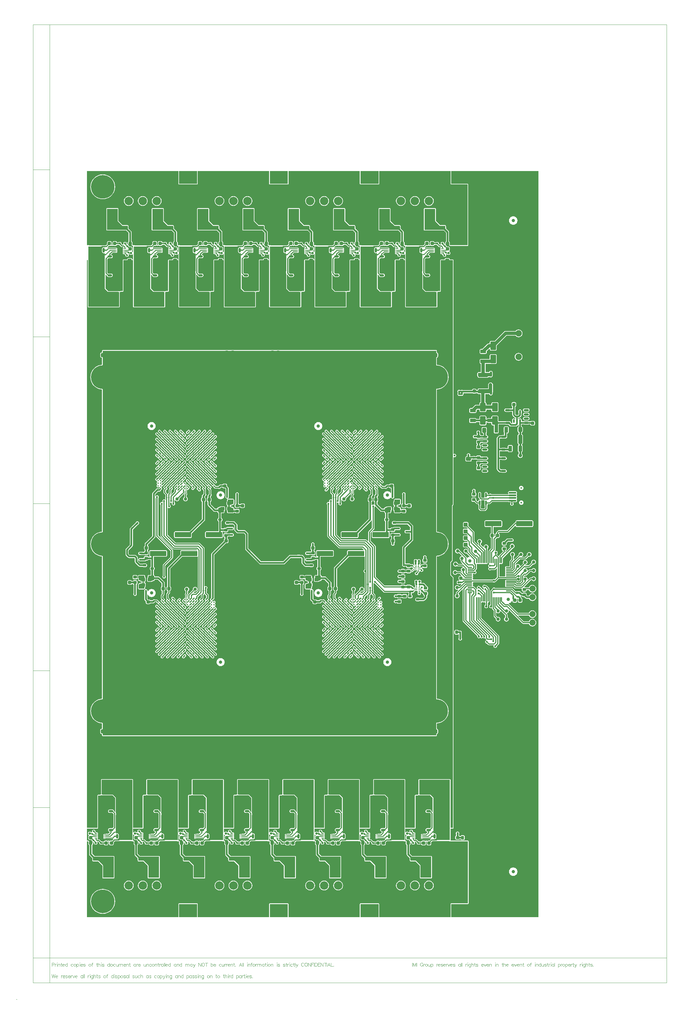
<source format=gtl>
%FSLAX25Y25*%
%MOIN*%
G70*
G01*
G75*
G04 Layer_Physical_Order=1*
G04 Layer_Color=191*
%ADD10R,0.02165X0.00787*%
G04:AMPARAMS|DCode=11|XSize=68.9mil|YSize=55.12mil|CornerRadius=7.99mil|HoleSize=0mil|Usage=FLASHONLY|Rotation=0.000|XOffset=0mil|YOffset=0mil|HoleType=Round|Shape=RoundedRectangle|*
%AMROUNDEDRECTD11*
21,1,0.06890,0.03913,0,0,0.0*
21,1,0.05291,0.05512,0,0,0.0*
1,1,0.01598,0.02646,-0.01957*
1,1,0.01598,-0.02646,-0.01957*
1,1,0.01598,-0.02646,0.01957*
1,1,0.01598,0.02646,0.01957*
%
%ADD11ROUNDEDRECTD11*%
G04:AMPARAMS|DCode=12|XSize=55.12mil|YSize=47.24mil|CornerRadius=7.8mil|HoleSize=0mil|Usage=FLASHONLY|Rotation=0.000|XOffset=0mil|YOffset=0mil|HoleType=Round|Shape=RoundedRectangle|*
%AMROUNDEDRECTD12*
21,1,0.05512,0.03165,0,0,0.0*
21,1,0.03953,0.04724,0,0,0.0*
1,1,0.01559,0.01976,-0.01583*
1,1,0.01559,-0.01976,-0.01583*
1,1,0.01559,-0.01976,0.01583*
1,1,0.01559,0.01976,0.01583*
%
%ADD12ROUNDEDRECTD12*%
G04:AMPARAMS|DCode=13|XSize=45.28mil|YSize=41.34mil|CornerRadius=7.85mil|HoleSize=0mil|Usage=FLASHONLY|Rotation=0.000|XOffset=0mil|YOffset=0mil|HoleType=Round|Shape=RoundedRectangle|*
%AMROUNDEDRECTD13*
21,1,0.04528,0.02563,0,0,0.0*
21,1,0.02957,0.04134,0,0,0.0*
1,1,0.01571,0.01478,-0.01282*
1,1,0.01571,-0.01478,-0.01282*
1,1,0.01571,-0.01478,0.01282*
1,1,0.01571,0.01478,0.01282*
%
%ADD13ROUNDEDRECTD13*%
G04:AMPARAMS|DCode=14|XSize=200.79mil|YSize=171.26mil|CornerRadius=7.71mil|HoleSize=0mil|Usage=FLASHONLY|Rotation=180.000|XOffset=0mil|YOffset=0mil|HoleType=Round|Shape=RoundedRectangle|*
%AMROUNDEDRECTD14*
21,1,0.20079,0.15585,0,0,180.0*
21,1,0.18537,0.17126,0,0,180.0*
1,1,0.01541,-0.09269,0.07792*
1,1,0.01541,0.09269,0.07792*
1,1,0.01541,0.09269,-0.07792*
1,1,0.01541,-0.09269,-0.07792*
%
%ADD14ROUNDEDRECTD14*%
%ADD15C,0.03937*%
%ADD16C,0.01772*%
G04:AMPARAMS|DCode=17|XSize=57.09mil|YSize=19.69mil|CornerRadius=7.87mil|HoleSize=0mil|Usage=FLASHONLY|Rotation=270.000|XOffset=0mil|YOffset=0mil|HoleType=Round|Shape=RoundedRectangle|*
%AMROUNDEDRECTD17*
21,1,0.05709,0.00394,0,0,270.0*
21,1,0.04134,0.01969,0,0,270.0*
1,1,0.01575,-0.00197,-0.02067*
1,1,0.01575,-0.00197,0.02067*
1,1,0.01575,0.00197,0.02067*
1,1,0.01575,0.00197,-0.02067*
%
%ADD17ROUNDEDRECTD17*%
%ADD18O,0.05906X0.01181*%
%ADD19O,0.01181X0.05906*%
G04:AMPARAMS|DCode=20|XSize=90.55mil|YSize=19.69mil|CornerRadius=7.87mil|HoleSize=0mil|Usage=FLASHONLY|Rotation=180.000|XOffset=0mil|YOffset=0mil|HoleType=Round|Shape=RoundedRectangle|*
%AMROUNDEDRECTD20*
21,1,0.09055,0.00394,0,0,180.0*
21,1,0.07480,0.01969,0,0,180.0*
1,1,0.01575,-0.03740,0.00197*
1,1,0.01575,0.03740,0.00197*
1,1,0.01575,0.03740,-0.00197*
1,1,0.01575,-0.03740,-0.00197*
%
%ADD20ROUNDEDRECTD20*%
G04:AMPARAMS|DCode=21|XSize=98.43mil|YSize=78.74mil|CornerRadius=7.87mil|HoleSize=0mil|Usage=FLASHONLY|Rotation=180.000|XOffset=0mil|YOffset=0mil|HoleType=Round|Shape=RoundedRectangle|*
%AMROUNDEDRECTD21*
21,1,0.09843,0.06299,0,0,180.0*
21,1,0.08268,0.07874,0,0,180.0*
1,1,0.01575,-0.04134,0.03150*
1,1,0.01575,0.04134,0.03150*
1,1,0.01575,0.04134,-0.03150*
1,1,0.01575,-0.04134,-0.03150*
%
%ADD21ROUNDEDRECTD21*%
G04:AMPARAMS|DCode=22|XSize=41.34mil|YSize=25.59mil|CornerRadius=7.93mil|HoleSize=0mil|Usage=FLASHONLY|Rotation=180.000|XOffset=0mil|YOffset=0mil|HoleType=Round|Shape=RoundedRectangle|*
%AMROUNDEDRECTD22*
21,1,0.04134,0.00972,0,0,180.0*
21,1,0.02547,0.02559,0,0,180.0*
1,1,0.01587,-0.01274,0.00486*
1,1,0.01587,0.01274,0.00486*
1,1,0.01587,0.01274,-0.00486*
1,1,0.01587,-0.01274,-0.00486*
%
%ADD22ROUNDEDRECTD22*%
G04:AMPARAMS|DCode=23|XSize=192.91mil|YSize=62.99mil|CornerRadius=7.87mil|HoleSize=0mil|Usage=FLASHONLY|Rotation=180.000|XOffset=0mil|YOffset=0mil|HoleType=Round|Shape=RoundedRectangle|*
%AMROUNDEDRECTD23*
21,1,0.19291,0.04724,0,0,180.0*
21,1,0.17716,0.06299,0,0,180.0*
1,1,0.01575,-0.08858,0.02362*
1,1,0.01575,0.08858,0.02362*
1,1,0.01575,0.08858,-0.02362*
1,1,0.01575,-0.08858,-0.02362*
%
%ADD23ROUNDEDRECTD23*%
G04:AMPARAMS|DCode=24|XSize=112.21mil|YSize=39.37mil|CornerRadius=7.87mil|HoleSize=0mil|Usage=FLASHONLY|Rotation=0.000|XOffset=0mil|YOffset=0mil|HoleType=Round|Shape=RoundedRectangle|*
%AMROUNDEDRECTD24*
21,1,0.11221,0.02362,0,0,0.0*
21,1,0.09646,0.03937,0,0,0.0*
1,1,0.01575,0.04823,-0.01181*
1,1,0.01575,-0.04823,-0.01181*
1,1,0.01575,-0.04823,0.01181*
1,1,0.01575,0.04823,0.01181*
%
%ADD24ROUNDEDRECTD24*%
G04:AMPARAMS|DCode=25|XSize=253.94mil|YSize=236.22mil|CornerRadius=8.27mil|HoleSize=0mil|Usage=FLASHONLY|Rotation=0.000|XOffset=0mil|YOffset=0mil|HoleType=Round|Shape=RoundedRectangle|*
%AMROUNDEDRECTD25*
21,1,0.25394,0.21968,0,0,0.0*
21,1,0.23740,0.23622,0,0,0.0*
1,1,0.01654,0.11870,-0.10984*
1,1,0.01654,-0.11870,-0.10984*
1,1,0.01654,-0.11870,0.10984*
1,1,0.01654,0.11870,0.10984*
%
%ADD25ROUNDEDRECTD25*%
G04:AMPARAMS|DCode=26|XSize=358.27mil|YSize=340.55mil|CornerRadius=8.51mil|HoleSize=0mil|Usage=FLASHONLY|Rotation=90.000|XOffset=0mil|YOffset=0mil|HoleType=Round|Shape=RoundedRectangle|*
%AMROUNDEDRECTD26*
21,1,0.35827,0.32352,0,0,90.0*
21,1,0.34124,0.34055,0,0,90.0*
1,1,0.01703,0.16176,0.17062*
1,1,0.01703,0.16176,-0.17062*
1,1,0.01703,-0.16176,-0.17062*
1,1,0.01703,-0.16176,0.17062*
%
%ADD26ROUNDEDRECTD26*%
G04:AMPARAMS|DCode=27|XSize=147.64mil|YSize=41.34mil|CornerRadius=7.85mil|HoleSize=0mil|Usage=FLASHONLY|Rotation=0.000|XOffset=0mil|YOffset=0mil|HoleType=Round|Shape=RoundedRectangle|*
%AMROUNDEDRECTD27*
21,1,0.14764,0.02563,0,0,0.0*
21,1,0.13193,0.04134,0,0,0.0*
1,1,0.01571,0.06597,-0.01282*
1,1,0.01571,-0.06597,-0.01282*
1,1,0.01571,-0.06597,0.01282*
1,1,0.01571,0.06597,0.01282*
%
%ADD27ROUNDEDRECTD27*%
%ADD28C,0.00787*%
%ADD29O,0.03347X0.00984*%
%ADD30O,0.05512X0.02362*%
%ADD31O,0.02362X0.05512*%
%ADD32O,0.06102X0.02362*%
%ADD33O,0.02362X0.06102*%
G04:AMPARAMS|DCode=34|XSize=25.59mil|YSize=19.69mil|CornerRadius=7.87mil|HoleSize=0mil|Usage=FLASHONLY|Rotation=0.000|XOffset=0mil|YOffset=0mil|HoleType=Round|Shape=RoundedRectangle|*
%AMROUNDEDRECTD34*
21,1,0.02559,0.00394,0,0,0.0*
21,1,0.00984,0.01969,0,0,0.0*
1,1,0.01575,0.00492,-0.00197*
1,1,0.01575,-0.00492,-0.00197*
1,1,0.01575,-0.00492,0.00197*
1,1,0.01575,0.00492,0.00197*
%
%ADD34ROUNDEDRECTD34*%
G04:AMPARAMS|DCode=35|XSize=106.3mil|YSize=45.28mil|CornerRadius=7.92mil|HoleSize=0mil|Usage=FLASHONLY|Rotation=0.000|XOffset=0mil|YOffset=0mil|HoleType=Round|Shape=RoundedRectangle|*
%AMROUNDEDRECTD35*
21,1,0.10630,0.02943,0,0,0.0*
21,1,0.09045,0.04528,0,0,0.0*
1,1,0.01585,0.04523,-0.01472*
1,1,0.01585,-0.04523,-0.01472*
1,1,0.01585,-0.04523,0.01472*
1,1,0.01585,0.04523,0.01472*
%
%ADD35ROUNDEDRECTD35*%
G04:AMPARAMS|DCode=36|XSize=106.3mil|YSize=45.28mil|CornerRadius=7.92mil|HoleSize=0mil|Usage=FLASHONLY|Rotation=270.000|XOffset=0mil|YOffset=0mil|HoleType=Round|Shape=RoundedRectangle|*
%AMROUNDEDRECTD36*
21,1,0.10630,0.02943,0,0,270.0*
21,1,0.09045,0.04528,0,0,270.0*
1,1,0.01585,-0.01472,-0.04523*
1,1,0.01585,-0.01472,0.04523*
1,1,0.01585,0.01472,0.04523*
1,1,0.01585,0.01472,-0.04523*
%
%ADD36ROUNDEDRECTD36*%
G04:AMPARAMS|DCode=37|XSize=57.09mil|YSize=45.28mil|CornerRadius=7.92mil|HoleSize=0mil|Usage=FLASHONLY|Rotation=0.000|XOffset=0mil|YOffset=0mil|HoleType=Round|Shape=RoundedRectangle|*
%AMROUNDEDRECTD37*
21,1,0.05709,0.02943,0,0,0.0*
21,1,0.04124,0.04528,0,0,0.0*
1,1,0.01585,0.02062,-0.01472*
1,1,0.01585,-0.02062,-0.01472*
1,1,0.01585,-0.02062,0.01472*
1,1,0.01585,0.02062,0.01472*
%
%ADD37ROUNDEDRECTD37*%
G04:AMPARAMS|DCode=38|XSize=57.09mil|YSize=45.28mil|CornerRadius=7.92mil|HoleSize=0mil|Usage=FLASHONLY|Rotation=90.000|XOffset=0mil|YOffset=0mil|HoleType=Round|Shape=RoundedRectangle|*
%AMROUNDEDRECTD38*
21,1,0.05709,0.02943,0,0,90.0*
21,1,0.04124,0.04528,0,0,90.0*
1,1,0.01585,0.01472,0.02062*
1,1,0.01585,0.01472,-0.02062*
1,1,0.01585,-0.01472,-0.02062*
1,1,0.01585,-0.01472,0.02062*
%
%ADD38ROUNDEDRECTD38*%
G04:AMPARAMS|DCode=39|XSize=68.9mil|YSize=41.34mil|CornerRadius=7.85mil|HoleSize=0mil|Usage=FLASHONLY|Rotation=270.000|XOffset=0mil|YOffset=0mil|HoleType=Round|Shape=RoundedRectangle|*
%AMROUNDEDRECTD39*
21,1,0.06890,0.02563,0,0,270.0*
21,1,0.05319,0.04134,0,0,270.0*
1,1,0.01571,-0.01282,-0.02660*
1,1,0.01571,-0.01282,0.02660*
1,1,0.01571,0.01282,0.02660*
1,1,0.01571,0.01282,-0.02660*
%
%ADD39ROUNDEDRECTD39*%
G04:AMPARAMS|DCode=40|XSize=68.9mil|YSize=41.34mil|CornerRadius=7.85mil|HoleSize=0mil|Usage=FLASHONLY|Rotation=180.000|XOffset=0mil|YOffset=0mil|HoleType=Round|Shape=RoundedRectangle|*
%AMROUNDEDRECTD40*
21,1,0.06890,0.02563,0,0,180.0*
21,1,0.05319,0.04134,0,0,180.0*
1,1,0.01571,-0.02660,0.01282*
1,1,0.01571,0.02660,0.01282*
1,1,0.01571,0.02660,-0.01282*
1,1,0.01571,-0.02660,-0.01282*
%
%ADD40ROUNDEDRECTD40*%
G04:AMPARAMS|DCode=41|XSize=47.24mil|YSize=47.24mil|CornerRadius=7.8mil|HoleSize=0mil|Usage=FLASHONLY|Rotation=0.000|XOffset=0mil|YOffset=0mil|HoleType=Round|Shape=RoundedRectangle|*
%AMROUNDEDRECTD41*
21,1,0.04724,0.03165,0,0,0.0*
21,1,0.03165,0.04724,0,0,0.0*
1,1,0.01559,0.01583,-0.01583*
1,1,0.01559,-0.01583,-0.01583*
1,1,0.01559,-0.01583,0.01583*
1,1,0.01559,0.01583,0.01583*
%
%ADD41ROUNDEDRECTD41*%
G04:AMPARAMS|DCode=42|XSize=39.37mil|YSize=35.43mil|CornerRadius=7.8mil|HoleSize=0mil|Usage=FLASHONLY|Rotation=0.000|XOffset=0mil|YOffset=0mil|HoleType=Round|Shape=RoundedRectangle|*
%AMROUNDEDRECTD42*
21,1,0.03937,0.01984,0,0,0.0*
21,1,0.02378,0.03543,0,0,0.0*
1,1,0.01559,0.01189,-0.00992*
1,1,0.01559,-0.01189,-0.00992*
1,1,0.01559,-0.01189,0.00992*
1,1,0.01559,0.01189,0.00992*
%
%ADD42ROUNDEDRECTD42*%
G04:AMPARAMS|DCode=43|XSize=39.37mil|YSize=35.43mil|CornerRadius=7.8mil|HoleSize=0mil|Usage=FLASHONLY|Rotation=270.000|XOffset=0mil|YOffset=0mil|HoleType=Round|Shape=RoundedRectangle|*
%AMROUNDEDRECTD43*
21,1,0.03937,0.01984,0,0,270.0*
21,1,0.02378,0.03543,0,0,270.0*
1,1,0.01559,-0.00992,-0.01189*
1,1,0.01559,-0.00992,0.01189*
1,1,0.01559,0.00992,0.01189*
1,1,0.01559,0.00992,-0.01189*
%
%ADD43ROUNDEDRECTD43*%
G04:AMPARAMS|DCode=44|XSize=39.37mil|YSize=37.4mil|CornerRadius=7.85mil|HoleSize=0mil|Usage=FLASHONLY|Rotation=270.000|XOffset=0mil|YOffset=0mil|HoleType=Round|Shape=RoundedRectangle|*
%AMROUNDEDRECTD44*
21,1,0.03937,0.02169,0,0,270.0*
21,1,0.02366,0.03740,0,0,270.0*
1,1,0.01571,-0.01085,-0.01183*
1,1,0.01571,-0.01085,0.01183*
1,1,0.01571,0.01085,0.01183*
1,1,0.01571,0.01085,-0.01183*
%
%ADD44ROUNDEDRECTD44*%
G04:AMPARAMS|DCode=45|XSize=39.37mil|YSize=37.4mil|CornerRadius=7.85mil|HoleSize=0mil|Usage=FLASHONLY|Rotation=0.000|XOffset=0mil|YOffset=0mil|HoleType=Round|Shape=RoundedRectangle|*
%AMROUNDEDRECTD45*
21,1,0.03937,0.02169,0,0,0.0*
21,1,0.02366,0.03740,0,0,0.0*
1,1,0.01571,0.01183,-0.01085*
1,1,0.01571,-0.01183,-0.01085*
1,1,0.01571,-0.01183,0.01085*
1,1,0.01571,0.01183,0.01085*
%
%ADD45ROUNDEDRECTD45*%
G04:AMPARAMS|DCode=46|XSize=24.41mil|YSize=24.41mil|CornerRadius=5.86mil|HoleSize=0mil|Usage=FLASHONLY|Rotation=0.000|XOffset=0mil|YOffset=0mil|HoleType=Round|Shape=RoundedRectangle|*
%AMROUNDEDRECTD46*
21,1,0.02441,0.01269,0,0,0.0*
21,1,0.01269,0.02441,0,0,0.0*
1,1,0.01172,0.00635,-0.00635*
1,1,0.01172,-0.00635,-0.00635*
1,1,0.01172,-0.00635,0.00635*
1,1,0.01172,0.00635,0.00635*
%
%ADD46ROUNDEDRECTD46*%
G04:AMPARAMS|DCode=47|XSize=24.41mil|YSize=24.41mil|CornerRadius=5.86mil|HoleSize=0mil|Usage=FLASHONLY|Rotation=270.000|XOffset=0mil|YOffset=0mil|HoleType=Round|Shape=RoundedRectangle|*
%AMROUNDEDRECTD47*
21,1,0.02441,0.01269,0,0,270.0*
21,1,0.01269,0.02441,0,0,270.0*
1,1,0.01172,-0.00635,-0.00635*
1,1,0.01172,-0.00635,0.00635*
1,1,0.01172,0.00635,0.00635*
1,1,0.01172,0.00635,-0.00635*
%
%ADD47ROUNDEDRECTD47*%
G04:AMPARAMS|DCode=48|XSize=17.32mil|YSize=16.54mil|CornerRadius=3.97mil|HoleSize=0mil|Usage=FLASHONLY|Rotation=0.000|XOffset=0mil|YOffset=0mil|HoleType=Round|Shape=RoundedRectangle|*
%AMROUNDEDRECTD48*
21,1,0.01732,0.00860,0,0,0.0*
21,1,0.00939,0.01654,0,0,0.0*
1,1,0.00794,0.00469,-0.00430*
1,1,0.00794,-0.00469,-0.00430*
1,1,0.00794,-0.00469,0.00430*
1,1,0.00794,0.00469,0.00430*
%
%ADD48ROUNDEDRECTD48*%
G04:AMPARAMS|DCode=49|XSize=43.31mil|YSize=21.65mil|CornerRadius=7.9mil|HoleSize=0mil|Usage=FLASHONLY|Rotation=270.000|XOffset=0mil|YOffset=0mil|HoleType=Round|Shape=RoundedRectangle|*
%AMROUNDEDRECTD49*
21,1,0.04331,0.00585,0,0,270.0*
21,1,0.02750,0.02165,0,0,270.0*
1,1,0.01581,-0.00292,-0.01375*
1,1,0.01581,-0.00292,0.01375*
1,1,0.01581,0.00292,0.01375*
1,1,0.01581,0.00292,-0.01375*
%
%ADD49ROUNDEDRECTD49*%
G04:AMPARAMS|DCode=50|XSize=43.31mil|YSize=21.65mil|CornerRadius=7.9mil|HoleSize=0mil|Usage=FLASHONLY|Rotation=180.000|XOffset=0mil|YOffset=0mil|HoleType=Round|Shape=RoundedRectangle|*
%AMROUNDEDRECTD50*
21,1,0.04331,0.00585,0,0,180.0*
21,1,0.02750,0.02165,0,0,180.0*
1,1,0.01581,-0.01375,0.00292*
1,1,0.01581,0.01375,0.00292*
1,1,0.01581,0.01375,-0.00292*
1,1,0.01581,-0.01375,-0.00292*
%
%ADD50ROUNDEDRECTD50*%
G04:AMPARAMS|DCode=51|XSize=129.92mil|YSize=98.43mil|CornerRadius=7.87mil|HoleSize=0mil|Usage=FLASHONLY|Rotation=0.000|XOffset=0mil|YOffset=0mil|HoleType=Round|Shape=RoundedRectangle|*
%AMROUNDEDRECTD51*
21,1,0.12992,0.08268,0,0,0.0*
21,1,0.11417,0.09843,0,0,0.0*
1,1,0.01575,0.05709,-0.04134*
1,1,0.01575,-0.05709,-0.04134*
1,1,0.01575,-0.05709,0.04134*
1,1,0.01575,0.05709,0.04134*
%
%ADD51ROUNDEDRECTD51*%
G04:AMPARAMS|DCode=52|XSize=98.43mil|YSize=66.93mil|CornerRadius=8.03mil|HoleSize=0mil|Usage=FLASHONLY|Rotation=90.000|XOffset=0mil|YOffset=0mil|HoleType=Round|Shape=RoundedRectangle|*
%AMROUNDEDRECTD52*
21,1,0.09843,0.05087,0,0,90.0*
21,1,0.08236,0.06693,0,0,90.0*
1,1,0.01606,0.02543,0.04118*
1,1,0.01606,0.02543,-0.04118*
1,1,0.01606,-0.02543,-0.04118*
1,1,0.01606,-0.02543,0.04118*
%
%ADD52ROUNDEDRECTD52*%
%ADD53C,0.01969*%
%ADD54C,0.00984*%
%ADD55C,0.01181*%
%ADD56C,0.00787*%
%ADD57C,0.03937*%
%ADD58C,0.00591*%
%ADD59C,0.00512*%
%ADD60C,0.01969*%
%ADD61C,0.07284*%
%ADD62C,0.09843*%
%ADD63C,0.07480*%
%ADD64C,0.27559*%
%ADD65C,0.02362*%
%ADD66C,0.00394*%
%ADD67C,0.00197*%
G36*
X75590Y791042D02*
X75195Y790831D01*
X74427Y790983D01*
X73659Y790831D01*
X73008Y790396D01*
X72573Y789744D01*
X72420Y788976D01*
Y785827D01*
X72573Y785059D01*
X73008Y784408D01*
X73659Y783973D01*
X74427Y783820D01*
X75195Y783973D01*
X75590Y783761D01*
Y782283D01*
X75787D01*
Y762598D01*
X75590D01*
Y760236D01*
X75787D01*
Y741929D01*
X79528Y738189D01*
X92520D01*
Y720866D01*
X56299D01*
Y791732D01*
X75590D01*
Y791042D01*
D02*
G37*
G36*
X22047D02*
X21652Y790831D01*
X20884Y790983D01*
X20116Y790831D01*
X19465Y790396D01*
X19030Y789744D01*
X18877Y788976D01*
Y785827D01*
X19030Y785059D01*
X19465Y784408D01*
X20116Y783973D01*
X20884Y783820D01*
X21652Y783973D01*
X22047Y783761D01*
Y782283D01*
X22244D01*
Y762598D01*
X22047D01*
Y760236D01*
X22244D01*
Y741929D01*
X25984Y738189D01*
X38976D01*
Y720866D01*
X2756D01*
Y791732D01*
X22047D01*
Y791042D01*
D02*
G37*
G36*
X182677Y791042D02*
X182282Y790831D01*
X181514Y790983D01*
X180746Y790831D01*
X180095Y790396D01*
X179660Y789744D01*
X179507Y788976D01*
Y785827D01*
X179660Y785059D01*
X180095Y784408D01*
X180746Y783973D01*
X181514Y783820D01*
X182282Y783973D01*
X182677Y783761D01*
Y782283D01*
X182874D01*
Y762598D01*
X182677D01*
Y760236D01*
X182874D01*
Y741929D01*
X186614Y738189D01*
X199606D01*
Y720866D01*
X163386D01*
Y791732D01*
X182677D01*
Y791042D01*
D02*
G37*
G36*
X129134Y791042D02*
X128739Y790831D01*
X127971Y790983D01*
X127203Y790831D01*
X126552Y790396D01*
X126117Y789744D01*
X125964Y788976D01*
Y785827D01*
X126117Y785059D01*
X126552Y784408D01*
X127203Y783973D01*
X127971Y783820D01*
X128739Y783973D01*
X129134Y783761D01*
Y782283D01*
X129331D01*
Y762598D01*
X129134D01*
Y760236D01*
X129331D01*
Y741929D01*
X133071Y738189D01*
X146063D01*
Y720866D01*
X109843D01*
Y791732D01*
X129134D01*
Y791042D01*
D02*
G37*
G36*
X144488Y836141D02*
Y821986D01*
X144549Y821679D01*
X144723Y821418D01*
X144723Y821418D01*
X147244Y818898D01*
X149765Y816377D01*
X150025Y816203D01*
X150332Y816142D01*
X156299D01*
Y816063D01*
Y816002D01*
X156315Y815924D01*
Y815845D01*
X156345Y815772D01*
X156360Y815695D01*
X156404Y815629D01*
X156435Y815556D01*
X156436Y815554D01*
X156512Y815172D01*
Y812957D01*
X156512Y812957D01*
X156573Y812650D01*
X156747Y812389D01*
X156747Y812389D01*
X159709Y809427D01*
X159968Y809039D01*
X160059Y808582D01*
Y797835D01*
X160074Y797758D01*
Y797679D01*
X160104Y797606D01*
X160120Y797528D01*
X160164Y797462D01*
X160194Y797389D01*
X160250Y797333D01*
X160294Y797268D01*
X160360Y797224D01*
X160415Y797168D01*
X160793Y796915D01*
X160963Y796661D01*
X161039Y796281D01*
Y794270D01*
X160956Y793850D01*
Y793810D01*
X160944Y793772D01*
X160956Y793655D01*
Y793537D01*
X160971Y793500D01*
X160975Y793461D01*
X161030Y793357D01*
X161075Y793248D01*
X161103Y793219D01*
X161122Y793184D01*
X161440Y792798D01*
X161470Y792772D01*
X161492Y792739D01*
X161591Y792674D01*
X161682Y792599D01*
X161720Y792588D01*
X161753Y792565D01*
X161869Y792542D01*
X161981Y792508D01*
X162021Y792512D01*
X162060Y792504D01*
X162424D01*
X162660Y792063D01*
X162644Y792039D01*
X162583Y791732D01*
Y785460D01*
X162104Y785315D01*
X161861Y785680D01*
X161407Y785983D01*
X161128Y786039D01*
X161030Y786529D01*
X161372Y786758D01*
X161720Y787278D01*
X161842Y787892D01*
Y790061D01*
X161720Y790675D01*
X161372Y791195D01*
X160852Y791543D01*
X160238Y791665D01*
X158354D01*
X157909Y792109D01*
X157913Y792126D01*
X157760Y792894D01*
X157325Y793545D01*
X157306Y793558D01*
X156700Y794164D01*
X156714Y794258D01*
X156714Y794258D01*
X156714D01*
X156748Y794371D01*
X156793Y794480D01*
X157056Y795801D01*
Y795880D01*
X157071Y795958D01*
Y796281D01*
X157147Y796661D01*
X157317Y796915D01*
X157695Y797168D01*
X157751Y797224D01*
X157817Y797268D01*
X157860Y797333D01*
X157916Y797389D01*
X157947Y797462D01*
X157991Y797528D01*
X158006Y797606D01*
X158036Y797679D01*
Y797758D01*
X158052Y797835D01*
Y807913D01*
X158052Y807913D01*
X157991Y808220D01*
X157817Y808481D01*
X157816Y808481D01*
X155115Y811182D01*
X154855Y811356D01*
X154548Y811417D01*
X131890D01*
Y811496D01*
Y836141D01*
Y836220D01*
X144488D01*
Y836141D01*
D02*
G37*
G36*
X305118D02*
Y821986D01*
X305179Y821679D01*
X305353Y821418D01*
X305353Y821418D01*
X307874Y818898D01*
X310395Y816377D01*
X310655Y816203D01*
X310963Y816142D01*
X316929D01*
Y816063D01*
Y816002D01*
X316945Y815924D01*
Y815845D01*
X316975Y815772D01*
X316990Y815695D01*
X317034Y815629D01*
X317064Y815556D01*
X317066Y815554D01*
X317142Y815172D01*
Y813033D01*
X317142Y813033D01*
X317203Y812726D01*
X317377Y812465D01*
X317377Y812465D01*
X320339Y809503D01*
X320598Y809116D01*
X320689Y808658D01*
Y797835D01*
X320704Y797758D01*
Y797679D01*
X320734Y797606D01*
X320750Y797528D01*
X320794Y797462D01*
X320824Y797389D01*
X320880Y797333D01*
X320924Y797268D01*
X320989Y797224D01*
X321045Y797168D01*
X321423Y796915D01*
X321593Y796661D01*
X321669Y796281D01*
Y794270D01*
X321585Y793850D01*
Y793810D01*
X321574Y793772D01*
X321585Y793655D01*
Y793537D01*
X321601Y793500D01*
X321605Y793461D01*
X321660Y793357D01*
X321705Y793248D01*
X321733Y793219D01*
X321752Y793184D01*
X322069Y792798D01*
X322100Y792772D01*
X322122Y792739D01*
X322220Y792674D01*
X322312Y792599D01*
X322350Y792588D01*
X322383Y792565D01*
X322498Y792542D01*
X322611Y792508D01*
X322651Y792512D01*
X322690Y792504D01*
X323054D01*
X323290Y792063D01*
X323274Y792039D01*
X323213Y791732D01*
Y785460D01*
X322734Y785315D01*
X322491Y785680D01*
X322037Y785983D01*
X321758Y786039D01*
X321660Y786529D01*
X322002Y786758D01*
X322350Y787278D01*
X322472Y787892D01*
Y790061D01*
X322350Y790675D01*
X322002Y791195D01*
X321482Y791543D01*
X320868Y791665D01*
X318984D01*
X318539Y792109D01*
X318543Y792126D01*
X318390Y792894D01*
X317955Y793545D01*
X317935Y793558D01*
X317330Y794164D01*
X317344Y794258D01*
X317344Y794258D01*
X317344D01*
X317378Y794371D01*
X317423Y794480D01*
X317686Y795801D01*
Y795880D01*
X317701Y795958D01*
Y796281D01*
X317777Y796661D01*
X317947Y796915D01*
X318325Y797168D01*
X318381Y797224D01*
X318446Y797268D01*
X318490Y797333D01*
X318546Y797389D01*
X318577Y797462D01*
X318620Y797528D01*
X318636Y797606D01*
X318666Y797679D01*
Y797758D01*
X318682Y797835D01*
Y807913D01*
X318682Y807913D01*
X318620Y808220D01*
X318446Y808481D01*
X318446Y808481D01*
X315745Y811182D01*
X315485Y811356D01*
X315177Y811417D01*
X292520D01*
Y811496D01*
Y836141D01*
Y836220D01*
X305118D01*
Y836141D01*
D02*
G37*
G36*
X358661D02*
Y821986D01*
X358722Y821679D01*
X358897Y821418D01*
X358897Y821418D01*
X361417Y818898D01*
X363938Y816377D01*
X364198Y816203D01*
X364506Y816142D01*
X370472D01*
Y816063D01*
Y816002D01*
X370488Y815924D01*
Y815845D01*
X370518Y815772D01*
X370534Y815695D01*
X370578Y815629D01*
X370608Y815556D01*
X370609Y815554D01*
X370685Y815172D01*
Y813033D01*
X370746Y812726D01*
X370920Y812465D01*
X370920Y812465D01*
X373882Y809503D01*
X374141Y809116D01*
X374232Y808659D01*
Y797835D01*
X374247Y797758D01*
Y797679D01*
X374278Y797606D01*
X374293Y797528D01*
X374337Y797462D01*
X374367Y797389D01*
X374423Y797333D01*
X374467Y797268D01*
X374533Y797224D01*
X374589Y797168D01*
X374967Y796915D01*
X375137Y796661D01*
X375212Y796281D01*
Y794270D01*
X375129Y793850D01*
Y793810D01*
X375117Y793772D01*
X375129Y793655D01*
Y793537D01*
X375144Y793500D01*
X375148Y793461D01*
X375203Y793357D01*
X375249Y793248D01*
X375277Y793219D01*
X375295Y793184D01*
X375613Y792798D01*
X375643Y792772D01*
X375666Y792739D01*
X375764Y792674D01*
X375855Y792599D01*
X375893Y792588D01*
X375926Y792565D01*
X376042Y792542D01*
X376155Y792508D01*
X376194Y792512D01*
X376233Y792504D01*
X376597D01*
X376833Y792063D01*
X376817Y792039D01*
X376756Y791732D01*
Y785460D01*
X376278Y785315D01*
X376034Y785680D01*
X375580Y785983D01*
X375301Y786039D01*
X375203Y786529D01*
X375545Y786758D01*
X375893Y787278D01*
X376015Y787892D01*
Y790061D01*
X375893Y790675D01*
X375545Y791195D01*
X375025Y791543D01*
X374411Y791665D01*
X372527D01*
X372082Y792109D01*
X372086Y792126D01*
X371933Y792894D01*
X371498Y793545D01*
X371479Y793558D01*
X370873Y794164D01*
X370887Y794258D01*
X370887Y794258D01*
X370887D01*
X370921Y794371D01*
X370966Y794480D01*
X371229Y795801D01*
Y795880D01*
X371245Y795958D01*
Y796281D01*
X371320Y796661D01*
X371490Y796915D01*
X371868Y797168D01*
X371924Y797224D01*
X371990Y797268D01*
X372034Y797333D01*
X372090Y797389D01*
X372120Y797462D01*
X372164Y797528D01*
X372179Y797606D01*
X372209Y797679D01*
Y797758D01*
X372225Y797835D01*
Y807913D01*
X372225Y807913D01*
X372164Y808220D01*
X371990Y808481D01*
X371990Y808481D01*
X369288Y811182D01*
X369028Y811356D01*
X368721Y811417D01*
X346063D01*
Y811496D01*
Y836141D01*
Y836220D01*
X358661D01*
Y836141D01*
D02*
G37*
G36*
X198031D02*
Y821986D01*
X198093Y821679D01*
X198267Y821418D01*
X203308Y816377D01*
X203569Y816203D01*
X203876Y816142D01*
X209842D01*
Y816063D01*
Y816002D01*
X209858Y815924D01*
Y815845D01*
X209888Y815772D01*
X209904Y815695D01*
X209948Y815629D01*
X209978Y815556D01*
X209979Y815554D01*
X210055Y815172D01*
Y812957D01*
X210116Y812650D01*
X210290Y812389D01*
X210290Y812389D01*
X213252Y809427D01*
X213511Y809039D01*
X213602Y808582D01*
Y797835D01*
X213617Y797758D01*
Y797679D01*
X213648Y797606D01*
X213663Y797528D01*
X213707Y797462D01*
X213737Y797389D01*
X213793Y797333D01*
X213837Y797268D01*
X213903Y797224D01*
X213959Y797168D01*
X214337Y796915D01*
X214507Y796661D01*
X214582Y796281D01*
Y794270D01*
X214499Y793850D01*
Y793810D01*
X214487Y793772D01*
X214499Y793655D01*
Y793537D01*
X214514Y793500D01*
X214518Y793461D01*
X214574Y793357D01*
X214619Y793248D01*
X214647Y793219D01*
X214666Y793184D01*
X214983Y792798D01*
X215014Y792772D01*
X215036Y792739D01*
X215134Y792674D01*
X215225Y792599D01*
X215263Y792588D01*
X215296Y792565D01*
X215412Y792542D01*
X215525Y792508D01*
X215564Y792512D01*
X215603Y792504D01*
X215968D01*
X216203Y792063D01*
X216187Y792039D01*
X216126Y791732D01*
Y785460D01*
X215648Y785315D01*
X215404Y785680D01*
X214950Y785983D01*
X214671Y786039D01*
X214573Y786529D01*
X214915Y786758D01*
X215263Y787278D01*
X215385Y787892D01*
Y790061D01*
X215263Y790675D01*
X214915Y791195D01*
X214395Y791543D01*
X213781Y791665D01*
X211897D01*
X211453Y792109D01*
X211456Y792126D01*
X211303Y792894D01*
X210868Y793545D01*
X210849Y793558D01*
X210243Y794164D01*
X210257Y794258D01*
X210257Y794258D01*
X210257D01*
X210291Y794371D01*
X210336Y794480D01*
X210599Y795801D01*
Y795880D01*
X210614Y795958D01*
Y796281D01*
X210690Y796661D01*
X210860Y796915D01*
X211238Y797168D01*
X211294Y797224D01*
X211360Y797268D01*
X211404Y797333D01*
X211460Y797389D01*
X211490Y797462D01*
X211534Y797528D01*
X211549Y797606D01*
X211579Y797679D01*
Y797758D01*
X211595Y797835D01*
Y807913D01*
X211595Y807913D01*
X211534Y808220D01*
X211360Y808481D01*
X211360Y808481D01*
X208658Y811182D01*
X208398Y811356D01*
X208091Y811417D01*
X185433D01*
Y811496D01*
Y836141D01*
Y836220D01*
X198031D01*
Y836141D01*
D02*
G37*
G36*
X236221Y791042D02*
X235825Y790831D01*
X235057Y790983D01*
X234289Y790831D01*
X233638Y790396D01*
X233203Y789744D01*
X233050Y788976D01*
Y785827D01*
X233203Y785059D01*
X233638Y784408D01*
X234289Y783973D01*
X235057Y783820D01*
X235825Y783973D01*
X236221Y783761D01*
Y782283D01*
X236417D01*
Y762598D01*
X236221D01*
Y760236D01*
X236417D01*
Y741929D01*
X240158Y738189D01*
X253150D01*
Y720866D01*
X216929D01*
Y791732D01*
X236221D01*
Y791042D01*
D02*
G37*
G36*
X145744Y793595D02*
X146358Y793473D01*
X146666D01*
X148613Y791526D01*
X149069Y791222D01*
X149606Y791115D01*
X150857D01*
X151193Y790744D01*
X151160Y790402D01*
X150849Y790194D01*
X150566Y789771D01*
X150467Y789272D01*
X150566Y788772D01*
X150825Y788386D01*
X150566Y787999D01*
X150467Y787500D01*
X150566Y787001D01*
X150825Y786614D01*
X150566Y786228D01*
X150467Y785728D01*
X150566Y785229D01*
X150825Y784842D01*
X150566Y784456D01*
X150467Y783957D01*
X150566Y783457D01*
X150849Y783034D01*
X151272Y782751D01*
X151772Y782652D01*
X152706D01*
X152715Y782607D01*
X152732Y782524D01*
X153015Y782101D01*
X153524Y781592D01*
X153505Y781496D01*
X153657Y780728D01*
X154093Y780077D01*
X154744Y779642D01*
X155512Y779489D01*
X156280Y779642D01*
X156931Y780077D01*
X157366Y780728D01*
X157519Y781496D01*
X157366Y782264D01*
X157366Y782264D01*
D01*
X157683Y782650D01*
X158465D01*
X158612Y782430D01*
X159066Y782127D01*
X159602Y782020D01*
X160871D01*
X161407Y782127D01*
X161861Y782430D01*
X162104Y782795D01*
X162583Y782650D01*
Y776393D01*
X161743D01*
Y776570D01*
X161621Y777186D01*
X161272Y777709D01*
X160749Y778058D01*
X160133Y778181D01*
X157190D01*
X156574Y778058D01*
X156051Y777709D01*
X155702Y777186D01*
X155579Y776570D01*
Y776393D01*
X151197D01*
X150889Y776332D01*
X150629Y776158D01*
X150455Y775898D01*
X150394Y775591D01*
Y739370D01*
X148768D01*
X148690Y739355D01*
X148611D01*
X146709Y738976D01*
X146636Y738946D01*
X146559Y738931D01*
X146493Y738887D01*
X146458Y738872D01*
X146370Y738931D01*
X146063Y738992D01*
X145171D01*
X145096Y739007D01*
X133388D01*
X130133Y742262D01*
Y758583D01*
X130596Y758774D01*
X131461Y757909D01*
X131457Y757892D01*
X131610Y757124D01*
X132045Y756473D01*
X132696Y756038D01*
X133465Y755885D01*
X136614D01*
X137382Y756038D01*
X138033Y756473D01*
X138469Y757124D01*
X138621Y757892D01*
X138469Y758660D01*
X138033Y759311D01*
X137382Y759746D01*
X136614Y759899D01*
X133465D01*
X133448Y759896D01*
D01*
X132310Y761033D01*
D01*
Y776798D01*
X133448Y777936D01*
X133465Y777932D01*
X136614D01*
X137382Y778085D01*
X138033Y778520D01*
X138469Y779171D01*
X138621Y779939D01*
X138469Y780707D01*
X138033Y781358D01*
X137382Y781794D01*
X136614Y781946D01*
X136444D01*
Y782532D01*
X138336Y784424D01*
X142717D01*
X143216Y784523D01*
X143639Y784806D01*
X143922Y785229D01*
X144021Y785728D01*
X143922Y786228D01*
X143664Y786614D01*
X143922Y787001D01*
X144021Y787500D01*
X143922Y787999D01*
X143664Y788386D01*
X143922Y788772D01*
X144021Y789272D01*
X143922Y789771D01*
X143639Y790194D01*
X143216Y790477D01*
X142717Y790576D01*
X133071D01*
X132618Y790486D01*
X132383Y790927D01*
X133944Y792489D01*
X135730D01*
X136344Y792611D01*
X136835Y792939D01*
X136925Y792830D01*
X136955Y792805D01*
X136978Y792772D01*
X137076Y792706D01*
X137167Y792631D01*
X137205Y792620D01*
X137238Y792598D01*
X137354Y792575D01*
X137467Y792540D01*
X137506Y792544D01*
X137545Y792537D01*
X138045D01*
X138084Y792544D01*
X138124Y792540D01*
X138237Y792575D01*
X138353Y792598D01*
X138386Y792620D01*
X138424Y792631D01*
X138515Y792706D01*
X138613Y792772D01*
X138613Y792772D01*
X138613Y792772D01*
X138655Y792821D01*
X138666Y792830D01*
X138755Y792939D01*
X138755Y792939D01*
D01*
X138755D01*
X139246Y792611D01*
X139860Y792489D01*
X142030D01*
X142643Y792611D01*
X143164Y792959D01*
X143511Y793479D01*
X143589Y793871D01*
X145332D01*
X145744Y793595D01*
D02*
G37*
G36*
X92200D02*
X92815Y793473D01*
X93123D01*
X95069Y791526D01*
X95069Y791526D01*
X95069D01*
X95069Y791526D01*
X95069D01*
X95070Y791526D01*
Y791526D01*
Y791526D01*
D01*
D01*
X95070D01*
Y791526D01*
X95525Y791222D01*
X96063Y791115D01*
X97314D01*
X97650Y790744D01*
X97616Y790402D01*
X97306Y790194D01*
X97023Y789771D01*
X96924Y789272D01*
X97023Y788772D01*
X97281Y788386D01*
X97023Y787999D01*
X96924Y787500D01*
X97023Y787001D01*
X97281Y786614D01*
X97023Y786228D01*
X96924Y785728D01*
X97023Y785229D01*
X97281Y784842D01*
X97023Y784456D01*
X96924Y783957D01*
X97023Y783457D01*
X97306Y783034D01*
X97729Y782751D01*
X98228Y782652D01*
X99163D01*
X99172Y782607D01*
X99188Y782524D01*
X99471Y782101D01*
X99980Y781592D01*
X99961Y781496D01*
X100114Y780728D01*
X100549Y780077D01*
X101200Y779642D01*
X101969Y779489D01*
X102737Y779642D01*
X103388Y780077D01*
X103823Y780728D01*
X103976Y781496D01*
X103823Y782264D01*
X103819Y782270D01*
X104010Y782731D01*
X104311Y782791D01*
X104374Y782833D01*
X104864Y782736D01*
X105068Y782430D01*
X105523Y782127D01*
X106058Y782020D01*
X107327D01*
X107863Y782127D01*
X108318Y782430D01*
X108561Y782795D01*
X109040Y782650D01*
Y776393D01*
X108200D01*
Y776570D01*
X108078Y777186D01*
X107729Y777709D01*
X107206Y778058D01*
X106590Y778181D01*
X103647D01*
X103030Y778058D01*
X102508Y777709D01*
X102159Y777186D01*
X102036Y776570D01*
Y776393D01*
X97653D01*
X97346Y776332D01*
X97085Y776158D01*
X96912Y775898D01*
X96850Y775591D01*
Y739370D01*
X95224D01*
X95147Y739355D01*
X95068D01*
X93166Y738976D01*
X93093Y738946D01*
X93015Y738931D01*
X92949Y738887D01*
X92914Y738872D01*
X92827Y738931D01*
X92520Y738992D01*
X91628D01*
X91552Y739007D01*
X79845D01*
X76590Y742262D01*
Y758583D01*
X77052Y758774D01*
X77917Y757909D01*
X77914Y757892D01*
X78067Y757124D01*
X78502Y756473D01*
X79153Y756038D01*
X79921Y755885D01*
X83071D01*
X83839Y756038D01*
X84490Y756473D01*
X84925Y757124D01*
X85078Y757892D01*
X84925Y758660D01*
X84490Y759311D01*
X83839Y759746D01*
X83071Y759899D01*
X79921D01*
X79904Y759896D01*
X78767Y761033D01*
Y776798D01*
X79904Y777936D01*
X79921Y777932D01*
X83071D01*
X83839Y778085D01*
X84490Y778520D01*
X84925Y779171D01*
X85078Y779939D01*
X84925Y780707D01*
X84490Y781358D01*
X83839Y781794D01*
X83071Y781946D01*
X82901D01*
Y782532D01*
X84792Y784424D01*
X89173D01*
X89672Y784523D01*
X90096Y784806D01*
X90378Y785229D01*
X90478Y785728D01*
X90378Y786228D01*
X90120Y786614D01*
X90378Y787001D01*
X90478Y787500D01*
X90378Y787999D01*
X90120Y788386D01*
X90378Y788772D01*
X90478Y789272D01*
X90378Y789771D01*
X90096Y790194D01*
X89672Y790477D01*
X89173Y790576D01*
X79528D01*
X79111Y790493D01*
X79075Y790486D01*
X78839Y790927D01*
X80401Y792489D01*
X82187D01*
X82801Y792611D01*
X83292Y792939D01*
X83381Y792830D01*
X83412Y792805D01*
X83434Y792772D01*
X83532Y792706D01*
X83623Y792631D01*
X83662Y792620D01*
X83695Y792598D01*
X83810Y792575D01*
X83923Y792540D01*
X83963Y792544D01*
X84002Y792537D01*
X84502D01*
X84541Y792544D01*
X84581Y792540D01*
X84693Y792575D01*
X84809Y792598D01*
X84842Y792620D01*
X84880Y792631D01*
X84972Y792706D01*
X85070Y792772D01*
X85070Y792772D01*
X85070Y792772D01*
X85112Y792821D01*
X85123Y792830D01*
X85212Y792939D01*
X85212Y792939D01*
D01*
X85212D01*
X85703Y792611D01*
X86317Y792489D01*
X88486D01*
X89100Y792611D01*
X89620Y792959D01*
X89968Y793479D01*
X90046Y793871D01*
X91788D01*
X92200Y793595D01*
D02*
G37*
G36*
X252830D02*
X253445Y793473D01*
X253753D01*
X255699Y791526D01*
X256155Y791222D01*
X256693Y791115D01*
X257944D01*
X258280Y790744D01*
X258246Y790402D01*
X257936Y790194D01*
X257653Y789771D01*
X257554Y789272D01*
X257653Y788772D01*
X257911Y788386D01*
X257653Y787999D01*
X257554Y787500D01*
X257653Y787001D01*
X257911Y786614D01*
X257653Y786228D01*
X257554Y785728D01*
X257653Y785229D01*
X257911Y784842D01*
X257653Y784456D01*
X257554Y783957D01*
X257653Y783457D01*
X257936Y783034D01*
X258359Y782751D01*
X258858Y782652D01*
X259793D01*
X259802Y782607D01*
X259818Y782524D01*
X260101Y782101D01*
X260610Y781592D01*
X260591Y781496D01*
X260744Y780728D01*
X261179Y780077D01*
X261830Y779642D01*
X262598Y779489D01*
X263367Y779642D01*
X264018Y780077D01*
X264453Y780728D01*
X264605Y781496D01*
X264453Y782264D01*
X264449Y782270D01*
X264640Y782731D01*
X264941Y782791D01*
X265004Y782833D01*
X265494Y782736D01*
X265698Y782430D01*
X266152Y782127D01*
X266688Y782020D01*
X267957D01*
X268493Y782127D01*
X268948Y782430D01*
X269191Y782795D01*
X269670Y782650D01*
Y776393D01*
X268830D01*
Y776570D01*
X268708Y777186D01*
X268358Y777709D01*
X267836Y778058D01*
X267219Y778181D01*
X264277D01*
X263660Y778058D01*
X263138Y777709D01*
X262789Y777186D01*
X262666Y776570D01*
Y776393D01*
X258283D01*
X257976Y776332D01*
X257716Y776158D01*
X257541Y775898D01*
X257480Y775591D01*
Y739370D01*
X255854D01*
X255777Y739355D01*
X255698D01*
X253796Y738976D01*
X253723Y738946D01*
X253645Y738931D01*
X253579Y738887D01*
X253544Y738872D01*
X253457Y738931D01*
X253150Y738992D01*
X252258D01*
X252182Y739007D01*
X240475D01*
X237220Y742262D01*
Y758583D01*
X237682Y758774D01*
X238547Y757909D01*
X238544Y757892D01*
X238697Y757124D01*
X239132Y756473D01*
X239783Y756038D01*
X240551Y755885D01*
X243701D01*
X244469Y756038D01*
X245120Y756473D01*
X245555Y757124D01*
X245708Y757892D01*
X245555Y758660D01*
X245120Y759311D01*
X244469Y759746D01*
X243701Y759899D01*
X240551D01*
X240534Y759896D01*
X239397Y761033D01*
Y776798D01*
X240534Y777936D01*
X240551Y777932D01*
X243701D01*
X244469Y778085D01*
X245120Y778520D01*
X245555Y779171D01*
X245708Y779939D01*
X245555Y780707D01*
X245120Y781358D01*
X244469Y781794D01*
X243701Y781946D01*
X243531D01*
Y782532D01*
X245422Y784424D01*
X249803D01*
X250302Y784523D01*
X250726Y784806D01*
X251008Y785229D01*
X251108Y785728D01*
X251008Y786228D01*
X250750Y786614D01*
X251008Y787001D01*
X251108Y787500D01*
X251008Y787999D01*
X250750Y788386D01*
X251008Y788772D01*
X251108Y789272D01*
X251008Y789771D01*
X250726Y790194D01*
X250302Y790477D01*
X249803Y790576D01*
X240158D01*
X239741Y790493D01*
X239705Y790486D01*
X239469Y790927D01*
X241031Y792489D01*
X242817D01*
X243431Y792611D01*
X243922Y792939D01*
X244011Y792830D01*
X244042Y792805D01*
X244064Y792772D01*
X244162Y792706D01*
X244253Y792631D01*
X244292Y792620D01*
X244325Y792598D01*
X244440Y792575D01*
X244553Y792540D01*
X244593Y792544D01*
X244632Y792537D01*
X245132D01*
X245171Y792544D01*
X245211Y792540D01*
X245323Y792575D01*
X245439Y792598D01*
X245472Y792620D01*
X245510Y792631D01*
X245602Y792706D01*
X245700Y792772D01*
X245700Y792772D01*
X245700Y792772D01*
X245742Y792821D01*
X245753Y792830D01*
X245842Y792939D01*
X245842Y792939D01*
D01*
X245842D01*
X246333Y792611D01*
X246947Y792489D01*
X249116D01*
X249730Y792611D01*
X250250Y792959D01*
X250598Y793479D01*
X250676Y793871D01*
X252418D01*
X252830Y793595D01*
D02*
G37*
G36*
X199287D02*
X199902Y793473D01*
X200209D01*
X202156Y791526D01*
X202612Y791222D01*
X203150Y791115D01*
X204401D01*
X204737Y790744D01*
X204703Y790402D01*
X204393Y790194D01*
X204110Y789771D01*
X204010Y789272D01*
X204110Y788772D01*
X204368Y788386D01*
X204110Y787999D01*
X204010Y787500D01*
X204110Y787001D01*
X204368Y786614D01*
X204110Y786228D01*
X204010Y785728D01*
X204110Y785229D01*
X204368Y784842D01*
X204110Y784456D01*
X204010Y783957D01*
X204110Y783457D01*
X204393Y783034D01*
X204816Y782751D01*
X205315Y782652D01*
X206250D01*
X206259Y782607D01*
X206275Y782524D01*
X206558Y782101D01*
X207067Y781592D01*
X207048Y781496D01*
X207201Y780728D01*
X207636Y780077D01*
X208287Y779642D01*
X209055Y779489D01*
X209823Y779642D01*
X210474Y780077D01*
X210909Y780728D01*
X211062Y781496D01*
X210909Y782264D01*
X210906Y782270D01*
X211097Y782731D01*
X211398Y782791D01*
X211460Y782833D01*
X211951Y782736D01*
X212155Y782430D01*
X212609Y782127D01*
X213145Y782020D01*
X214414D01*
X214950Y782127D01*
X215404Y782430D01*
X215648Y782795D01*
X216126Y782650D01*
Y776393D01*
X215287D01*
Y776570D01*
X215164Y777186D01*
X214815Y777709D01*
X214293Y778058D01*
X213676Y778181D01*
X210733D01*
X210117Y778058D01*
X209594Y777709D01*
X209245Y777186D01*
X209123Y776570D01*
Y776393D01*
X204740D01*
X204433Y776332D01*
X204172Y776158D01*
X203998Y775898D01*
X203937Y775591D01*
Y739370D01*
X202311D01*
X202233Y739355D01*
X202154D01*
X200253Y738976D01*
X200180Y738946D01*
X200102Y738931D01*
X200036Y738887D01*
X200001Y738872D01*
X199914Y738931D01*
X199606Y738992D01*
X198715D01*
X198639Y739007D01*
X186932D01*
X183677Y742262D01*
Y758583D01*
X184139Y758774D01*
X185004Y757909D01*
X185001Y757892D01*
X185154Y757124D01*
X185589Y756473D01*
X186240Y756038D01*
X187008Y755885D01*
X190157D01*
X190926Y756038D01*
X191577Y756473D01*
X192012Y757124D01*
X192165Y757892D01*
X192012Y758660D01*
X191577Y759311D01*
X190926Y759746D01*
X190157Y759899D01*
X187008D01*
X186991Y759896D01*
D01*
X185854Y761033D01*
Y776798D01*
X186991Y777936D01*
X187008Y777932D01*
X190157D01*
X190926Y778085D01*
X191577Y778520D01*
X192012Y779171D01*
X192165Y779939D01*
X192012Y780707D01*
X191577Y781358D01*
X190926Y781794D01*
X190157Y781946D01*
X189988D01*
Y782532D01*
X191879Y784424D01*
X196260D01*
X196759Y784523D01*
X197182Y784806D01*
X197465Y785229D01*
X197564Y785728D01*
X197465Y786228D01*
X197207Y786614D01*
X197465Y787001D01*
X197564Y787500D01*
X197465Y787999D01*
X197207Y788386D01*
X197465Y788772D01*
X197564Y789272D01*
X197465Y789771D01*
X197182Y790194D01*
X196759Y790477D01*
X196260Y790576D01*
X186614D01*
X186198Y790493D01*
X186162Y790486D01*
X185926Y790927D01*
X187488Y792489D01*
X189274D01*
X189887Y792611D01*
X190378Y792939D01*
X190468Y792830D01*
X190499Y792805D01*
X190521Y792772D01*
X190619Y792706D01*
X190710Y792631D01*
X190748Y792620D01*
X190781Y792598D01*
X190897Y792575D01*
X191010Y792540D01*
X191050Y792544D01*
X191089Y792537D01*
X191589D01*
X191628Y792544D01*
X191667Y792540D01*
X191780Y792575D01*
X191896Y792598D01*
X191929Y792620D01*
X191967Y792631D01*
X192058Y792706D01*
X192156Y792772D01*
X192156Y792772D01*
X192156Y792772D01*
X192198Y792821D01*
X192209Y792830D01*
X192298Y792939D01*
X192299Y792939D01*
D01*
X192299D01*
X192790Y792611D01*
X193403Y792489D01*
X195573D01*
X196186Y792611D01*
X196707Y792959D01*
X197054Y793479D01*
X197132Y793871D01*
X198875D01*
X199287Y793595D01*
D02*
G37*
G36*
X343307Y791042D02*
X342912Y790831D01*
X342144Y790983D01*
X341376Y790831D01*
X340725Y790396D01*
X340290Y789744D01*
X340137Y788976D01*
Y785827D01*
X340290Y785059D01*
X340725Y784408D01*
X341376Y783973D01*
X342144Y783820D01*
X342912Y783973D01*
X343307Y783761D01*
Y782283D01*
X343504D01*
Y762598D01*
X343307D01*
Y760236D01*
X343504D01*
Y741929D01*
X347244Y738189D01*
X360236D01*
Y720866D01*
X324016D01*
Y791732D01*
X343307D01*
Y791042D01*
D02*
G37*
G36*
X289764Y791042D02*
X289369Y790831D01*
X288601Y790983D01*
X287833Y790831D01*
X287181Y790396D01*
X286746Y789744D01*
X286594Y788976D01*
Y785827D01*
X286746Y785059D01*
X287181Y784408D01*
X287833Y783973D01*
X288601Y783820D01*
X289369Y783973D01*
X289764Y783761D01*
Y782283D01*
X289961D01*
Y762598D01*
X289764D01*
Y760236D01*
X289961D01*
Y741929D01*
X293701Y738189D01*
X306693D01*
Y720866D01*
X270472D01*
Y791732D01*
X289764D01*
Y791042D01*
D02*
G37*
G36*
X38657Y793595D02*
X39272Y793473D01*
X39579D01*
X41526Y791526D01*
X41982Y791222D01*
X42520Y791115D01*
X43771D01*
X44107Y790744D01*
X44073Y790402D01*
X43762Y790194D01*
X43480Y789771D01*
X43380Y789272D01*
X43480Y788772D01*
X43738Y788386D01*
X43480Y787999D01*
X43380Y787500D01*
X43480Y787001D01*
X43738Y786614D01*
X43480Y786228D01*
X43380Y785728D01*
X43480Y785229D01*
X43738Y784842D01*
X43480Y784456D01*
X43380Y783957D01*
X43480Y783457D01*
X43762Y783034D01*
X44186Y782751D01*
X44685Y782652D01*
X45620D01*
X45629Y782607D01*
X45645Y782524D01*
X45928Y782101D01*
X46437Y781592D01*
X46418Y781496D01*
X46571Y780728D01*
X47006Y780077D01*
X47657Y779642D01*
X48425Y779489D01*
X49193Y779642D01*
X49844Y780077D01*
X50279Y780728D01*
X50432Y781496D01*
X50279Y782264D01*
X50276Y782270D01*
X50467Y782731D01*
X50768Y782791D01*
X50831Y782833D01*
X51321Y782736D01*
X51525Y782430D01*
X51979Y782127D01*
X52515Y782020D01*
X53784D01*
X54320Y782127D01*
X54774Y782430D01*
X55018Y782795D01*
X55496Y782650D01*
Y776393D01*
X54657D01*
Y776570D01*
X54534Y777186D01*
X54185Y777709D01*
X53663Y778058D01*
X53046Y778181D01*
X50103D01*
X49487Y778058D01*
X48964Y777709D01*
X48615Y777186D01*
X48493Y776570D01*
Y776393D01*
X44110D01*
X43803Y776332D01*
X43542Y776158D01*
X43368Y775898D01*
X43307Y775591D01*
Y739370D01*
X41681D01*
X41603Y739355D01*
X41524D01*
X39623Y738976D01*
X39550Y738946D01*
X39472Y738931D01*
X39406Y738887D01*
X39371Y738872D01*
X39284Y738931D01*
X38976Y738992D01*
X38085D01*
X38009Y739007D01*
X26302D01*
X23047Y742262D01*
Y758583D01*
X23509Y758774D01*
X24374Y757909D01*
X24371Y757892D01*
X24524Y757124D01*
X24959Y756473D01*
X25610Y756038D01*
X26378Y755885D01*
X29528D01*
X30296Y756038D01*
X30947Y756473D01*
X31382Y757124D01*
X31535Y757892D01*
X31382Y758660D01*
X30947Y759311D01*
X30296Y759746D01*
X29528Y759899D01*
X26378D01*
X26361Y759896D01*
D01*
X25224Y761033D01*
Y776798D01*
X26361Y777936D01*
X26378Y777932D01*
X29528D01*
X30296Y778085D01*
X30947Y778520D01*
X31382Y779171D01*
X31535Y779939D01*
X31382Y780707D01*
X30947Y781358D01*
X30296Y781794D01*
X29528Y781946D01*
X29358D01*
Y782532D01*
X31249Y784424D01*
X35630D01*
X36129Y784523D01*
X36552Y784806D01*
X36835Y785229D01*
X36935Y785728D01*
X36835Y786228D01*
X36577Y786614D01*
X36835Y787001D01*
X36935Y787500D01*
X36835Y787999D01*
X36577Y788386D01*
X36835Y788772D01*
X36935Y789272D01*
X36835Y789771D01*
X36552Y790194D01*
X36129Y790477D01*
X35630Y790576D01*
X25984D01*
X25568Y790493D01*
X25532Y790486D01*
X25296Y790927D01*
X26858Y792489D01*
X28644D01*
X29257Y792611D01*
X29749Y792939D01*
X29838Y792830D01*
X29869Y792805D01*
X29891Y792772D01*
X29989Y792706D01*
X30080Y792631D01*
X30118Y792620D01*
X30151Y792598D01*
X30267Y792575D01*
X30380Y792540D01*
X30420Y792544D01*
X30459Y792537D01*
X30959D01*
X30998Y792544D01*
X31037Y792540D01*
X31150Y792575D01*
X31266Y792598D01*
X31299Y792620D01*
X31337Y792631D01*
X31428Y792706D01*
X31526Y792772D01*
X31526Y792772D01*
X31526Y792772D01*
X31569Y792821D01*
X31579Y792830D01*
X31668Y792939D01*
X31669Y792939D01*
D01*
X31669D01*
X32160Y792611D01*
X32774Y792489D01*
X34943D01*
X35557Y792611D01*
X36077Y792959D01*
X36424Y793479D01*
X36502Y793871D01*
X38245D01*
X38657Y793595D01*
D02*
G37*
G36*
X396850Y791042D02*
X396455Y790831D01*
X395687Y790983D01*
X394919Y790831D01*
X394268Y790396D01*
X393833Y789744D01*
X393680Y788976D01*
Y785827D01*
X393833Y785059D01*
X394268Y784408D01*
X394919Y783973D01*
X395687Y783820D01*
X396455Y783973D01*
X396850Y783761D01*
Y782283D01*
X397047D01*
Y762598D01*
X396850D01*
Y760236D01*
X397047D01*
Y741929D01*
X400787Y738189D01*
X413779D01*
Y720866D01*
X377559D01*
Y791732D01*
X396850D01*
Y791042D01*
D02*
G37*
G36*
X323966Y98178D02*
X324420Y97875D01*
X324699Y97819D01*
X324797Y97329D01*
X324455Y97101D01*
X324107Y96580D01*
X323985Y95967D01*
Y93797D01*
X324107Y93184D01*
X324455Y92663D01*
X324975Y92316D01*
X325589Y92194D01*
X327473D01*
X327918Y91749D01*
X327914Y91732D01*
X328067Y90964D01*
X328502Y90313D01*
X328521Y90300D01*
X329127Y89695D01*
X329113Y89600D01*
X329113Y89600D01*
X329113D01*
X329079Y89487D01*
X329034Y89378D01*
X328771Y88057D01*
Y87978D01*
X328755Y87901D01*
Y87577D01*
X328680Y87198D01*
X328510Y86943D01*
X328132Y86690D01*
X328076Y86634D01*
X328010Y86590D01*
X327966Y86525D01*
X327910Y86469D01*
X327880Y86396D01*
X327836Y86330D01*
X327821Y86252D01*
X327791Y86180D01*
Y86100D01*
X327775Y86023D01*
Y75945D01*
X327775Y75945D01*
X327836Y75638D01*
X328010Y75377D01*
X328010Y75377D01*
X330712Y72676D01*
X330972Y72502D01*
X331279Y72441D01*
X353937D01*
Y47638D01*
X341339D01*
Y47717D01*
Y61872D01*
X341278Y62179D01*
X341103Y62440D01*
X341103Y62440D01*
X338583Y64961D01*
X336062Y67481D01*
X335802Y67655D01*
X335494Y67716D01*
X329528D01*
Y67796D01*
Y67857D01*
X329512Y67934D01*
Y68013D01*
X329482Y68086D01*
X329466Y68164D01*
X329422Y68230D01*
X329392Y68303D01*
X329391Y68304D01*
X329315Y68686D01*
Y70902D01*
X329315Y70902D01*
X329254Y71209D01*
X329080Y71469D01*
X329080Y71469D01*
X326118Y74431D01*
X325859Y74819D01*
X325768Y75276D01*
Y86023D01*
X325753Y86100D01*
Y86180D01*
X325722Y86252D01*
X325707Y86330D01*
X325663Y86396D01*
X325633Y86469D01*
X325577Y86525D01*
X325533Y86590D01*
X325467Y86634D01*
X325411Y86690D01*
X325033Y86943D01*
X324863Y87198D01*
X324788Y87577D01*
Y89588D01*
X324871Y90008D01*
Y90048D01*
X324883Y90086D01*
X324871Y90203D01*
Y90321D01*
X324856Y90358D01*
X324852Y90398D01*
X324797Y90502D01*
X324751Y90611D01*
X324723Y90639D01*
X324705Y90674D01*
X324387Y91061D01*
X324357Y91086D01*
X324334Y91119D01*
X324236Y91184D01*
X324145Y91259D01*
X324107Y91271D01*
X324074Y91293D01*
X323958Y91316D01*
X323845Y91350D01*
X323806Y91346D01*
X323767Y91354D01*
X323403D01*
X323167Y91795D01*
X323183Y91819D01*
X323244Y92126D01*
Y98398D01*
X323722Y98543D01*
X323966Y98178D01*
D02*
G37*
G36*
X270423D02*
X270877Y97875D01*
X271156Y97819D01*
X271253Y97329D01*
X270911Y97101D01*
X270564Y96580D01*
X270442Y95967D01*
Y93797D01*
X270564Y93184D01*
X270911Y92663D01*
X271432Y92316D01*
X272045Y92194D01*
X273930D01*
X274374Y91749D01*
X274371Y91732D01*
X274524Y90964D01*
X274959Y90313D01*
X274978Y90300D01*
X275583Y89695D01*
X275570Y89600D01*
X275570Y89600D01*
X275570D01*
X275536Y89487D01*
X275490Y89378D01*
X275228Y88057D01*
Y87978D01*
X275212Y87901D01*
Y87577D01*
X275137Y87198D01*
X274967Y86943D01*
X274589Y86690D01*
X274533Y86634D01*
X274467Y86590D01*
X274423Y86525D01*
X274367Y86469D01*
X274337Y86396D01*
X274293Y86330D01*
X274278Y86252D01*
X274247Y86180D01*
Y86100D01*
X274232Y86023D01*
Y75945D01*
X274232Y75945D01*
X274293Y75638D01*
X274467Y75377D01*
X274467Y75377D01*
X277168Y72676D01*
X277429Y72502D01*
X277736Y72441D01*
X300394D01*
Y47638D01*
X287795D01*
Y47717D01*
Y61872D01*
X287734Y62179D01*
X287560Y62440D01*
X287560Y62440D01*
X285039Y64961D01*
X282519Y67481D01*
X282258Y67655D01*
X281951Y67716D01*
X275984D01*
Y67796D01*
Y67857D01*
X275969Y67934D01*
Y68013D01*
X275939Y68086D01*
X275923Y68164D01*
X275879Y68230D01*
X275849Y68303D01*
X275848Y68304D01*
X275772Y68686D01*
Y70902D01*
X275772Y70902D01*
X275711Y71209D01*
X275537Y71469D01*
X275537Y71469D01*
X272575Y74431D01*
X272316Y74819D01*
X272225Y75276D01*
Y86023D01*
X272209Y86100D01*
Y86180D01*
X272179Y86252D01*
X272164Y86330D01*
X272120Y86396D01*
X272090Y86469D01*
X272034Y86525D01*
X271990Y86590D01*
X271924Y86634D01*
X271868Y86690D01*
X271490Y86943D01*
X271320Y87198D01*
X271245Y87577D01*
Y89588D01*
X271328Y90008D01*
Y90048D01*
X271340Y90086D01*
X271328Y90203D01*
Y90321D01*
X271313Y90358D01*
X271309Y90398D01*
X271253Y90502D01*
X271208Y90611D01*
X271180Y90639D01*
X271161Y90674D01*
X270844Y91061D01*
X270813Y91086D01*
X270791Y91119D01*
X270693Y91184D01*
X270602Y91259D01*
X270564Y91271D01*
X270531Y91293D01*
X270415Y91316D01*
X270302Y91350D01*
X270262Y91346D01*
X270223Y91354D01*
X269859D01*
X269623Y91795D01*
X269639Y91819D01*
X269701Y92126D01*
Y98398D01*
X270179Y98543D01*
X270423Y98178D01*
D02*
G37*
G36*
X428740Y90551D02*
X450787D01*
Y17338D01*
X431102D01*
X430795Y17277D01*
X430535Y17103D01*
X430361Y16843D01*
X430300Y16535D01*
Y1204D01*
X346078D01*
Y16535D01*
X346017Y16843D01*
X345843Y17103D01*
X345583Y17277D01*
X345276Y17338D01*
X324016D01*
X323709Y17277D01*
X323448Y17103D01*
X323274Y16843D01*
X323213Y16535D01*
Y1204D01*
X238992D01*
Y16535D01*
X238931Y16843D01*
X238757Y17103D01*
X238496Y17277D01*
X238189Y17338D01*
X216929D01*
X216622Y17277D01*
X216361Y17103D01*
X216187Y16843D01*
X216126Y16535D01*
Y1204D01*
X131905D01*
Y16535D01*
X131844Y16843D01*
X131670Y17103D01*
X131410Y17277D01*
X131102Y17338D01*
X109843D01*
X109535Y17277D01*
X109275Y17103D01*
X109101Y16843D01*
X109040Y16535D01*
Y1204D01*
X1204D01*
Y90551D01*
X2507D01*
X2824Y90165D01*
X2725Y89667D01*
Y87498D01*
X2847Y86884D01*
X3195Y86364D01*
X3705Y86023D01*
Y75197D01*
X3843Y74506D01*
X4234Y73920D01*
X7253Y70902D01*
Y68607D01*
X7375Y67991D01*
X7465Y67857D01*
Y67716D01*
X7526Y67409D01*
X7700Y67149D01*
X7960Y66975D01*
X8268Y66914D01*
X14234D01*
X19276Y61872D01*
Y47638D01*
X19337Y47331D01*
X19511Y47070D01*
X19771Y46896D01*
X20079Y46835D01*
X32677D01*
X32984Y46896D01*
X33245Y47070D01*
X33419Y47331D01*
X33480Y47638D01*
Y72441D01*
X33419Y72748D01*
X33245Y73009D01*
X32984Y73183D01*
X32677Y73244D01*
X10019D01*
X7318Y75945D01*
Y86023D01*
X7829Y86364D01*
X8176Y86884D01*
X8298Y87498D01*
Y87901D01*
X8561Y89222D01*
X9040Y89367D01*
X9371Y89036D01*
X9319Y88779D01*
Y88386D01*
X9442Y87771D01*
X9790Y87251D01*
X10311Y86902D01*
X10925Y86780D01*
X11909D01*
X12524Y86902D01*
X13045Y87251D01*
X13393Y87771D01*
X13515Y88386D01*
Y88779D01*
X13393Y89394D01*
X13327Y89493D01*
X13563Y89934D01*
X14379D01*
X15619Y88693D01*
Y88386D01*
X15741Y87771D01*
X16089Y87251D01*
X16610Y86902D01*
X17224Y86780D01*
X18209D01*
X18823Y86902D01*
X19235Y87178D01*
X20978D01*
X21056Y86786D01*
X21404Y86266D01*
X21924Y85918D01*
X22537Y85796D01*
X24707D01*
X25320Y85918D01*
X25841Y86266D01*
X26188Y86786D01*
X26310Y87400D01*
Y89766D01*
X26231Y90165D01*
X26522Y90519D01*
X27022D01*
X27312Y90165D01*
X27233Y89766D01*
Y87400D01*
X27355Y86786D01*
X27703Y86266D01*
X28223Y85918D01*
X28837Y85796D01*
X31006D01*
X31620Y85918D01*
X32140Y86266D01*
X32487Y86786D01*
X32610Y87400D01*
Y89284D01*
X33877Y90551D01*
X34252D01*
Y90748D01*
X53937D01*
Y90551D01*
X56050D01*
X56367Y90165D01*
X56268Y89667D01*
Y87498D01*
X56391Y86884D01*
X56738Y86364D01*
X57249Y86023D01*
Y75197D01*
Y75121D01*
X57249Y75121D01*
X57249D01*
X57386Y74430D01*
X57778Y73843D01*
X60796Y70825D01*
Y68607D01*
X60918Y67991D01*
X61008Y67857D01*
Y67716D01*
X61069Y67409D01*
X61243Y67149D01*
X61504Y66975D01*
X61811Y66914D01*
X67778D01*
X72819Y61872D01*
Y47638D01*
X72880Y47331D01*
X73054Y47070D01*
X73315Y46896D01*
X73622Y46835D01*
X86221D01*
X86528Y46896D01*
X86788Y47070D01*
X86962Y47331D01*
X87023Y47638D01*
Y72441D01*
X86962Y72748D01*
X86788Y73009D01*
X86528Y73183D01*
X86221Y73244D01*
X63563D01*
X60861Y75945D01*
Y86023D01*
X61372Y86364D01*
X61720Y86884D01*
X61842Y87498D01*
Y87901D01*
X62105Y89222D01*
X62583Y89367D01*
X62914Y89036D01*
X62863Y88779D01*
Y88386D01*
X62985Y87771D01*
X63333Y87251D01*
X63854Y86902D01*
X64468Y86780D01*
X65453D01*
X66067Y86902D01*
X66588Y87251D01*
X66936Y87771D01*
X67058Y88386D01*
Y88779D01*
X66936Y89394D01*
X66870Y89493D01*
X67106Y89934D01*
X67922D01*
X69162Y88694D01*
Y88386D01*
X69284Y87771D01*
X69632Y87251D01*
X70153Y86902D01*
X70768Y86780D01*
X71752D01*
X72366Y86902D01*
X72778Y87178D01*
X74521D01*
X74599Y86786D01*
X74947Y86266D01*
X75467Y85918D01*
X76081Y85796D01*
X78250D01*
X78864Y85918D01*
X79384Y86266D01*
X79732Y86786D01*
X79854Y87400D01*
Y89766D01*
X79774Y90165D01*
X80065Y90519D01*
X80565D01*
X80856Y90165D01*
X80776Y89766D01*
Y87400D01*
X80898Y86786D01*
X81246Y86266D01*
X81766Y85918D01*
X82380Y85796D01*
X84549D01*
X85163Y85918D01*
X85683Y86266D01*
X86031Y86786D01*
X86153Y87400D01*
Y89382D01*
X87322Y90551D01*
X87795D01*
Y90748D01*
X107480D01*
Y90551D01*
X109593D01*
X109911Y90165D01*
X109812Y89667D01*
Y87498D01*
X109934Y86884D01*
X110281Y86364D01*
X110792Y86023D01*
Y75197D01*
Y75121D01*
X110930Y74430D01*
X111321Y73843D01*
X114339Y70825D01*
Y68607D01*
X114462Y67991D01*
X114551Y67857D01*
Y67716D01*
X114613Y67409D01*
X114787Y67149D01*
X115047Y66975D01*
X115354Y66914D01*
X121321D01*
X126363Y61872D01*
Y47638D01*
X126424Y47331D01*
X126598Y47070D01*
X126858Y46896D01*
X127165Y46835D01*
X139764D01*
X140071Y46896D01*
X140331Y47070D01*
X140506Y47331D01*
X140567Y47638D01*
Y72441D01*
X140506Y72748D01*
X140331Y73009D01*
X140071Y73183D01*
X139764Y73244D01*
X117106D01*
X114405Y75945D01*
Y86023D01*
X114915Y86364D01*
X115263Y86884D01*
X115385Y87498D01*
Y87901D01*
X115648Y89222D01*
X116126Y89367D01*
X116457Y89036D01*
X116406Y88779D01*
Y88386D01*
X116528Y87771D01*
X116876Y87251D01*
X117397Y86902D01*
X118012Y86780D01*
X118996D01*
X119611Y86902D01*
X120131Y87251D01*
X120480Y87771D01*
X120602Y88386D01*
Y88779D01*
X120480Y89394D01*
X120414Y89493D01*
X120649Y89934D01*
X121465D01*
X122705Y88694D01*
Y88386D01*
X122828Y87771D01*
X123176Y87251D01*
X123697Y86902D01*
X124311Y86780D01*
X125295D01*
X125910Y86902D01*
X126322Y87178D01*
X128065D01*
X128142Y86786D01*
X128490Y86266D01*
X129010Y85918D01*
X129624Y85796D01*
X131793D01*
X132407Y85918D01*
X132927Y86266D01*
X133275Y86786D01*
X133397Y87400D01*
Y89766D01*
X133318Y90165D01*
X133608Y90519D01*
X134108D01*
X134399Y90165D01*
X134320Y89766D01*
Y87400D01*
X134442Y86786D01*
X134789Y86266D01*
X135310Y85918D01*
X135923Y85796D01*
X138093D01*
X138706Y85918D01*
X139226Y86266D01*
X139574Y86786D01*
X139696Y87400D01*
Y89382D01*
X140865Y90551D01*
X141339D01*
Y90748D01*
X161024D01*
Y90551D01*
X163137D01*
X163454Y90165D01*
X163355Y89667D01*
Y87498D01*
X163477Y86884D01*
X163825Y86364D01*
X164335Y86023D01*
Y75197D01*
X164473Y74506D01*
X164864Y73920D01*
X167882Y70902D01*
Y68607D01*
X168005Y67991D01*
X168095Y67857D01*
Y67716D01*
X168156Y67409D01*
X168330Y67149D01*
X168590Y66975D01*
X168898Y66914D01*
X174864D01*
X179906Y61872D01*
Y47638D01*
X179967Y47331D01*
X180141Y47070D01*
X180401Y46896D01*
X180709Y46835D01*
X193307D01*
X193614Y46896D01*
X193875Y47070D01*
X194049Y47331D01*
X194110Y47638D01*
Y72441D01*
X194049Y72748D01*
X193875Y73009D01*
X193614Y73183D01*
X193307Y73244D01*
X170649D01*
X167948Y75945D01*
Y86023D01*
X168459Y86364D01*
X168806Y86884D01*
X168928Y87498D01*
Y87901D01*
X169191Y89222D01*
X169670Y89367D01*
X170001Y89036D01*
X169949Y88779D01*
Y88386D01*
X170072Y87771D01*
X170420Y87251D01*
X170941Y86902D01*
X171555Y86780D01*
X172539D01*
X173154Y86902D01*
X173675Y87251D01*
X174023Y87771D01*
X174145Y88386D01*
Y88779D01*
X174023Y89394D01*
X173957Y89493D01*
X174193Y89934D01*
X175009D01*
X176249Y88693D01*
Y88386D01*
X176371Y87771D01*
X176719Y87251D01*
X177240Y86902D01*
X177854Y86780D01*
X178839D01*
X179453Y86902D01*
X179865Y87178D01*
X181608D01*
X181686Y86786D01*
X182033Y86266D01*
X182554Y85918D01*
X183167Y85796D01*
X185337D01*
X185950Y85918D01*
X186471Y86266D01*
X186818Y86786D01*
X186940Y87400D01*
Y89766D01*
X186861Y90165D01*
X187152Y90519D01*
X187652D01*
X187942Y90165D01*
X187863Y89766D01*
Y87400D01*
X187985Y86786D01*
X188333Y86266D01*
X188853Y85918D01*
X189467Y85796D01*
X191636D01*
X192250Y85918D01*
X192770Y86266D01*
X193117Y86786D01*
X193239Y87400D01*
Y89382D01*
X194408Y90551D01*
X194882D01*
Y90748D01*
X214567D01*
Y90551D01*
X216680D01*
X216997Y90165D01*
X216898Y89667D01*
Y87498D01*
X217020Y86884D01*
X217368Y86364D01*
X217879Y86023D01*
Y75197D01*
X218016Y74506D01*
X218408Y73920D01*
X221426Y70902D01*
Y68607D01*
X221548Y67991D01*
X221638Y67857D01*
Y67716D01*
X221699Y67409D01*
X221873Y67149D01*
X222134Y66975D01*
X222441Y66914D01*
X228408D01*
X233449Y61872D01*
Y47638D01*
X233510Y47331D01*
X233684Y47070D01*
X233945Y46896D01*
X234252Y46835D01*
X246850D01*
X247158Y46896D01*
X247418Y47070D01*
X247592Y47331D01*
X247653Y47638D01*
Y72441D01*
X247592Y72748D01*
X247418Y73009D01*
X247158Y73183D01*
X246850Y73244D01*
X224193D01*
X221491Y75945D01*
Y86023D01*
X222002Y86364D01*
X222350Y86884D01*
X222472Y87498D01*
Y87901D01*
X222734Y89222D01*
X223213Y89367D01*
X223544Y89036D01*
X223493Y88779D01*
Y88386D01*
X223615Y87771D01*
X223963Y87251D01*
X224484Y86902D01*
X225098Y86780D01*
X226083D01*
X226697Y86902D01*
X227218Y87251D01*
X227566Y87771D01*
X227688Y88386D01*
Y88779D01*
X227566Y89394D01*
X227500Y89493D01*
X227736Y89934D01*
X228552D01*
X229792Y88693D01*
Y88386D01*
X229914Y87771D01*
X230262Y87251D01*
X230783Y86902D01*
X231398Y86780D01*
X232382D01*
X232996Y86902D01*
X233408Y87178D01*
X235151D01*
X235229Y86786D01*
X235577Y86266D01*
X236097Y85918D01*
X236711Y85796D01*
X238880D01*
X239494Y85918D01*
X240014Y86266D01*
X240361Y86786D01*
X240484Y87400D01*
Y89766D01*
X240404Y90165D01*
X240695Y90519D01*
X241195D01*
X241486Y90165D01*
X241406Y89766D01*
Y87400D01*
X241528Y86786D01*
X241876Y86266D01*
X242396Y85918D01*
X243010Y85796D01*
X245179D01*
X245793Y85918D01*
X246313Y86266D01*
X246661Y86786D01*
X246783Y87400D01*
Y89382D01*
X247952Y90551D01*
X248425D01*
Y90748D01*
X268110D01*
Y90551D01*
X270223D01*
X270541Y90165D01*
X270442Y89667D01*
Y87498D01*
X270564Y86884D01*
X270911Y86364D01*
X271422Y86023D01*
Y75197D01*
X271422Y75197D01*
X271422D01*
X271560Y74506D01*
X271951Y73920D01*
X274969Y70902D01*
Y68607D01*
X275092Y67991D01*
X275181Y67857D01*
Y67716D01*
X275242Y67409D01*
X275417Y67149D01*
X275677Y66975D01*
X275984Y66914D01*
X281951D01*
X286992Y61872D01*
Y47638D01*
X287053Y47331D01*
X287228Y47070D01*
X287488Y46896D01*
X287795Y46835D01*
X300394D01*
X300701Y46896D01*
X300961Y47070D01*
X301135Y47331D01*
X301197Y47638D01*
Y72441D01*
X301135Y72748D01*
X300961Y73009D01*
X300701Y73183D01*
X300394Y73244D01*
X277736D01*
X275035Y75945D01*
Y86023D01*
X275545Y86364D01*
X275893Y86884D01*
X276015Y87498D01*
Y87901D01*
X276278Y89222D01*
X276756Y89367D01*
X277087Y89036D01*
X277036Y88779D01*
Y88386D01*
X277158Y87771D01*
X277506Y87251D01*
X278027Y86902D01*
X278642Y86780D01*
X279626D01*
X280240Y86902D01*
X280761Y87251D01*
X281109Y87771D01*
X281232Y88386D01*
Y88779D01*
X281109Y89394D01*
X281044Y89493D01*
X281279Y89934D01*
X282095D01*
X283335Y88694D01*
Y88386D01*
X283457Y87771D01*
X283806Y87251D01*
X284327Y86902D01*
X284941Y86780D01*
X285925D01*
X286540Y86902D01*
X286952Y87178D01*
X288694D01*
X288772Y86786D01*
X289120Y86266D01*
X289640Y85918D01*
X290254Y85796D01*
X292423D01*
X293037Y85918D01*
X293557Y86266D01*
X293905Y86786D01*
X294027Y87400D01*
Y89766D01*
X293948Y90165D01*
X294238Y90519D01*
X294738D01*
X295029Y90165D01*
X294950Y89766D01*
Y87400D01*
X295072Y86786D01*
X295419Y86266D01*
X295939Y85918D01*
X296553Y85796D01*
X298722D01*
X299336Y85918D01*
X299856Y86266D01*
X300204Y86786D01*
X300326Y87400D01*
Y89382D01*
X301495Y90551D01*
X301969D01*
Y90748D01*
X321654D01*
Y90551D01*
X323767D01*
X324084Y90165D01*
X323985Y89667D01*
Y87498D01*
X324107Y86884D01*
X324455Y86364D01*
X324965Y86023D01*
Y75197D01*
X324965Y75197D01*
X324965D01*
X325103Y74506D01*
X325494Y73920D01*
X328512Y70902D01*
Y68607D01*
X328635Y67991D01*
X328725Y67857D01*
Y67716D01*
X328786Y67409D01*
X328960Y67149D01*
X329220Y66975D01*
X329528Y66914D01*
X335494D01*
X340536Y61872D01*
Y47638D01*
X340597Y47331D01*
X340771Y47070D01*
X341031Y46896D01*
X341339Y46835D01*
X353937D01*
X354244Y46896D01*
X354505Y47070D01*
X354679Y47331D01*
X354740Y47638D01*
Y72441D01*
X354679Y72748D01*
X354505Y73009D01*
X354244Y73183D01*
X353937Y73244D01*
X331279D01*
X328578Y75945D01*
Y86023D01*
X329089Y86364D01*
X329436Y86884D01*
X329558Y87498D01*
Y87901D01*
X329821Y89222D01*
X330300Y89367D01*
X330630Y89036D01*
X330579Y88779D01*
Y88386D01*
X330702Y87771D01*
X331050Y87251D01*
X331571Y86902D01*
X332185Y86780D01*
X333169D01*
X333784Y86902D01*
X334305Y87251D01*
X334653Y87771D01*
X334775Y88386D01*
Y88779D01*
X334653Y89394D01*
X334587Y89493D01*
X334823Y89934D01*
X335638D01*
X336879Y88694D01*
Y88386D01*
X337001Y87771D01*
X337349Y87251D01*
X337870Y86902D01*
X338484Y86780D01*
X339469D01*
X340083Y86902D01*
X340495Y87178D01*
X342238D01*
X342316Y86786D01*
X342663Y86266D01*
X343183Y85918D01*
X343797Y85796D01*
X345967D01*
X346580Y85918D01*
X347100Y86266D01*
X347448Y86786D01*
X347570Y87400D01*
Y89766D01*
X347491Y90165D01*
X347781Y90519D01*
X348282D01*
X348572Y90165D01*
X348493Y89766D01*
Y87400D01*
X348615Y86786D01*
X348962Y86266D01*
X349483Y85918D01*
X350097Y85796D01*
X352266D01*
X352879Y85918D01*
X353400Y86266D01*
X353747Y86786D01*
X353869Y87400D01*
Y89382D01*
X355038Y90551D01*
X355512D01*
Y90748D01*
X375197D01*
Y90551D01*
X377310D01*
X377627Y90165D01*
X377528Y89667D01*
Y87498D01*
X377650Y86884D01*
X377998Y86364D01*
X378509Y86023D01*
Y75197D01*
X378509Y75197D01*
X378509D01*
X378646Y74506D01*
X379038Y73920D01*
X382056Y70902D01*
Y68607D01*
X382178Y67991D01*
X382268Y67857D01*
Y67716D01*
X382329Y67409D01*
X382503Y67149D01*
X382764Y66975D01*
X383071Y66914D01*
X389037D01*
X394079Y61872D01*
Y47638D01*
X394140Y47331D01*
X394314Y47070D01*
X394575Y46896D01*
X394882Y46835D01*
X407480D01*
X407788Y46896D01*
X408048Y47070D01*
X408222Y47331D01*
X408283Y47638D01*
Y72441D01*
X408222Y72748D01*
X408048Y73009D01*
X407788Y73183D01*
X407480Y73244D01*
X384823D01*
X382121Y75945D01*
Y86023D01*
X382632Y86364D01*
X382980Y86884D01*
X383102Y87498D01*
Y87901D01*
X383364Y89222D01*
X383843Y89367D01*
X384174Y89036D01*
X384123Y88779D01*
Y88386D01*
X384245Y87771D01*
X384593Y87251D01*
X385114Y86902D01*
X385728Y86780D01*
X386713D01*
X387327Y86902D01*
X387848Y87251D01*
X388196Y87771D01*
X388318Y88386D01*
Y88779D01*
X388196Y89394D01*
X388130Y89493D01*
X388366Y89934D01*
X389182D01*
X390422Y88693D01*
Y88386D01*
X390544Y87771D01*
X390892Y87251D01*
X391413Y86902D01*
X392028Y86780D01*
X393012D01*
X393626Y86902D01*
X394038Y87178D01*
X395781D01*
X395859Y86786D01*
X396207Y86266D01*
X396727Y85918D01*
X397340Y85796D01*
X399510D01*
X400124Y85918D01*
X400644Y86266D01*
X400991Y86786D01*
X401114Y87400D01*
Y89766D01*
X401034Y90165D01*
X401325Y90519D01*
X401825D01*
X402115Y90165D01*
X402036Y89766D01*
Y87400D01*
X402158Y86786D01*
X402506Y86266D01*
X403026Y85918D01*
X403640Y85796D01*
X405809D01*
X406423Y85918D01*
X406943Y86266D01*
X407291Y86786D01*
X407413Y87400D01*
Y89382D01*
X408581Y90551D01*
X409055D01*
Y90748D01*
X428740D01*
Y90551D01*
D02*
G37*
G36*
X377509Y98178D02*
X377963Y97875D01*
X378242Y97819D01*
X378340Y97329D01*
X377998Y97101D01*
X377650Y96580D01*
X377528Y95967D01*
Y93797D01*
X377650Y93184D01*
X377998Y92663D01*
X378518Y92316D01*
X379132Y92194D01*
X381016D01*
X381461Y91749D01*
X381457Y91732D01*
X381610Y90964D01*
X382045Y90313D01*
X382065Y90300D01*
X382670Y89695D01*
X382656Y89600D01*
X382656Y89600D01*
X382656D01*
X382622Y89487D01*
X382577Y89378D01*
X382314Y88057D01*
Y87978D01*
X382299Y87901D01*
Y87577D01*
X382223Y87198D01*
X382053Y86943D01*
X381675Y86690D01*
X381619Y86634D01*
X381554Y86590D01*
X381510Y86525D01*
X381454Y86469D01*
X381423Y86396D01*
X381380Y86330D01*
X381364Y86252D01*
X381334Y86180D01*
Y86100D01*
X381318Y86023D01*
Y75945D01*
X381318Y75945D01*
X381380Y75638D01*
X381554Y75377D01*
X381554Y75377D01*
X384255Y72676D01*
X384515Y72502D01*
X384823Y72441D01*
X407480D01*
Y47638D01*
X394882D01*
Y47717D01*
Y61872D01*
X394821Y62179D01*
X394647Y62440D01*
X394647Y62440D01*
X392126Y64961D01*
X389605Y67481D01*
X389345Y67655D01*
X389037Y67716D01*
X383071D01*
Y67796D01*
Y67857D01*
X383055Y67934D01*
Y68013D01*
X383025Y68086D01*
X383010Y68164D01*
X382966Y68230D01*
X382936Y68303D01*
X382934Y68304D01*
X382858Y68686D01*
Y70902D01*
X382797Y71209D01*
X382623Y71469D01*
X382623Y71469D01*
X379661Y74431D01*
X379402Y74819D01*
X379311Y75276D01*
Y86023D01*
X379296Y86100D01*
Y86180D01*
X379266Y86252D01*
X379250Y86330D01*
X379206Y86396D01*
X379176Y86469D01*
X379120Y86525D01*
X379076Y86590D01*
X379011Y86634D01*
X378955Y86690D01*
X378577Y86943D01*
X378407Y87198D01*
X378331Y87577D01*
Y89588D01*
X378415Y90008D01*
Y90048D01*
X378426Y90086D01*
X378415Y90203D01*
Y90321D01*
X378399Y90358D01*
X378395Y90398D01*
X378340Y90502D01*
X378295Y90611D01*
X378267Y90639D01*
X378248Y90674D01*
X377931Y91061D01*
X377900Y91086D01*
X377878Y91119D01*
X377780Y91184D01*
X377688Y91259D01*
X377650Y91271D01*
X377617Y91293D01*
X377502Y91316D01*
X377389Y91350D01*
X377349Y91346D01*
X377310Y91354D01*
X376946D01*
X376710Y91795D01*
X376726Y91819D01*
X376787Y92126D01*
Y98398D01*
X377266Y98543D01*
X377509Y98178D01*
D02*
G37*
G36*
X109793D02*
X110247Y97875D01*
X110526Y97819D01*
X110624Y97329D01*
X110281Y97101D01*
X109934Y96580D01*
X109812Y95967D01*
Y93797D01*
X109934Y93184D01*
X110281Y92663D01*
X110802Y92316D01*
X111415Y92194D01*
X113300D01*
X113744Y91749D01*
X113741Y91732D01*
X113894Y90964D01*
X114329Y90313D01*
X114348Y90300D01*
X114953Y89695D01*
X114940Y89600D01*
X114940Y89600D01*
X114940D01*
X114906Y89487D01*
X114860Y89378D01*
X114598Y88057D01*
Y87978D01*
X114582Y87901D01*
Y87577D01*
X114507Y87198D01*
X114337Y86943D01*
X113959Y86690D01*
X113903Y86634D01*
X113837Y86590D01*
X113793Y86525D01*
X113737Y86469D01*
X113707Y86396D01*
X113663Y86330D01*
X113648Y86252D01*
X113617Y86180D01*
Y86100D01*
X113602Y86023D01*
Y75945D01*
X113602Y75945D01*
X113663Y75638D01*
X113837Y75377D01*
X113837Y75377D01*
X116538Y72676D01*
X116799Y72502D01*
X117106Y72441D01*
X139764D01*
Y47638D01*
X127165D01*
Y47717D01*
Y61872D01*
X127104Y62179D01*
X126930Y62440D01*
X126930Y62440D01*
X124409Y64961D01*
X121889Y67481D01*
X121628Y67655D01*
X121321Y67716D01*
X115354D01*
Y67796D01*
Y67857D01*
X115339Y67934D01*
Y68013D01*
X115309Y68086D01*
X115293Y68164D01*
X115249Y68230D01*
X115219Y68303D01*
X115218Y68304D01*
X115142Y68686D01*
Y70825D01*
X115142Y70825D01*
X115081Y71133D01*
X114907Y71393D01*
X114907Y71393D01*
X111945Y74355D01*
X111686Y74743D01*
X111595Y75200D01*
Y86023D01*
X111580Y86100D01*
Y86180D01*
X111549Y86252D01*
X111534Y86330D01*
X111490Y86396D01*
X111460Y86469D01*
X111404Y86525D01*
X111360Y86590D01*
X111294Y86634D01*
X111238Y86690D01*
X110860Y86943D01*
X110690Y87198D01*
X110615Y87577D01*
Y89588D01*
X110698Y90008D01*
Y90048D01*
X110710Y90086D01*
X110698Y90203D01*
Y90321D01*
X110683Y90358D01*
X110679Y90398D01*
X110623Y90502D01*
X110578Y90611D01*
X110550Y90639D01*
X110531Y90674D01*
X110214Y91061D01*
X110183Y91086D01*
X110161Y91119D01*
X110063Y91184D01*
X109972Y91259D01*
X109934Y91271D01*
X109901Y91293D01*
X109785Y91316D01*
X109672Y91350D01*
X109633Y91346D01*
X109593Y91354D01*
X109229D01*
X108993Y91795D01*
X109009Y91819D01*
X109071Y92126D01*
Y98398D01*
X109549Y98543D01*
X109793Y98178D01*
D02*
G37*
G36*
X56249D02*
X56704Y97875D01*
X56983Y97819D01*
X57080Y97329D01*
X56738Y97101D01*
X56391Y96580D01*
X56268Y95967D01*
Y93797D01*
X56391Y93184D01*
X56738Y92663D01*
X57258Y92316D01*
X57872Y92194D01*
X59756D01*
X60201Y91749D01*
X60198Y91732D01*
X60350Y90964D01*
X60786Y90313D01*
X60805Y90300D01*
X61410Y89695D01*
X61397Y89600D01*
X61397Y89600D01*
X61397D01*
X61362Y89487D01*
X61317Y89378D01*
X61054Y88057D01*
Y87978D01*
X61039Y87901D01*
Y87577D01*
X60963Y87198D01*
X60793Y86943D01*
X60415Y86690D01*
X60360Y86634D01*
X60294Y86590D01*
X60250Y86525D01*
X60194Y86469D01*
X60164Y86396D01*
X60120Y86330D01*
X60104Y86252D01*
X60074Y86180D01*
Y86100D01*
X60059Y86023D01*
Y75945D01*
X60059Y75945D01*
X60120Y75638D01*
X60294Y75377D01*
X60294Y75377D01*
X62995Y72676D01*
X63256Y72502D01*
X63563Y72441D01*
X86221D01*
Y47638D01*
X73622D01*
Y47717D01*
Y61872D01*
X73561Y62179D01*
X73387Y62440D01*
X68345Y67481D01*
X68085Y67655D01*
X67778Y67716D01*
X61811D01*
Y67796D01*
Y67857D01*
X61796Y67934D01*
Y68013D01*
X61765Y68086D01*
X61750Y68164D01*
X61706Y68230D01*
X61676Y68303D01*
X61675Y68304D01*
X61599Y68686D01*
Y70825D01*
X61537Y71133D01*
X61364Y71393D01*
X61364Y71393D01*
X58401Y74355D01*
X58143Y74743D01*
X58052Y75200D01*
Y86023D01*
X58036Y86100D01*
Y86180D01*
X58006Y86252D01*
X57990Y86330D01*
X57947Y86396D01*
X57916Y86469D01*
X57860Y86525D01*
X57816Y86590D01*
X57751Y86634D01*
X57695Y86690D01*
X57317Y86943D01*
X57147Y87198D01*
X57071Y87577D01*
Y89588D01*
X57155Y90008D01*
Y90048D01*
X57166Y90086D01*
X57155Y90203D01*
Y90321D01*
X57139Y90358D01*
X57136Y90398D01*
X57080Y90502D01*
X57035Y90611D01*
X57007Y90639D01*
X56988Y90674D01*
X56671Y91061D01*
X56640Y91086D01*
X56618Y91119D01*
X56520Y91184D01*
X56429Y91259D01*
X56391Y91271D01*
X56357Y91293D01*
X56242Y91316D01*
X56129Y91350D01*
X56089Y91346D01*
X56050Y91354D01*
X55686D01*
X55450Y91795D01*
X55466Y91819D01*
X55527Y92126D01*
Y98398D01*
X56006Y98543D01*
X56249Y98178D01*
D02*
G37*
G36*
X216879D02*
X217334Y97875D01*
X217613Y97819D01*
X217710Y97329D01*
X217368Y97101D01*
X217020Y96580D01*
X216898Y95967D01*
Y93797D01*
X217020Y93184D01*
X217368Y92663D01*
X217888Y92316D01*
X218502Y92194D01*
X220386D01*
X220831Y91749D01*
X220828Y91732D01*
X220980Y90964D01*
X221415Y90313D01*
X221435Y90300D01*
X222040Y89695D01*
X222026Y89600D01*
X222026Y89600D01*
X222026D01*
X221992Y89487D01*
X221947Y89378D01*
X221684Y88057D01*
Y87978D01*
X221669Y87901D01*
Y87577D01*
X221593Y87198D01*
X221423Y86943D01*
X221045Y86690D01*
X220989Y86634D01*
X220924Y86590D01*
X220880Y86525D01*
X220824Y86469D01*
X220794Y86396D01*
X220750Y86330D01*
X220734Y86252D01*
X220704Y86180D01*
Y86100D01*
X220689Y86023D01*
Y75945D01*
X220689Y75945D01*
X220750Y75638D01*
X220924Y75377D01*
X220924Y75377D01*
X223625Y72676D01*
X223885Y72502D01*
X224193Y72441D01*
X246850D01*
Y47638D01*
X234252D01*
Y47717D01*
Y61872D01*
X234191Y62179D01*
X234017Y62440D01*
X234017Y62440D01*
X231496Y64961D01*
X228975Y67481D01*
X228715Y67655D01*
X228408Y67716D01*
X222441D01*
Y67796D01*
Y67857D01*
X222426Y67934D01*
Y68013D01*
X222395Y68086D01*
X222380Y68164D01*
X222336Y68230D01*
X222306Y68303D01*
X222305Y68304D01*
X222229Y68686D01*
Y70902D01*
X222167Y71209D01*
X221993Y71469D01*
X221993Y71469D01*
X219031Y74431D01*
X218772Y74819D01*
X218682Y75276D01*
Y86023D01*
X218666Y86100D01*
Y86180D01*
X218636Y86252D01*
X218620Y86330D01*
X218577Y86396D01*
X218546Y86469D01*
X218490Y86525D01*
X218446Y86590D01*
X218381Y86634D01*
X218325Y86690D01*
X217947Y86943D01*
X217777Y87198D01*
X217701Y87577D01*
Y89588D01*
X217785Y90008D01*
Y90048D01*
X217796Y90086D01*
X217785Y90203D01*
Y90321D01*
X217769Y90358D01*
X217765Y90398D01*
X217710Y90502D01*
X217665Y90611D01*
X217637Y90639D01*
X217618Y90674D01*
X217301Y91061D01*
X217270Y91086D01*
X217248Y91119D01*
X217150Y91184D01*
X217058Y91259D01*
X217020Y91271D01*
X216987Y91293D01*
X216872Y91316D01*
X216759Y91350D01*
X216719Y91346D01*
X216680Y91354D01*
X216316D01*
X216080Y91795D01*
X216096Y91819D01*
X216157Y92126D01*
Y98398D01*
X216636Y98543D01*
X216879Y98178D01*
D02*
G37*
G36*
X163336D02*
X163790Y97875D01*
X164069Y97819D01*
X164167Y97329D01*
X163825Y97101D01*
X163477Y96580D01*
X163355Y95967D01*
Y93797D01*
X163477Y93184D01*
X163825Y92663D01*
X164345Y92316D01*
X164959Y92194D01*
X166843D01*
X167288Y91749D01*
X167284Y91732D01*
X167437Y90964D01*
X167872Y90313D01*
X167891Y90300D01*
X168497Y89695D01*
X168483Y89600D01*
X168483Y89600D01*
X168483D01*
X168449Y89487D01*
X168404Y89378D01*
X168141Y88057D01*
Y87978D01*
X168126Y87901D01*
Y87577D01*
X168050Y87198D01*
X167880Y86943D01*
X167502Y86690D01*
X167446Y86634D01*
X167380Y86590D01*
X167336Y86525D01*
X167280Y86469D01*
X167250Y86396D01*
X167206Y86330D01*
X167191Y86252D01*
X167161Y86180D01*
Y86100D01*
X167145Y86023D01*
Y75945D01*
X167145Y75945D01*
X167206Y75638D01*
X167380Y75377D01*
X167380Y75377D01*
X170082Y72676D01*
X170342Y72502D01*
X170649Y72441D01*
X193307D01*
Y47638D01*
X180709D01*
Y47717D01*
Y61872D01*
X180648Y62179D01*
X180473Y62440D01*
X180473Y62440D01*
X177953Y64961D01*
X175432Y67481D01*
X175171Y67655D01*
X174864Y67716D01*
X168898D01*
Y67796D01*
Y67857D01*
X168882Y67934D01*
Y68013D01*
X168852Y68086D01*
X168836Y68164D01*
X168793Y68230D01*
X168762Y68303D01*
X168761Y68304D01*
X168685Y68686D01*
Y70902D01*
X168685Y70902D01*
X168624Y71209D01*
X168450Y71469D01*
X168450Y71469D01*
X165488Y74431D01*
X165229Y74819D01*
X165138Y75276D01*
Y86023D01*
X165123Y86100D01*
Y86180D01*
X165093Y86252D01*
X165077Y86330D01*
X165033Y86396D01*
X165003Y86469D01*
X164947Y86525D01*
X164903Y86590D01*
X164837Y86634D01*
X164781Y86690D01*
X164403Y86943D01*
X164233Y87198D01*
X164158Y87577D01*
Y89588D01*
X164241Y90008D01*
Y90048D01*
X164253Y90086D01*
X164241Y90203D01*
Y90321D01*
X164226Y90358D01*
X164222Y90398D01*
X164167Y90502D01*
X164121Y90611D01*
X164093Y90639D01*
X164075Y90674D01*
X163757Y91061D01*
X163727Y91086D01*
X163704Y91119D01*
X163606Y91184D01*
X163515Y91259D01*
X163477Y91271D01*
X163444Y91293D01*
X163328Y91316D01*
X163215Y91350D01*
X163176Y91346D01*
X163137Y91354D01*
X162773D01*
X162537Y91795D01*
X162553Y91819D01*
X162614Y92126D01*
Y98398D01*
X163092Y98543D01*
X163336Y98178D01*
D02*
G37*
G36*
X54724Y92126D02*
X35433D01*
Y92817D01*
X35828Y93028D01*
X36596Y92875D01*
X37364Y93028D01*
X38015Y93463D01*
X38450Y94114D01*
X38603Y94882D01*
Y98032D01*
X38450Y98800D01*
X38015Y99451D01*
X37364Y99886D01*
X36596Y100039D01*
X35828Y99886D01*
X35433Y100097D01*
Y101575D01*
X35236D01*
Y121260D01*
X35433D01*
Y123622D01*
X35236D01*
Y141929D01*
X31496Y145669D01*
X18504D01*
Y162992D01*
X54724D01*
Y92126D01*
D02*
G37*
G36*
X37402Y836141D02*
Y821986D01*
X37463Y821679D01*
X37637Y821418D01*
X37637Y821418D01*
X40157Y818898D01*
X42678Y816377D01*
X42939Y816203D01*
X43246Y816142D01*
X49213D01*
Y816063D01*
Y816002D01*
X49228Y815924D01*
Y815845D01*
X49258Y815772D01*
X49274Y815695D01*
X49318Y815629D01*
X49348Y815556D01*
X49349Y815554D01*
X49425Y815172D01*
Y812957D01*
X49486Y812650D01*
X49660Y812389D01*
X49660Y812389D01*
X52622Y809427D01*
X52881Y809039D01*
X52972Y808582D01*
Y797835D01*
X52987Y797758D01*
Y797679D01*
X53018Y797606D01*
X53033Y797528D01*
X53077Y797462D01*
X53107Y797389D01*
X53163Y797333D01*
X53207Y797268D01*
X53273Y797224D01*
X53329Y797168D01*
X53707Y796915D01*
X53877Y796661D01*
X53952Y796281D01*
Y794270D01*
X53869Y793850D01*
Y793810D01*
X53857Y793772D01*
X53869Y793655D01*
Y793537D01*
X53884Y793500D01*
X53888Y793461D01*
X53944Y793357D01*
X53989Y793248D01*
X54017Y793219D01*
X54036Y793184D01*
X54353Y792798D01*
X54384Y792772D01*
X54406Y792739D01*
X54504Y792674D01*
X54595Y792599D01*
X54633Y792588D01*
X54666Y792565D01*
X54782Y792542D01*
X54895Y792508D01*
X54934Y792512D01*
X54974Y792504D01*
X55338D01*
X55573Y792063D01*
X55558Y792039D01*
X55496Y791732D01*
Y785460D01*
X55018Y785315D01*
X54774Y785680D01*
X54320Y785983D01*
X54041Y786039D01*
X53943Y786529D01*
X54286Y786758D01*
X54633Y787278D01*
X54755Y787892D01*
Y790061D01*
X54633Y790675D01*
X54286Y791195D01*
X53765Y791543D01*
X53152Y791665D01*
X51267D01*
X50823Y792109D01*
X50826Y792126D01*
X50673Y792894D01*
X50238Y793545D01*
X50219Y793558D01*
X49613Y794164D01*
X49627Y794258D01*
X49627Y794258D01*
X49627D01*
X49661Y794371D01*
X49706Y794480D01*
X49969Y795801D01*
Y795880D01*
X49985Y795958D01*
Y796281D01*
X50060Y796661D01*
X50230Y796915D01*
X50608Y797168D01*
X50664Y797224D01*
X50730Y797268D01*
X50774Y797333D01*
X50830Y797389D01*
X50860Y797462D01*
X50904Y797528D01*
X50919Y797606D01*
X50950Y797679D01*
Y797758D01*
X50965Y797835D01*
Y807913D01*
X50965Y807913D01*
X50904Y808220D01*
X50730Y808481D01*
X50730Y808481D01*
X48028Y811182D01*
X47768Y811356D01*
X47461Y811417D01*
X24803D01*
Y811496D01*
Y836141D01*
Y836220D01*
X37402D01*
Y836141D01*
D02*
G37*
G36*
X433071Y545469D02*
X433032Y545276D01*
X433071Y545082D01*
Y487594D01*
X432581Y487104D01*
X432189Y486518D01*
X432052Y485827D01*
X432052Y485827D01*
X432052D01*
X432052Y485827D01*
X432052D01*
Y440158D01*
Y421614D01*
X430613Y420175D01*
X430221Y419589D01*
X430083Y418898D01*
Y405118D01*
X430221Y404427D01*
X430613Y403841D01*
X433071Y401382D01*
Y106299D01*
X430330D01*
Y162992D01*
X430269Y163299D01*
X430095Y163560D01*
X429835Y163734D01*
X429528Y163795D01*
X393307D01*
X393000Y163734D01*
X392739Y163560D01*
X392565Y163299D01*
X392504Y162992D01*
Y145669D01*
X390602Y145291D01*
X388976D01*
X388669Y145230D01*
X388409Y145056D01*
X388235Y144795D01*
X388174Y144488D01*
Y106326D01*
X380709D01*
X380573Y106299D01*
X376787D01*
Y162992D01*
X376726Y163299D01*
X376552Y163560D01*
X376291Y163734D01*
X375984Y163795D01*
X339764D01*
X339457Y163734D01*
X339196Y163560D01*
X339022Y163299D01*
X338961Y162992D01*
Y145669D01*
X337059Y145291D01*
X335433D01*
X335126Y145230D01*
X334865Y145056D01*
X334691Y144795D01*
X334630Y144488D01*
Y106326D01*
X327165D01*
X327030Y106299D01*
X323244D01*
Y162992D01*
X323183Y163299D01*
X323009Y163560D01*
X322748Y163734D01*
X322441Y163795D01*
X286221D01*
X285913Y163734D01*
X285653Y163560D01*
X285479Y163299D01*
X285418Y162992D01*
Y145669D01*
X283516Y145291D01*
X281890D01*
X281582Y145230D01*
X281322Y145056D01*
X281148Y144795D01*
X281087Y144488D01*
Y106326D01*
X273622D01*
X273486Y106299D01*
X269701D01*
Y162992D01*
X269639Y163299D01*
X269465Y163560D01*
X269205Y163734D01*
X268898Y163795D01*
X232677D01*
X232370Y163734D01*
X232109Y163560D01*
X231935Y163299D01*
X231874Y162992D01*
Y145669D01*
X229973Y145291D01*
X228346D01*
X228039Y145230D01*
X227779Y145056D01*
X227605Y144795D01*
X227544Y144488D01*
Y106326D01*
X220079D01*
X219943Y106299D01*
X216157D01*
Y162992D01*
X216096Y163299D01*
X215922Y163560D01*
X215662Y163734D01*
X215354Y163795D01*
X179134D01*
X178827Y163734D01*
X178566Y163560D01*
X178392Y163299D01*
X178331Y162992D01*
Y145669D01*
X176429Y145291D01*
X174803D01*
X174496Y145230D01*
X174235Y145056D01*
X174061Y144795D01*
X174000Y144488D01*
Y106326D01*
X166535D01*
X166400Y106299D01*
X162614D01*
Y162992D01*
X162553Y163299D01*
X162379Y163560D01*
X162118Y163734D01*
X161811Y163795D01*
X125591D01*
X125283Y163734D01*
X125023Y163560D01*
X124849Y163299D01*
X124788Y162992D01*
Y145669D01*
X122886Y145291D01*
X121260D01*
X120953Y145230D01*
X120692Y145056D01*
X120518Y144795D01*
X120457Y144488D01*
Y106326D01*
X112992D01*
X112856Y106299D01*
X109071D01*
Y162992D01*
X109009Y163299D01*
X108835Y163560D01*
X108575Y163734D01*
X108268Y163795D01*
X72047D01*
X71740Y163734D01*
X71479Y163560D01*
X71306Y163299D01*
X71244Y162992D01*
Y145669D01*
X69343Y145291D01*
X67716D01*
X67409Y145230D01*
X67149Y145056D01*
X66975Y144795D01*
X66914Y144488D01*
Y106326D01*
X59449D01*
X59313Y106299D01*
X55527D01*
Y162992D01*
X55466Y163299D01*
X55292Y163560D01*
X55032Y163734D01*
X54724Y163795D01*
X18504D01*
X18197Y163734D01*
X17936Y163560D01*
X17762Y163299D01*
X17701Y162992D01*
Y145669D01*
X15799Y145291D01*
X14173D01*
X13866Y145230D01*
X13605Y145056D01*
X13431Y144795D01*
X13370Y144488D01*
Y106326D01*
X5906D01*
X5770Y106299D01*
X1204D01*
Y775591D01*
X1953D01*
Y720866D01*
X2014Y720559D01*
X2188Y720298D01*
X2449Y720124D01*
X2756Y720063D01*
X38976D01*
X39284Y720124D01*
X39544Y720298D01*
X39718Y720559D01*
X39779Y720866D01*
Y738189D01*
X41681Y738567D01*
X43307D01*
X43614Y738628D01*
X43875Y738802D01*
X44049Y739063D01*
X44110Y739370D01*
Y775591D01*
X55496D01*
Y720866D01*
X55558Y720559D01*
X55731Y720298D01*
X55992Y720124D01*
X56299Y720063D01*
X92520D01*
X92827Y720124D01*
X93087Y720298D01*
X93261Y720559D01*
X93322Y720866D01*
Y738189D01*
X95224Y738567D01*
X96850D01*
X97158Y738628D01*
X97418Y738802D01*
X97592Y739063D01*
X97653Y739370D01*
Y775591D01*
X109040D01*
Y720866D01*
X109101Y720559D01*
X109275Y720298D01*
X109535Y720124D01*
X109843Y720063D01*
X146063D01*
X146370Y720124D01*
X146631Y720298D01*
X146805Y720559D01*
X146866Y720866D01*
Y738189D01*
X148768Y738567D01*
X150394D01*
X150701Y738628D01*
X150961Y738802D01*
X151135Y739063D01*
X151197Y739370D01*
Y775591D01*
X162583D01*
Y720866D01*
X162644Y720559D01*
X162818Y720298D01*
X163079Y720124D01*
X163386Y720063D01*
X199606D01*
X199914Y720124D01*
X200174Y720298D01*
X200348Y720559D01*
X200409Y720866D01*
Y738189D01*
X202311Y738567D01*
X203937D01*
X204244Y738628D01*
X204505Y738802D01*
X204679Y739063D01*
X204740Y739370D01*
Y775591D01*
X216126D01*
Y720866D01*
X216187Y720559D01*
X216361Y720298D01*
X216622Y720124D01*
X216929Y720063D01*
X253150D01*
X253457Y720124D01*
X253717Y720298D01*
X253891Y720559D01*
X253952Y720866D01*
Y738189D01*
X255854Y738567D01*
X257480D01*
X257787Y738628D01*
X258048Y738802D01*
X258222Y739063D01*
X258283Y739370D01*
Y775591D01*
X269670D01*
Y720866D01*
X269731Y720559D01*
X269905Y720298D01*
X270165Y720124D01*
X270472Y720063D01*
X306693D01*
X307000Y720124D01*
X307261Y720298D01*
X307435Y720559D01*
X307496Y720866D01*
Y738189D01*
X309398Y738567D01*
X311024D01*
X311331Y738628D01*
X311591Y738802D01*
X311765Y739063D01*
X311826Y739370D01*
Y775591D01*
X323213D01*
Y720866D01*
X323274Y720559D01*
X323448Y720298D01*
X323709Y720124D01*
X324016Y720063D01*
X360236D01*
X360543Y720124D01*
X360804Y720298D01*
X360978Y720559D01*
X361039Y720866D01*
Y738189D01*
X362941Y738567D01*
X364567D01*
X364874Y738628D01*
X365135Y738802D01*
X365309Y739063D01*
X365370Y739370D01*
Y775591D01*
X376756D01*
Y720866D01*
X376817Y720559D01*
X376991Y720298D01*
X377252Y720124D01*
X377559Y720063D01*
X413779D01*
X414087Y720124D01*
X414347Y720298D01*
X414521Y720559D01*
X414582Y720866D01*
Y738189D01*
X416484Y738567D01*
X418110D01*
X418418Y738628D01*
X418678Y738802D01*
X418852Y739063D01*
X418913Y739370D01*
Y775591D01*
X433071D01*
Y545469D01*
D02*
G37*
G36*
X251575Y836141D02*
Y821986D01*
X251636Y821679D01*
X251810Y821418D01*
X251810Y821418D01*
X254331Y818898D01*
X256852Y816377D01*
X257112Y816203D01*
X257419Y816142D01*
X263386D01*
Y816063D01*
Y816002D01*
X263401Y815924D01*
Y815845D01*
X263432Y815772D01*
X263447Y815695D01*
X263491Y815629D01*
X263521Y815556D01*
X263522Y815554D01*
X263598Y815172D01*
Y812957D01*
X263598Y812957D01*
X263659Y812650D01*
X263833Y812389D01*
X263833Y812389D01*
X266795Y809427D01*
X267054Y809039D01*
X267145Y808582D01*
Y797835D01*
X267161Y797758D01*
Y797679D01*
X267191Y797606D01*
X267206Y797528D01*
X267250Y797462D01*
X267281Y797389D01*
X267337Y797333D01*
X267380Y797268D01*
X267446Y797224D01*
X267502Y797168D01*
X267880Y796915D01*
X268050Y796661D01*
X268126Y796281D01*
Y794270D01*
X268042Y793850D01*
Y793810D01*
X268031Y793772D01*
X268042Y793655D01*
Y793537D01*
X268057Y793500D01*
X268061Y793461D01*
X268117Y793357D01*
X268162Y793248D01*
X268190Y793219D01*
X268209Y793184D01*
X268526Y792798D01*
X268557Y792772D01*
X268579Y792739D01*
X268677Y792674D01*
X268768Y792599D01*
X268806Y792588D01*
X268840Y792565D01*
X268955Y792542D01*
X269068Y792508D01*
X269108Y792512D01*
X269147Y792504D01*
X269511D01*
X269747Y792063D01*
X269731Y792039D01*
X269670Y791732D01*
Y785460D01*
X269191Y785315D01*
X268948Y785680D01*
X268493Y785983D01*
X268214Y786039D01*
X268117Y786529D01*
X268459Y786758D01*
X268806Y787278D01*
X268928Y787892D01*
Y790061D01*
X268806Y790675D01*
X268459Y791195D01*
X267938Y791543D01*
X267325Y791665D01*
X265440D01*
X264996Y792109D01*
X264999Y792126D01*
X264846Y792894D01*
X264411Y793545D01*
X264392Y793558D01*
X263787Y794164D01*
X263800Y794258D01*
X263800Y794258D01*
X263800D01*
X263835Y794371D01*
X263880Y794480D01*
X264142Y795801D01*
Y795880D01*
X264158Y795958D01*
Y796281D01*
X264233Y796661D01*
X264404Y796915D01*
X264781Y797168D01*
X264837Y797224D01*
X264903Y797268D01*
X264947Y797333D01*
X265003Y797389D01*
X265033Y797462D01*
X265077Y797528D01*
X265092Y797606D01*
X265123Y797679D01*
Y797758D01*
X265138Y797835D01*
Y807913D01*
X265138Y807913D01*
X265077Y808220D01*
X264903Y808481D01*
X264903Y808481D01*
X262202Y811182D01*
X261941Y811356D01*
X261634Y811417D01*
X238976D01*
Y811496D01*
Y836141D01*
Y836220D01*
X251575D01*
Y836141D01*
D02*
G37*
G36*
X90945D02*
Y821986D01*
X91006Y821679D01*
X91180Y821418D01*
X91180Y821418D01*
X93701Y818898D01*
X96222Y816377D01*
X96482Y816203D01*
X96789Y816142D01*
X102756D01*
Y816063D01*
Y816002D01*
X102771Y815924D01*
Y815845D01*
X102802Y815772D01*
X102817Y815695D01*
X102861Y815629D01*
X102891Y815556D01*
X102892Y815554D01*
X102968Y815172D01*
Y812957D01*
X102968Y812957D01*
X103029Y812650D01*
X103203Y812389D01*
X103203Y812389D01*
X106166Y809427D01*
X106424Y809039D01*
X106515Y808582D01*
Y797835D01*
X106531Y797758D01*
Y797679D01*
X106561Y797606D01*
X106576Y797528D01*
X106620Y797462D01*
X106651Y797389D01*
X106707Y797333D01*
X106751Y797268D01*
X106816Y797224D01*
X106872Y797168D01*
X107250Y796915D01*
X107420Y796661D01*
X107496Y796281D01*
Y794270D01*
X107412Y793850D01*
Y793810D01*
X107401Y793772D01*
X107412Y793655D01*
Y793537D01*
X107427Y793500D01*
X107431Y793461D01*
X107487Y793357D01*
X107532Y793248D01*
X107560Y793219D01*
X107579Y793184D01*
X107896Y792798D01*
X107927Y792772D01*
X107949Y792739D01*
X108047Y792674D01*
X108138Y792599D01*
X108176Y792588D01*
X108210Y792565D01*
X108325Y792542D01*
X108438Y792508D01*
X108478Y792512D01*
X108517Y792504D01*
X108881D01*
X109117Y792063D01*
X109101Y792039D01*
X109040Y791732D01*
Y785460D01*
X108561Y785315D01*
X108318Y785680D01*
X107863Y785983D01*
X107584Y786039D01*
X107487Y786529D01*
X107829Y786758D01*
X108176Y787278D01*
X108299Y787892D01*
Y790061D01*
X108176Y790675D01*
X107829Y791195D01*
X107309Y791543D01*
X106695Y791665D01*
X104810D01*
X104366Y792109D01*
X104369Y792126D01*
X104217Y792894D01*
X103781Y793545D01*
X103762Y793558D01*
X103157Y794164D01*
X103170Y794258D01*
X103170Y794258D01*
X103170D01*
X103205Y794371D01*
X103250Y794480D01*
X103513Y795801D01*
Y795880D01*
X103528Y795958D01*
Y796281D01*
X103603Y796661D01*
X103774Y796915D01*
X104151Y797168D01*
X104207Y797224D01*
X104273Y797268D01*
X104317Y797333D01*
X104373Y797389D01*
X104403Y797462D01*
X104447Y797528D01*
X104463Y797606D01*
X104493Y797679D01*
Y797758D01*
X104508Y797835D01*
Y807913D01*
X104508Y807913D01*
X104447Y808220D01*
X104273Y808481D01*
X104273Y808481D01*
X101572Y811182D01*
X101311Y811356D01*
X101004Y811417D01*
X78347D01*
Y811496D01*
Y836141D01*
Y836220D01*
X90945D01*
Y836141D01*
D02*
G37*
G36*
X161811Y92126D02*
X142520D01*
Y92817D01*
X142915Y93028D01*
X143683Y92875D01*
X144451Y93028D01*
X145102Y93463D01*
X145537Y94114D01*
X145690Y94882D01*
Y98032D01*
X145537Y98800D01*
X145102Y99451D01*
X144451Y99886D01*
X143683Y100039D01*
X142915Y99886D01*
X142520Y100097D01*
Y101575D01*
X142323D01*
Y121260D01*
X142520D01*
Y123622D01*
X142323D01*
Y141929D01*
X138583Y145669D01*
X125591D01*
Y162992D01*
X161811D01*
Y92126D01*
D02*
G37*
G36*
X108268D02*
X88976D01*
Y92817D01*
X89371Y93028D01*
X90139Y92875D01*
X90908Y93028D01*
X91559Y93463D01*
X91994Y94114D01*
X92146Y94882D01*
Y98032D01*
X91994Y98800D01*
X91559Y99451D01*
X90908Y99886D01*
X90139Y100039D01*
X89371Y99886D01*
X88976Y100097D01*
Y101575D01*
X88779D01*
Y121260D01*
X88976D01*
Y123622D01*
X88779D01*
Y141929D01*
X85039Y145669D01*
X72047D01*
Y162992D01*
X108268D01*
Y92126D01*
D02*
G37*
G36*
X268898D02*
X249606D01*
Y92817D01*
X250001Y93028D01*
X250769Y92875D01*
X251537Y93028D01*
X252189Y93463D01*
X252624Y94114D01*
X252776Y94882D01*
Y98032D01*
X252624Y98800D01*
X252189Y99451D01*
X251537Y99886D01*
X250769Y100039D01*
X250001Y99886D01*
X249606Y100097D01*
Y101575D01*
X249410D01*
Y121260D01*
X249606D01*
Y123622D01*
X249410D01*
Y141929D01*
X245669Y145669D01*
X232677D01*
Y162992D01*
X268898D01*
Y92126D01*
D02*
G37*
G36*
X215354D02*
X196063D01*
Y92817D01*
X196458Y93028D01*
X197226Y92875D01*
X197994Y93028D01*
X198645Y93463D01*
X199080Y94114D01*
X199233Y94882D01*
Y98032D01*
X199080Y98800D01*
X198645Y99451D01*
X197994Y99886D01*
X197226Y100039D01*
X196458Y99886D01*
X196063Y100097D01*
Y101575D01*
X195866D01*
Y121260D01*
X196063D01*
Y123622D01*
X195866D01*
Y141929D01*
X192126Y145669D01*
X179134D01*
Y162992D01*
X215354D01*
Y92126D01*
D02*
G37*
G36*
X285913Y144928D02*
X286221Y144867D01*
X287112D01*
X287188Y144851D01*
X298895D01*
X302150Y141597D01*
Y125275D01*
X301688Y125084D01*
X300823Y125949D01*
X300826Y125966D01*
X300673Y126734D01*
X300238Y127385D01*
X299587Y127821D01*
X298819Y127973D01*
X295669D01*
X294901Y127821D01*
X294250Y127385D01*
X293815Y126734D01*
X293662Y125966D01*
X293815Y125198D01*
X294250Y124547D01*
X294901Y124112D01*
X295669Y123959D01*
X298819D01*
X298836Y123962D01*
X299973Y122825D01*
Y107480D01*
Y107060D01*
X298836Y105923D01*
X298819Y105926D01*
X295669D01*
X294901Y105773D01*
X294250Y105338D01*
X293815Y104687D01*
X293662Y103919D01*
X293815Y103151D01*
X294250Y102500D01*
X294901Y102065D01*
X295669Y101912D01*
X295839D01*
Y101326D01*
X293948Y99435D01*
X289567D01*
X289068Y99335D01*
X288644Y99052D01*
X288362Y98629D01*
X288262Y98130D01*
X288362Y97631D01*
X288620Y97244D01*
X288362Y96858D01*
X288262Y96358D01*
X288362Y95859D01*
X288620Y95472D01*
X288362Y95086D01*
X288262Y94587D01*
X288362Y94087D01*
X288644Y93664D01*
X289068Y93381D01*
X289567Y93282D01*
X299213D01*
X299629Y93365D01*
X299665Y93372D01*
X299901Y92931D01*
X298339Y91369D01*
X296553D01*
X295939Y91247D01*
X295448Y90919D01*
X295359Y91028D01*
X295328Y91053D01*
X295306Y91087D01*
X295208Y91152D01*
X295117Y91227D01*
X295078Y91238D01*
X295045Y91261D01*
X294930Y91284D01*
X294817Y91318D01*
X294777Y91314D01*
X294738Y91322D01*
X294238D01*
X294199Y91314D01*
X294160Y91318D01*
X294047Y91284D01*
X293931Y91261D01*
X293898Y91238D01*
X293860Y91227D01*
X293769Y91152D01*
X293671Y91087D01*
X293671Y91087D01*
X293671Y91087D01*
X293628Y91037D01*
X293618Y91028D01*
X293528Y90919D01*
X293528Y90919D01*
X293037Y91247D01*
X292423Y91369D01*
X290254D01*
X289640Y91247D01*
X289120Y90900D01*
X288772Y90379D01*
X288694Y89988D01*
X286952D01*
X286540Y90263D01*
X285925Y90385D01*
X285617D01*
X283671Y92332D01*
X283215Y92637D01*
X282677Y92743D01*
X281426D01*
X281090Y93114D01*
X281124Y93457D01*
X281434Y93664D01*
X281717Y94087D01*
X281816Y94587D01*
X281717Y95086D01*
X281459Y95472D01*
X281717Y95859D01*
X281816Y96358D01*
X281717Y96858D01*
X281459Y97244D01*
X281717Y97631D01*
X281816Y98130D01*
X281717Y98629D01*
X281459Y99016D01*
X281717Y99402D01*
X281816Y99902D01*
X281717Y100401D01*
X281434Y100824D01*
X281011Y101107D01*
X280512Y101206D01*
X279577D01*
X279568Y101251D01*
X279552Y101334D01*
X279269Y101757D01*
X278760Y102266D01*
X278779Y102362D01*
X278626Y103130D01*
X278191Y103781D01*
X277540Y104217D01*
X276772Y104369D01*
X276004Y104217D01*
X275352Y103781D01*
X274917Y103130D01*
X274765Y102362D01*
X274917Y101594D01*
X274600Y101208D01*
X273819D01*
X273672Y101428D01*
X273218Y101731D01*
X272682Y101838D01*
X271413D01*
X270877Y101731D01*
X270423Y101428D01*
X270179Y101063D01*
X269701Y101208D01*
Y105496D01*
X273486D01*
X273564Y105512D01*
X273643D01*
X273701Y105523D01*
X281087D01*
X281394Y105585D01*
X281655Y105759D01*
X281829Y106019D01*
X281890Y106326D01*
Y144409D01*
Y144488D01*
X283516D01*
X283593Y144504D01*
X283672D01*
X285574Y144882D01*
X285647Y144912D01*
X285725Y144928D01*
X285791Y144972D01*
X285826Y144986D01*
X285913Y144928D01*
D02*
G37*
G36*
X345276Y865748D02*
X324016D01*
Y865827D01*
Y880686D01*
X345276D01*
Y865748D01*
D02*
G37*
G36*
X339457Y144928D02*
X339764Y144867D01*
X340655D01*
X340731Y144851D01*
X352438D01*
X355693Y141597D01*
Y125275D01*
X355231Y125084D01*
X354366Y125949D01*
X354369Y125966D01*
X354217Y126734D01*
X353781Y127385D01*
X353130Y127821D01*
X352362Y127973D01*
X349213D01*
X348445Y127821D01*
X347793Y127385D01*
X347358Y126734D01*
X347205Y125966D01*
X347358Y125198D01*
X347793Y124547D01*
X348445Y124112D01*
X349213Y123959D01*
X352362D01*
X352379Y123962D01*
X353516Y122825D01*
Y107480D01*
Y107060D01*
X352379Y105923D01*
X352362Y105926D01*
X349213D01*
X348445Y105773D01*
X347793Y105338D01*
X347358Y104687D01*
X347205Y103919D01*
X347358Y103151D01*
X347793Y102500D01*
X348445Y102065D01*
X349213Y101912D01*
X349382D01*
Y101326D01*
X347491Y99435D01*
X343110D01*
X342611Y99335D01*
X342188Y99052D01*
X341905Y98629D01*
X341806Y98130D01*
X341905Y97631D01*
X342163Y97244D01*
X341905Y96858D01*
X341806Y96358D01*
X341905Y95859D01*
X342163Y95472D01*
X341905Y95086D01*
X341806Y94587D01*
X341905Y94087D01*
X342188Y93664D01*
X342611Y93381D01*
X343110Y93282D01*
X352756D01*
X353172Y93365D01*
X353208Y93372D01*
X353444Y92931D01*
X351883Y91369D01*
X350097D01*
X349483Y91247D01*
X348992Y90919D01*
X348902Y91028D01*
X348871Y91053D01*
X348849Y91087D01*
X348751Y91152D01*
X348660Y91227D01*
X348622Y91238D01*
X348589Y91261D01*
X348473Y91284D01*
X348360Y91318D01*
X348321Y91314D01*
X348282Y91322D01*
X347781D01*
X347743Y91314D01*
X347703Y91318D01*
X347590Y91284D01*
X347474Y91261D01*
X347441Y91238D01*
X347403Y91227D01*
X347312Y91152D01*
X347214Y91087D01*
X347214Y91087D01*
X347214Y91087D01*
X347172Y91037D01*
X347161Y91028D01*
X347072Y90919D01*
X347071Y90919D01*
X346580Y91247D01*
X345967Y91369D01*
X343797D01*
X343183Y91247D01*
X342663Y90900D01*
X342316Y90379D01*
X342238Y89988D01*
X340495D01*
X340083Y90263D01*
X339469Y90385D01*
X339161D01*
X337214Y92332D01*
X336758Y92637D01*
X336221Y92743D01*
X334969D01*
X334633Y93114D01*
X334667Y93457D01*
X334978Y93664D01*
X335260Y94087D01*
X335360Y94587D01*
X335260Y95086D01*
X335002Y95472D01*
X335260Y95859D01*
X335360Y96358D01*
X335260Y96858D01*
X335002Y97244D01*
X335260Y97631D01*
X335360Y98130D01*
X335260Y98629D01*
X335002Y99016D01*
X335260Y99402D01*
X335360Y99902D01*
X335260Y100401D01*
X334978Y100824D01*
X334554Y101107D01*
X334055Y101206D01*
X333120D01*
X333112Y101251D01*
X333095Y101334D01*
X332812Y101757D01*
X332303Y102266D01*
X332322Y102362D01*
X332169Y103130D01*
X331734Y103781D01*
X331083Y104217D01*
X330315Y104369D01*
X329547Y104217D01*
X328896Y103781D01*
X328461Y103130D01*
X328308Y102362D01*
X328461Y101594D01*
X328464Y101589D01*
X328273Y101127D01*
X327972Y101067D01*
X327910Y101025D01*
X327419Y101123D01*
X327215Y101428D01*
X326761Y101731D01*
X326225Y101838D01*
X324956D01*
X324420Y101731D01*
X323966Y101428D01*
X323722Y101063D01*
X323244Y101208D01*
Y105496D01*
X327030D01*
X327107Y105512D01*
X327186D01*
X327244Y105523D01*
X334630D01*
X334938Y105585D01*
X335198Y105759D01*
X335372Y106019D01*
X335433Y106326D01*
Y144409D01*
Y144488D01*
X337059D01*
X337137Y144504D01*
X337216D01*
X339118Y144882D01*
X339191Y144912D01*
X339268Y144928D01*
X339334Y144972D01*
X339369Y144986D01*
X339457Y144928D01*
D02*
G37*
G36*
X125283D02*
X125591Y144867D01*
X126482D01*
X126558Y144851D01*
X138265D01*
X141520Y141597D01*
Y125275D01*
X141058Y125084D01*
X140193Y125949D01*
X140196Y125966D01*
X140043Y126734D01*
X139608Y127385D01*
X138957Y127821D01*
X138189Y127973D01*
X135039D01*
X134271Y127821D01*
X133620Y127385D01*
X133185Y126734D01*
X133032Y125966D01*
X133185Y125198D01*
X133620Y124547D01*
X134271Y124112D01*
X135039Y123959D01*
X138189D01*
X138206Y123962D01*
X139343Y122825D01*
Y107480D01*
Y107060D01*
X138206Y105923D01*
X138189Y105926D01*
X135039D01*
X134271Y105773D01*
X133620Y105338D01*
X133185Y104687D01*
X133032Y103919D01*
X133185Y103151D01*
X133620Y102500D01*
X134271Y102065D01*
X135039Y101912D01*
X135209D01*
Y101326D01*
X133318Y99435D01*
X128937D01*
X128438Y99335D01*
X128015Y99052D01*
X127732Y98629D01*
X127632Y98130D01*
X127732Y97631D01*
X127990Y97244D01*
X127732Y96858D01*
X127632Y96358D01*
X127732Y95859D01*
X127990Y95472D01*
X127732Y95086D01*
X127632Y94587D01*
X127732Y94087D01*
X128015Y93664D01*
X128438Y93381D01*
X128937Y93282D01*
X138583D01*
X138999Y93365D01*
X139035Y93372D01*
X139271Y92931D01*
X137709Y91369D01*
X135923D01*
X135310Y91247D01*
X134818Y90919D01*
X134729Y91028D01*
X134698Y91053D01*
X134676Y91087D01*
X134578Y91152D01*
X134487Y91227D01*
X134449Y91238D01*
X134415Y91261D01*
X134300Y91284D01*
X134187Y91318D01*
X134147Y91314D01*
X134108Y91322D01*
X133608D01*
X133569Y91314D01*
X133530Y91318D01*
X133417Y91284D01*
X133301Y91261D01*
X133268Y91238D01*
X133230Y91227D01*
X133139Y91152D01*
X133041Y91087D01*
X133041Y91087D01*
X133041Y91087D01*
X132999Y91037D01*
X132988Y91028D01*
X132898Y90919D01*
X132898Y90919D01*
X132407Y91247D01*
X131793Y91369D01*
X129624D01*
X129010Y91247D01*
X128490Y90900D01*
X128142Y90379D01*
X128065Y89988D01*
X126322D01*
X125910Y90263D01*
X125295Y90385D01*
X124988D01*
X123041Y92332D01*
X122585Y92637D01*
X122047Y92743D01*
X120796D01*
X120460Y93114D01*
X120494Y93457D01*
X120804Y93664D01*
X121087Y94087D01*
X121186Y94587D01*
X121087Y95086D01*
X120829Y95472D01*
X121087Y95859D01*
X121186Y96358D01*
X121087Y96858D01*
X120829Y97244D01*
X121087Y97631D01*
X121186Y98130D01*
X121087Y98629D01*
X120829Y99016D01*
X121087Y99402D01*
X121186Y99902D01*
X121087Y100401D01*
X120804Y100824D01*
X120381Y101107D01*
X119882Y101206D01*
X118947D01*
X118938Y101251D01*
X118922Y101334D01*
X118639Y101757D01*
X118130Y102266D01*
X118149Y102362D01*
X117996Y103130D01*
X117561Y103781D01*
X116910Y104217D01*
X116142Y104369D01*
X115374Y104217D01*
X114723Y103781D01*
X114287Y103130D01*
X114135Y102362D01*
X114287Y101594D01*
X114291Y101589D01*
X114100Y101127D01*
X113799Y101067D01*
X113736Y101025D01*
X113246Y101123D01*
X113042Y101428D01*
X112588Y101731D01*
X112052Y101838D01*
X110783D01*
X110247Y101731D01*
X109793Y101428D01*
X109549Y101063D01*
X109071Y101208D01*
Y105496D01*
X112856D01*
X112934Y105512D01*
X113013D01*
X113071Y105523D01*
X120457D01*
X120764Y105585D01*
X121025Y105759D01*
X121199Y106019D01*
X121260Y106326D01*
Y144409D01*
Y144488D01*
X122886D01*
X122964Y144504D01*
X123043D01*
X124944Y144882D01*
X125017Y144912D01*
X125095Y144928D01*
X125161Y144972D01*
X125196Y144986D01*
X125283Y144928D01*
D02*
G37*
G36*
X178827D02*
X179134Y144867D01*
X180025D01*
X180101Y144851D01*
X191808D01*
X195063Y141597D01*
Y125275D01*
X194601Y125084D01*
X193736Y125949D01*
X193739Y125966D01*
X193587Y126734D01*
X193151Y127385D01*
X192500Y127821D01*
X191732Y127973D01*
X188583D01*
X187815Y127821D01*
X187163Y127385D01*
X186728Y126734D01*
X186576Y125966D01*
X186728Y125198D01*
X187163Y124547D01*
X187815Y124112D01*
X188583Y123959D01*
X191732D01*
X191749Y123962D01*
X192886Y122825D01*
Y107480D01*
Y107060D01*
X191749Y105923D01*
X191732Y105926D01*
X188583D01*
X187815Y105773D01*
X187163Y105338D01*
X186728Y104687D01*
X186576Y103919D01*
X186728Y103151D01*
X187163Y102500D01*
X187815Y102065D01*
X188583Y101912D01*
X188752D01*
Y101326D01*
X186861Y99435D01*
X182480D01*
X181981Y99335D01*
X181558Y99052D01*
X181275Y98629D01*
X181176Y98130D01*
X181275Y97631D01*
X181533Y97244D01*
X181275Y96858D01*
X181176Y96358D01*
X181275Y95859D01*
X181533Y95472D01*
X181275Y95086D01*
X181176Y94587D01*
X181275Y94087D01*
X181558Y93664D01*
X181981Y93381D01*
X182480Y93282D01*
X192126D01*
X192542Y93365D01*
X192578Y93372D01*
X192814Y92931D01*
X191253Y91369D01*
X189467D01*
X188853Y91247D01*
X188362Y90919D01*
X188272Y91028D01*
X188241Y91053D01*
X188219Y91087D01*
X188121Y91152D01*
X188030Y91227D01*
X187992Y91238D01*
X187959Y91261D01*
X187843Y91284D01*
X187730Y91318D01*
X187691Y91314D01*
X187652Y91322D01*
X187152D01*
X187112Y91314D01*
X187073Y91318D01*
X186960Y91284D01*
X186844Y91261D01*
X186811Y91238D01*
X186773Y91227D01*
X186682Y91152D01*
X186584Y91087D01*
X186584Y91087D01*
X186584Y91087D01*
X186542Y91037D01*
X186531Y91028D01*
X186442Y90919D01*
X186442Y90919D01*
X185950Y91247D01*
X185337Y91369D01*
X183167D01*
X182554Y91247D01*
X182033Y90900D01*
X181686Y90379D01*
X181608Y89988D01*
X179865D01*
X179453Y90263D01*
X178839Y90385D01*
X178531D01*
X176584Y92332D01*
X176128Y92637D01*
X175591Y92743D01*
X174339D01*
X174004Y93114D01*
X174037Y93457D01*
X174348Y93664D01*
X174630Y94087D01*
X174730Y94587D01*
X174630Y95086D01*
X174372Y95472D01*
X174630Y95859D01*
X174730Y96358D01*
X174630Y96858D01*
X174372Y97244D01*
X174630Y97631D01*
X174730Y98130D01*
X174630Y98629D01*
X174372Y99016D01*
X174630Y99402D01*
X174730Y99902D01*
X174630Y100401D01*
X174348Y100824D01*
X173924Y101107D01*
X173425Y101206D01*
X172491D01*
X172482Y101251D01*
X172465Y101334D01*
X172182Y101757D01*
X171673Y102266D01*
X171692Y102362D01*
X171539Y103130D01*
X171104Y103781D01*
X170453Y104217D01*
X169685Y104369D01*
X168917Y104217D01*
X168266Y103781D01*
X167831Y103130D01*
X167678Y102362D01*
X167831Y101594D01*
X167834Y101589D01*
X167643Y101127D01*
X167342Y101067D01*
X167280Y101025D01*
X166789Y101123D01*
X166585Y101428D01*
X166131Y101731D01*
X165595Y101838D01*
X164326D01*
X163790Y101731D01*
X163336Y101428D01*
X163092Y101063D01*
X162614Y101208D01*
Y105496D01*
X166400D01*
X166477Y105512D01*
X166556D01*
X166614Y105523D01*
X174000D01*
X174308Y105585D01*
X174568Y105759D01*
X174742Y106019D01*
X174803Y106326D01*
Y144409D01*
Y144488D01*
X176429D01*
X176507Y144504D01*
X176586D01*
X178488Y144882D01*
X178561Y144912D01*
X178638Y144928D01*
X178704Y144972D01*
X178739Y144986D01*
X178827Y144928D01*
D02*
G37*
G36*
X238189Y865748D02*
X216929D01*
Y865827D01*
Y880686D01*
X238189D01*
Y865748D01*
D02*
G37*
G36*
Y16456D02*
Y1204D01*
X216929D01*
Y16456D01*
Y16535D01*
X238189D01*
Y16456D01*
D02*
G37*
G36*
X345276D02*
Y1204D01*
X324016D01*
Y16456D01*
Y16535D01*
X345276D01*
Y16456D01*
D02*
G37*
G36*
X131102D02*
Y1204D01*
X109843D01*
Y16456D01*
Y16535D01*
X131102D01*
Y16456D01*
D02*
G37*
G36*
Y865748D02*
X109843D01*
Y865827D01*
Y880686D01*
X131102D01*
Y865748D01*
D02*
G37*
G36*
X430300D02*
X430361Y865441D01*
X430535Y865180D01*
X430795Y865006D01*
X431102Y864945D01*
X450394D01*
Y793307D01*
X429777D01*
X429459Y793694D01*
X429558Y794191D01*
Y796360D01*
X429436Y796974D01*
X429089Y797494D01*
X428578Y797835D01*
Y808661D01*
X428441Y809353D01*
X428049Y809939D01*
X425031Y812957D01*
Y815251D01*
X424908Y815867D01*
X424819Y816002D01*
Y816142D01*
X424757Y816449D01*
X424583Y816709D01*
X424323Y816883D01*
X424016Y816945D01*
X418049D01*
X413007Y821986D01*
Y836220D01*
X412946Y836528D01*
X412772Y836788D01*
X412512Y836962D01*
X412205Y837023D01*
X399606D01*
X399299Y836962D01*
X399039Y836788D01*
X398865Y836528D01*
X398803Y836220D01*
Y811417D01*
X398865Y811110D01*
X399039Y810850D01*
X399299Y810676D01*
X399606Y810614D01*
X422264D01*
X424965Y807913D01*
Y797835D01*
X424455Y797494D01*
X424107Y796974D01*
X423985Y796360D01*
Y795958D01*
X423722Y794636D01*
X423244Y794491D01*
X422913Y794822D01*
X422964Y795079D01*
Y795472D01*
X422842Y796087D01*
X422494Y796608D01*
X421973Y796956D01*
X421358Y797078D01*
X420374D01*
X419760Y796956D01*
X419239Y796608D01*
X418891Y796087D01*
X418768Y795472D01*
Y795079D01*
X418891Y794464D01*
X418957Y794366D01*
X418721Y793925D01*
X417905D01*
X416665Y795165D01*
Y795472D01*
X416542Y796087D01*
X416194Y796608D01*
X415673Y796956D01*
X415059Y797078D01*
X414075D01*
X413460Y796956D01*
X413048Y796680D01*
X411306D01*
X411228Y797072D01*
X410880Y797593D01*
X410360Y797940D01*
X409746Y798062D01*
X407577D01*
X406963Y797940D01*
X406443Y797593D01*
X406095Y797072D01*
X405973Y796459D01*
Y794093D01*
X406052Y793694D01*
X405762Y793339D01*
X405262D01*
X404971Y793694D01*
X405051Y794093D01*
Y796459D01*
X404928Y797072D01*
X404581Y797593D01*
X404061Y797940D01*
X403447Y798062D01*
X401278D01*
X400664Y797940D01*
X400144Y797593D01*
X399796Y797072D01*
X399674Y796459D01*
Y794574D01*
X398407Y793307D01*
X398031D01*
Y793110D01*
X378346D01*
Y793307D01*
X376233D01*
X375916Y793694D01*
X376015Y794191D01*
Y796360D01*
X375893Y796974D01*
X375545Y797494D01*
X375035Y797835D01*
Y808661D01*
X375035Y808661D01*
Y808661D01*
X375035D01*
X375035Y808661D01*
Y808737D01*
X375020Y808812D01*
X375020Y808812D01*
X374897Y809429D01*
Y809429D01*
D01*
D01*
D01*
X374897Y809429D01*
X374506Y810015D01*
X371488Y813033D01*
Y815251D01*
X371365Y815867D01*
X371275Y816002D01*
Y816142D01*
X371214Y816449D01*
X371040Y816709D01*
X370780Y816883D01*
X370472Y816945D01*
X364506D01*
X359464Y821986D01*
Y836220D01*
X359403Y836528D01*
X359229Y836788D01*
X358969Y836962D01*
X358661Y837023D01*
X346063D01*
X345756Y836962D01*
X345495Y836788D01*
X345321Y836528D01*
X345260Y836220D01*
Y811417D01*
X345321Y811110D01*
X345495Y810850D01*
X345756Y810676D01*
X346063Y810614D01*
X368721D01*
X371422Y807913D01*
Y797835D01*
X370911Y797494D01*
X370564Y796974D01*
X370442Y796360D01*
Y795958D01*
X370179Y794636D01*
X369700Y794491D01*
X369370Y794822D01*
X369421Y795079D01*
Y795472D01*
X369298Y796087D01*
X368950Y796608D01*
X368429Y796956D01*
X367815Y797078D01*
X366831D01*
X366216Y796956D01*
X365695Y796608D01*
X365347Y796087D01*
X365225Y795472D01*
Y795079D01*
X365347Y794464D01*
X365413Y794366D01*
X365177Y793925D01*
X364362D01*
X363121Y795165D01*
Y795472D01*
X362999Y796087D01*
X362651Y796608D01*
X362130Y796956D01*
X361516Y797078D01*
X360531D01*
X359917Y796956D01*
X359505Y796680D01*
X357762D01*
X357684Y797072D01*
X357337Y797593D01*
X356816Y797940D01*
X356203Y798062D01*
X354033D01*
X353420Y797940D01*
X352900Y797593D01*
X352552Y797072D01*
X352430Y796459D01*
Y794093D01*
X352509Y793694D01*
X352219Y793339D01*
X351718D01*
X351428Y793694D01*
X351507Y794093D01*
Y796459D01*
X351385Y797072D01*
X351038Y797593D01*
X350517Y797940D01*
X349903Y798062D01*
X347734D01*
X347121Y797940D01*
X346600Y797593D01*
X346253Y797072D01*
X346131Y796459D01*
Y794476D01*
X344962Y793307D01*
X344488D01*
Y793110D01*
X324803D01*
Y793307D01*
X322690D01*
X322373Y793694D01*
X322472Y794191D01*
Y796360D01*
X322350Y796974D01*
X322002Y797494D01*
X321491Y797835D01*
Y808661D01*
Y808737D01*
X321354Y809429D01*
X320962Y810015D01*
X317944Y813033D01*
Y815251D01*
X317822Y815867D01*
X317732Y816002D01*
Y816142D01*
X317671Y816449D01*
X317497Y816709D01*
X317236Y816883D01*
X316929Y816945D01*
X310963D01*
X305921Y821986D01*
Y836220D01*
X305860Y836528D01*
X305686Y836788D01*
X305425Y836962D01*
X305118Y837023D01*
X292520D01*
X292212Y836962D01*
X291952Y836788D01*
X291778Y836528D01*
X291717Y836220D01*
Y811417D01*
X291778Y811110D01*
X291952Y810850D01*
X292212Y810676D01*
X292520Y810614D01*
X315177D01*
X317879Y807913D01*
Y797835D01*
X317368Y797494D01*
X317020Y796974D01*
X316898Y796360D01*
Y795958D01*
X316635Y794636D01*
X316157Y794491D01*
X315826Y794822D01*
X315877Y795079D01*
Y795472D01*
X315755Y796087D01*
X315407Y796608D01*
X314886Y796956D01*
X314272Y797078D01*
X313287D01*
X312673Y796956D01*
X312152Y796608D01*
X311804Y796087D01*
X311682Y795472D01*
Y795079D01*
X311804Y794464D01*
X311870Y794366D01*
X311634Y793925D01*
X310818D01*
X309578Y795165D01*
Y795472D01*
X309456Y796087D01*
X309108Y796608D01*
X308587Y796956D01*
X307972Y797078D01*
X306988D01*
X306374Y796956D01*
X305962Y796680D01*
X304219D01*
X304141Y797072D01*
X303793Y797593D01*
X303273Y797940D01*
X302660Y798062D01*
X300490D01*
X299876Y797940D01*
X299356Y797593D01*
X299009Y797072D01*
X298886Y796459D01*
Y794093D01*
X298966Y793694D01*
X298675Y793339D01*
X298175D01*
X297884Y793694D01*
X297964Y794093D01*
Y796459D01*
X297842Y797072D01*
X297494Y797593D01*
X296974Y797940D01*
X296360Y798062D01*
X294191D01*
X293577Y797940D01*
X293057Y797593D01*
X292709Y797072D01*
X292587Y796459D01*
Y794476D01*
X291419Y793307D01*
X290945D01*
Y793110D01*
X271260D01*
Y793307D01*
X269147D01*
X268829Y793694D01*
X268928Y794191D01*
Y796360D01*
X268806Y796974D01*
X268459Y797494D01*
X267948Y797835D01*
Y808661D01*
X267948Y808661D01*
X267948Y808661D01*
Y808661D01*
X267948D01*
X267948Y808661D01*
X267811Y809353D01*
X267419Y809939D01*
X264401Y812957D01*
Y815251D01*
X264278Y815867D01*
X264189Y816002D01*
Y816142D01*
X264127Y816449D01*
X263953Y816709D01*
X263693Y816883D01*
X263386Y816945D01*
X257419D01*
X252378Y821986D01*
Y836220D01*
X252316Y836528D01*
X252143Y836788D01*
X251882Y836962D01*
X251575Y837023D01*
X238976D01*
X238669Y836962D01*
X238409Y836788D01*
X238235Y836528D01*
X238174Y836220D01*
Y811417D01*
X238235Y811110D01*
X238409Y810850D01*
X238669Y810676D01*
X238976Y810614D01*
X261634D01*
X264335Y807913D01*
Y797835D01*
X263825Y797494D01*
X263477Y796974D01*
X263355Y796360D01*
Y795958D01*
X263092Y794636D01*
X262614Y794491D01*
X262283Y794822D01*
X262334Y795079D01*
Y795472D01*
X262212Y796087D01*
X261864Y796608D01*
X261343Y796956D01*
X260728Y797078D01*
X259744D01*
X259130Y796956D01*
X258609Y796608D01*
X258261Y796087D01*
X258138Y795472D01*
Y795079D01*
X258261Y794464D01*
X258327Y794366D01*
X258091Y793925D01*
X257275D01*
X256035Y795165D01*
Y795472D01*
X255913Y796087D01*
X255564Y796608D01*
X255044Y796956D01*
X254429Y797078D01*
X253445D01*
X252830Y796956D01*
X252418Y796680D01*
X250676D01*
X250598Y797072D01*
X250250Y797593D01*
X249730Y797940D01*
X249116Y798062D01*
X246947D01*
X246333Y797940D01*
X245813Y797593D01*
X245465Y797072D01*
X245343Y796459D01*
Y794093D01*
X245423Y793694D01*
X245132Y793339D01*
X244632D01*
X244341Y793694D01*
X244421Y794093D01*
Y796459D01*
X244299Y797072D01*
X243951Y797593D01*
X243431Y797940D01*
X242817Y798062D01*
X240648D01*
X240034Y797940D01*
X239514Y797593D01*
X239166Y797072D01*
X239044Y796459D01*
Y794476D01*
X237875Y793307D01*
X237402D01*
Y793110D01*
X217717D01*
Y793307D01*
X215603D01*
X215286Y793694D01*
X215385Y794191D01*
Y796360D01*
X215263Y796974D01*
X214915Y797494D01*
X214405Y797835D01*
Y808661D01*
X214267Y809353D01*
X213876Y809939D01*
X210858Y812957D01*
Y815251D01*
X210735Y815867D01*
X210645Y816002D01*
Y816142D01*
X210584Y816449D01*
X210410Y816709D01*
X210150Y816883D01*
X209842Y816945D01*
X203876D01*
X198834Y821986D01*
Y836220D01*
X198773Y836528D01*
X198599Y836788D01*
X198339Y836962D01*
X198031Y837023D01*
X185433D01*
X185126Y836962D01*
X184865Y836788D01*
X184691Y836528D01*
X184630Y836220D01*
Y811417D01*
X184691Y811110D01*
X184865Y810850D01*
X185126Y810676D01*
X185433Y810614D01*
X208091D01*
X210792Y807913D01*
Y797835D01*
X210281Y797494D01*
X209934Y796974D01*
X209812Y796360D01*
Y795958D01*
X209549Y794636D01*
X209070Y794491D01*
X208740Y794822D01*
X208791Y795079D01*
Y795472D01*
X208668Y796087D01*
X208320Y796608D01*
X207800Y796956D01*
X207185Y797078D01*
X206201D01*
X205586Y796956D01*
X205065Y796608D01*
X204717Y796087D01*
X204595Y795472D01*
Y795079D01*
X204717Y794464D01*
X204783Y794366D01*
X204548Y793925D01*
X203731D01*
X202491Y795165D01*
Y795472D01*
X202369Y796087D01*
X202021Y796608D01*
X201500Y796956D01*
X200886Y797078D01*
X199902D01*
X199287Y796956D01*
X198875Y796680D01*
X197132D01*
X197054Y797072D01*
X196707Y797593D01*
X196186Y797940D01*
X195573Y798062D01*
X193403D01*
X192790Y797940D01*
X192270Y797593D01*
X191922Y797072D01*
X191800Y796459D01*
Y794093D01*
X191879Y793694D01*
X191589Y793339D01*
X191089D01*
X190798Y793694D01*
X190877Y794093D01*
Y796459D01*
X190755Y797072D01*
X190408Y797593D01*
X189887Y797940D01*
X189274Y798062D01*
X187104D01*
X186491Y797940D01*
X185970Y797593D01*
X185623Y797072D01*
X185501Y796459D01*
Y794476D01*
X184332Y793307D01*
X183858D01*
Y793110D01*
X164173D01*
Y793307D01*
X162060D01*
X161743Y793694D01*
X161842Y794191D01*
Y796360D01*
X161720Y796974D01*
X161372Y797494D01*
X160862Y797835D01*
Y808661D01*
X160724Y809353D01*
X160332Y809939D01*
X157314Y812957D01*
Y815251D01*
X157192Y815867D01*
X157102Y816002D01*
Y816142D01*
X157041Y816449D01*
X156867Y816709D01*
X156606Y816883D01*
X156299Y816945D01*
X150332D01*
X145291Y821986D01*
Y836220D01*
X145230Y836528D01*
X145056Y836788D01*
X144795Y836962D01*
X144488Y837023D01*
X131890D01*
X131582Y836962D01*
X131322Y836788D01*
X131148Y836528D01*
X131087Y836220D01*
Y811417D01*
X131148Y811110D01*
X131322Y810850D01*
X131582Y810676D01*
X131890Y810614D01*
X154548D01*
X157249Y807913D01*
Y797835D01*
X156738Y797494D01*
X156391Y796974D01*
X156268Y796360D01*
Y795958D01*
X156006Y794636D01*
X155527Y794491D01*
X155196Y794822D01*
X155247Y795079D01*
Y795472D01*
X155125Y796087D01*
X154777Y796608D01*
X154256Y796956D01*
X153642Y797078D01*
X152657D01*
X152043Y796956D01*
X151522Y796608D01*
X151174Y796087D01*
X151052Y795472D01*
Y795079D01*
X151174Y794464D01*
X151240Y794366D01*
X151004Y793925D01*
X150188D01*
X148948Y795165D01*
Y795472D01*
X148826Y796087D01*
X148478Y796608D01*
X147957Y796956D01*
X147343Y797078D01*
X146358D01*
X145744Y796956D01*
X145332Y796680D01*
X143589D01*
X143511Y797072D01*
X143164Y797593D01*
X142643Y797940D01*
X142030Y798062D01*
X139860D01*
X139246Y797940D01*
X138726Y797593D01*
X138379Y797072D01*
X138257Y796459D01*
Y794093D01*
X138336Y793694D01*
X138045Y793339D01*
X137545D01*
X137255Y793694D01*
X137334Y794093D01*
Y796459D01*
X137212Y797072D01*
X136864Y797593D01*
X136344Y797940D01*
X135730Y798062D01*
X133561D01*
X132947Y797940D01*
X132427Y797593D01*
X132079Y797072D01*
X131957Y796459D01*
Y794476D01*
X130789Y793307D01*
X130315D01*
Y793110D01*
X110630D01*
Y793307D01*
X108517D01*
X108200Y793694D01*
X108299Y794191D01*
Y796360D01*
X108176Y796974D01*
X107829Y797494D01*
X107318Y797835D01*
Y808661D01*
X107181Y809353D01*
X106789Y809939D01*
X103771Y812957D01*
Y815251D01*
X103648Y815867D01*
X103559Y816002D01*
Y816142D01*
X103498Y816449D01*
X103324Y816709D01*
X103063Y816883D01*
X102756Y816945D01*
X96789D01*
X91748Y821986D01*
Y836220D01*
X91687Y836528D01*
X91513Y836788D01*
X91252Y836962D01*
X90945Y837023D01*
X78347D01*
X78039Y836962D01*
X77779Y836788D01*
X77605Y836528D01*
X77544Y836220D01*
Y811417D01*
X77605Y811110D01*
X77779Y810850D01*
X78039Y810676D01*
X78347Y810614D01*
X101004D01*
X103705Y807913D01*
Y797835D01*
X103195Y797494D01*
X102847Y796974D01*
X102725Y796360D01*
Y795958D01*
X102462Y794636D01*
X101984Y794491D01*
X101653Y794822D01*
X101704Y795079D01*
Y795472D01*
X101582Y796087D01*
X101234Y796608D01*
X100713Y796956D01*
X100098Y797078D01*
X99114D01*
X98500Y796956D01*
X97979Y796608D01*
X97631Y796087D01*
X97509Y795472D01*
Y795079D01*
X97631Y794464D01*
X97697Y794366D01*
X97461Y793925D01*
X96645D01*
X95405Y795165D01*
Y795472D01*
X95283Y796087D01*
X94935Y796608D01*
X94414Y796956D01*
X93799Y797078D01*
X92815D01*
X92200Y796956D01*
X91788Y796680D01*
X90046D01*
X89968Y797072D01*
X89620Y797593D01*
X89100Y797940D01*
X88486Y798062D01*
X86317D01*
X85703Y797940D01*
X85183Y797593D01*
X84835Y797072D01*
X84713Y796459D01*
Y794093D01*
X84793Y793694D01*
X84502Y793339D01*
X84002D01*
X83711Y793694D01*
X83791Y794093D01*
Y796459D01*
X83669Y797072D01*
X83321Y797593D01*
X82801Y797940D01*
X82187Y798062D01*
X80018D01*
X79404Y797940D01*
X78884Y797593D01*
X78536Y797072D01*
X78414Y796459D01*
Y794476D01*
X77245Y793307D01*
X76772D01*
Y793110D01*
X57087D01*
Y793307D01*
X54974D01*
X54656Y793694D01*
X54755Y794191D01*
Y796360D01*
X54633Y796974D01*
X54286Y797494D01*
X53775Y797835D01*
Y808661D01*
X53637Y809353D01*
X53246Y809939D01*
X50228Y812957D01*
Y815251D01*
X50105Y815867D01*
X50015Y816002D01*
Y816142D01*
X49954Y816449D01*
X49780Y816709D01*
X49520Y816883D01*
X49213Y816945D01*
X43246D01*
X38204Y821986D01*
Y836220D01*
X38143Y836528D01*
X37969Y836788D01*
X37709Y836962D01*
X37402Y837023D01*
X24803D01*
X24496Y836962D01*
X24236Y836788D01*
X24061Y836528D01*
X24000Y836220D01*
Y811417D01*
X24061Y811110D01*
X24236Y810850D01*
X24496Y810676D01*
X24803Y810614D01*
X47461D01*
X50162Y807913D01*
Y797835D01*
X49652Y797494D01*
X49304Y796974D01*
X49182Y796360D01*
Y795958D01*
X48919Y794636D01*
X48441Y794491D01*
X48110Y794822D01*
X48161Y795079D01*
Y795472D01*
X48039Y796087D01*
X47690Y796608D01*
X47170Y796956D01*
X46555Y797078D01*
X45571D01*
X44956Y796956D01*
X44436Y796608D01*
X44087Y796087D01*
X43965Y795472D01*
Y795079D01*
X44087Y794464D01*
X44153Y794366D01*
X43918Y793925D01*
X43102D01*
X41862Y795165D01*
Y795472D01*
X41739Y796087D01*
X41391Y796608D01*
X40870Y796956D01*
X40256Y797078D01*
X39272D01*
X38657Y796956D01*
X38245Y796680D01*
X36502D01*
X36424Y797072D01*
X36077Y797593D01*
X35557Y797940D01*
X34943Y798062D01*
X32774D01*
X32160Y797940D01*
X31640Y797593D01*
X31292Y797072D01*
X31170Y796459D01*
Y794093D01*
X31249Y793694D01*
X30959Y793339D01*
X30459D01*
X30168Y793694D01*
X30247Y794093D01*
Y796459D01*
X30125Y797072D01*
X29778Y797593D01*
X29257Y797940D01*
X28644Y798062D01*
X26474D01*
X25861Y797940D01*
X25341Y797593D01*
X24993Y797072D01*
X24871Y796459D01*
Y794476D01*
X23702Y793307D01*
X23228D01*
Y793110D01*
X3543D01*
Y793307D01*
X1204D01*
Y880686D01*
X109040D01*
Y865748D01*
X109101Y865441D01*
X109275Y865180D01*
X109535Y865006D01*
X109843Y864945D01*
X131102D01*
X131410Y865006D01*
X131670Y865180D01*
X131844Y865441D01*
X131905Y865748D01*
Y880686D01*
X216126D01*
Y865748D01*
X216187Y865441D01*
X216361Y865180D01*
X216622Y865006D01*
X216929Y864945D01*
X238189D01*
X238496Y865006D01*
X238757Y865180D01*
X238931Y865441D01*
X238992Y865748D01*
Y880686D01*
X323213D01*
Y865748D01*
X323274Y865441D01*
X323448Y865180D01*
X323709Y865006D01*
X324016Y864945D01*
X345276D01*
X345583Y865006D01*
X345843Y865180D01*
X346017Y865441D01*
X346078Y865748D01*
Y880686D01*
X430300D01*
Y865748D01*
D02*
G37*
G36*
X322441Y92126D02*
X303150D01*
Y92817D01*
X303545Y93028D01*
X304313Y92875D01*
X305081Y93028D01*
X305732Y93463D01*
X306167Y94114D01*
X306320Y94882D01*
Y98032D01*
X306167Y98800D01*
X305732Y99451D01*
X305081Y99886D01*
X304313Y100039D01*
X303545Y99886D01*
X303150Y100097D01*
Y101575D01*
X302953D01*
Y121260D01*
X303150D01*
Y123622D01*
X302953D01*
Y141929D01*
X299213Y145669D01*
X286221D01*
Y162992D01*
X322441D01*
Y92126D01*
D02*
G37*
G36*
X375984D02*
X356693D01*
Y92817D01*
X357088Y93028D01*
X357856Y92875D01*
X358624Y93028D01*
X359275Y93463D01*
X359710Y94114D01*
X359863Y94882D01*
Y98032D01*
X359710Y98800D01*
X359275Y99451D01*
X358624Y99886D01*
X357856Y100039D01*
X357088Y99886D01*
X356693Y100097D01*
Y101575D01*
X356496D01*
Y121260D01*
X356693D01*
Y123622D01*
X356496D01*
Y141929D01*
X352756Y145669D01*
X339764D01*
Y162992D01*
X375984D01*
Y92126D01*
D02*
G37*
G36*
X429528D02*
X410236D01*
Y92817D01*
X410631Y93028D01*
X411399Y92875D01*
X412167Y93028D01*
X412818Y93463D01*
X413254Y94114D01*
X413406Y94882D01*
Y98032D01*
X413254Y98800D01*
X412818Y99451D01*
X412167Y99886D01*
X411399Y100039D01*
X410631Y99886D01*
X410236Y100097D01*
Y101575D01*
X410039D01*
Y121260D01*
X410236D01*
Y123622D01*
X410039D01*
Y141929D01*
X406299Y145669D01*
X393307D01*
Y162992D01*
X429528D01*
Y92126D01*
D02*
G37*
G36*
X306374Y793595D02*
X306988Y793473D01*
X307296D01*
X309243Y791526D01*
X309699Y791222D01*
X310236Y791115D01*
X311487D01*
X311823Y790744D01*
X311789Y790402D01*
X311479Y790194D01*
X311196Y789771D01*
X311097Y789272D01*
X311196Y788772D01*
X311455Y788386D01*
X311196Y787999D01*
X311097Y787500D01*
X311196Y787001D01*
X311455Y786614D01*
X311196Y786228D01*
X311097Y785728D01*
X311196Y785229D01*
X311455Y784842D01*
X311196Y784456D01*
X311097Y783957D01*
X311196Y783457D01*
X311479Y783034D01*
X311902Y782751D01*
X312402Y782652D01*
X313336D01*
X313345Y782607D01*
X313362Y782524D01*
X313645Y782101D01*
X314154Y781592D01*
X314135Y781496D01*
X314287Y780728D01*
X314722Y780077D01*
X315374Y779642D01*
X316142Y779489D01*
X316910Y779642D01*
X317561Y780077D01*
X317996Y780728D01*
X318149Y781496D01*
X317996Y782264D01*
X317992Y782270D01*
X318184Y782731D01*
X318485Y782791D01*
X318547Y782833D01*
X319038Y782736D01*
X319241Y782430D01*
X319696Y782127D01*
X320232Y782020D01*
X321501D01*
X322037Y782127D01*
X322491Y782430D01*
X322734Y782795D01*
X323213Y782650D01*
Y776393D01*
X322374D01*
Y776570D01*
X322251Y777186D01*
X321902Y777709D01*
X321379Y778058D01*
X320763Y778181D01*
X317820D01*
X317203Y778058D01*
X316681Y777709D01*
X316332Y777186D01*
X316209Y776570D01*
Y776393D01*
X311826D01*
X311519Y776332D01*
X311259Y776158D01*
X311085Y775898D01*
X311024Y775591D01*
Y739370D01*
X309398D01*
X309320Y739355D01*
X309241D01*
X307339Y738976D01*
X307266Y738946D01*
X307189Y738931D01*
X307123Y738887D01*
X307088Y738872D01*
X307000Y738931D01*
X306693Y738992D01*
X305801D01*
X305725Y739007D01*
X294018D01*
X290763Y742262D01*
Y758583D01*
X291225Y758774D01*
X292091Y757909D01*
X292087Y757892D01*
X292240Y757124D01*
X292675Y756473D01*
X293326Y756038D01*
X294094Y755885D01*
X297244D01*
X298012Y756038D01*
X298663Y756473D01*
X299098Y757124D01*
X299251Y757892D01*
X299098Y758660D01*
X298663Y759311D01*
X298012Y759746D01*
X297244Y759899D01*
X294094D01*
X294078Y759896D01*
X292940Y761033D01*
Y776798D01*
X294078Y777936D01*
X294094Y777932D01*
X297244D01*
X298012Y778085D01*
X298663Y778520D01*
X299098Y779171D01*
X299251Y779939D01*
X299098Y780707D01*
X298663Y781358D01*
X298012Y781794D01*
X297244Y781946D01*
X297074D01*
Y782532D01*
X298966Y784424D01*
X303346D01*
X303846Y784523D01*
X304269Y784806D01*
X304552Y785229D01*
X304651Y785728D01*
X304552Y786228D01*
X304293Y786614D01*
X304552Y787001D01*
X304651Y787500D01*
X304552Y787999D01*
X304293Y788386D01*
X304552Y788772D01*
X304651Y789272D01*
X304552Y789771D01*
X304269Y790194D01*
X303846Y790477D01*
X303346Y790576D01*
X293701D01*
X293284Y790493D01*
X293248Y790486D01*
X293012Y790927D01*
X294574Y792489D01*
X296360D01*
X296974Y792611D01*
X297465Y792939D01*
X297555Y792830D01*
X297585Y792805D01*
X297607Y792772D01*
X297706Y792706D01*
X297797Y792631D01*
X297835Y792620D01*
X297868Y792598D01*
X297984Y792575D01*
X298096Y792540D01*
X298136Y792544D01*
X298175Y792537D01*
X298675D01*
X298714Y792544D01*
X298754Y792540D01*
X298867Y792575D01*
X298982Y792598D01*
X299015Y792620D01*
X299054Y792631D01*
X299145Y792706D01*
X299243Y792772D01*
X299243Y792772D01*
X299243Y792772D01*
X299285Y792821D01*
X299296Y792830D01*
X299385Y792939D01*
X299385Y792939D01*
D01*
X299385D01*
X299876Y792611D01*
X300490Y792489D01*
X302660D01*
X303273Y792611D01*
X303793Y792959D01*
X304141Y793479D01*
X304219Y793871D01*
X305962D01*
X306374Y793595D01*
D02*
G37*
G36*
X359917D02*
X360531Y793473D01*
X360839D01*
X362786Y791526D01*
X363242Y791222D01*
X363779Y791115D01*
X365031D01*
X365367Y790744D01*
X365333Y790402D01*
X365022Y790194D01*
X364740Y789771D01*
X364640Y789272D01*
X364740Y788772D01*
X364998Y788386D01*
X364740Y787999D01*
X364640Y787500D01*
X364740Y787001D01*
X364998Y786614D01*
X364740Y786228D01*
X364640Y785728D01*
X364740Y785229D01*
X364998Y784842D01*
X364740Y784456D01*
X364640Y783957D01*
X364740Y783457D01*
X365022Y783034D01*
X365446Y782751D01*
X365945Y782652D01*
X366880D01*
X366888Y782607D01*
X366905Y782524D01*
X367188Y782101D01*
X367697Y781592D01*
X367678Y781496D01*
X367831Y780728D01*
X368266Y780077D01*
X368917Y779642D01*
X369685Y779489D01*
X370453Y779642D01*
X371104Y780077D01*
X371539Y780728D01*
X371692Y781496D01*
X371539Y782264D01*
X371536Y782270D01*
X371727Y782731D01*
X372028Y782791D01*
X372090Y782833D01*
X372581Y782736D01*
X372785Y782430D01*
X373239Y782127D01*
X373775Y782020D01*
X375044D01*
X375580Y782127D01*
X376034Y782430D01*
X376278Y782795D01*
X376756Y782650D01*
Y776393D01*
X375917D01*
Y776570D01*
X375794Y777186D01*
X375445Y777709D01*
X374922Y778058D01*
X374306Y778181D01*
X371363D01*
X370747Y778058D01*
X370224Y777709D01*
X369875Y777186D01*
X369753Y776570D01*
Y776393D01*
X365370D01*
X365062Y776332D01*
X364802Y776158D01*
X364628Y775898D01*
X364567Y775591D01*
Y739370D01*
X362941D01*
X362863Y739355D01*
X362784D01*
X360882Y738976D01*
X360809Y738946D01*
X360732Y738931D01*
X360666Y738887D01*
X360631Y738872D01*
X360543Y738931D01*
X360236Y738992D01*
X359345D01*
X359269Y739007D01*
X347562D01*
X344307Y742262D01*
Y758583D01*
X344769Y758774D01*
X345634Y757909D01*
X345631Y757892D01*
X345783Y757124D01*
X346219Y756473D01*
X346870Y756038D01*
X347638Y755885D01*
X350787D01*
X351555Y756038D01*
X352207Y756473D01*
X352642Y757124D01*
X352795Y757892D01*
X352642Y758660D01*
X352207Y759311D01*
X351555Y759746D01*
X350787Y759899D01*
X347638D01*
X347621Y759896D01*
D01*
X346484Y761033D01*
D01*
Y776798D01*
X347621Y777936D01*
X347638Y777932D01*
X350787D01*
X351555Y778085D01*
X352207Y778520D01*
X352642Y779171D01*
X352795Y779939D01*
X352642Y780707D01*
X352207Y781358D01*
X351555Y781794D01*
X350787Y781946D01*
X350618D01*
Y782532D01*
X352509Y784424D01*
X356890D01*
X357389Y784523D01*
X357812Y784806D01*
X358095Y785229D01*
X358194Y785728D01*
X358095Y786228D01*
X357837Y786614D01*
X358095Y787001D01*
X358194Y787500D01*
X358095Y787999D01*
X357837Y788386D01*
X358095Y788772D01*
X358194Y789272D01*
X358095Y789771D01*
X357812Y790194D01*
X357389Y790477D01*
X356890Y790576D01*
X347244D01*
X346828Y790493D01*
X346792Y790486D01*
X346556Y790927D01*
X348117Y792489D01*
X349903D01*
X350517Y792611D01*
X351008Y792939D01*
X351098Y792830D01*
X351129Y792805D01*
X351151Y792772D01*
X351249Y792706D01*
X351340Y792631D01*
X351378Y792620D01*
X351411Y792598D01*
X351527Y792575D01*
X351640Y792540D01*
X351679Y792544D01*
X351718Y792537D01*
X352219D01*
X352257Y792544D01*
X352297Y792540D01*
X352410Y792575D01*
X352526Y792598D01*
X352559Y792620D01*
X352597Y792631D01*
X352688Y792706D01*
X352786Y792772D01*
X352786Y792772D01*
X352786Y792772D01*
X352828Y792821D01*
X352839Y792830D01*
X352928Y792939D01*
X352929Y792939D01*
D01*
X352929D01*
X353420Y792611D01*
X354033Y792489D01*
X356203D01*
X356816Y792611D01*
X357337Y792959D01*
X357684Y793479D01*
X357762Y793871D01*
X359505D01*
X359917Y793595D01*
D02*
G37*
G36*
X534229Y1204D02*
X431102D01*
Y16456D01*
Y16535D01*
X450787D01*
X451095Y16597D01*
X451355Y16771D01*
X451529Y17031D01*
X451590Y17338D01*
Y90551D01*
X451529Y90858D01*
X451355Y91119D01*
X451095Y91293D01*
X450787Y91354D01*
X430489D01*
X430253Y91795D01*
X430269Y91819D01*
X430330Y92126D01*
Y105496D01*
X433071D01*
X433378Y105558D01*
X433639Y105731D01*
X433813Y105992D01*
X433874Y106299D01*
Y401382D01*
X433874Y401382D01*
X433813Y401690D01*
X433639Y401950D01*
X431236Y404353D01*
X430977Y404740D01*
X430886Y405197D01*
Y418819D01*
X430977Y419276D01*
X431236Y419663D01*
X432620Y421047D01*
X432794Y421307D01*
X432855Y421614D01*
Y440158D01*
Y485748D01*
X432946Y486205D01*
X433205Y486592D01*
X433639Y487026D01*
X433813Y487287D01*
X433874Y487594D01*
Y543209D01*
X434271Y543421D01*
X435039Y543268D01*
X435807Y543421D01*
X436459Y543856D01*
X436894Y544508D01*
X437046Y545276D01*
X436894Y546044D01*
X436459Y546695D01*
X435807Y547130D01*
X435039Y547283D01*
X434271Y547130D01*
X433874Y547342D01*
Y775591D01*
X433813Y775898D01*
X433639Y776158D01*
X433378Y776332D01*
X433071Y776393D01*
X429460D01*
Y776570D01*
X429338Y777186D01*
X428988Y777709D01*
X428466Y778058D01*
X427849Y778181D01*
X424906D01*
X424290Y778058D01*
X423768Y777709D01*
X423418Y777186D01*
X423296Y776570D01*
Y776393D01*
X418913D01*
X418606Y776332D01*
X418345Y776158D01*
X418171Y775898D01*
X418110Y775591D01*
Y739370D01*
X416484D01*
X416407Y739355D01*
X416327D01*
X414426Y738976D01*
X414353Y738946D01*
X414275Y738931D01*
X414209Y738887D01*
X414174Y738872D01*
X414087Y738931D01*
X413779Y738992D01*
X412888D01*
X412812Y739007D01*
X401105D01*
X397850Y742262D01*
Y758583D01*
X398312Y758774D01*
X399177Y757909D01*
X399174Y757892D01*
X399327Y757124D01*
X399762Y756473D01*
X400413Y756038D01*
X401181Y755885D01*
X404331D01*
X405099Y756038D01*
X405750Y756473D01*
X406185Y757124D01*
X406338Y757892D01*
X406185Y758660D01*
X405750Y759311D01*
X405099Y759746D01*
X404331Y759899D01*
X401181D01*
X401164Y759896D01*
D01*
X400027Y761033D01*
Y776798D01*
X401164Y777936D01*
X401181Y777932D01*
X404331D01*
X405099Y778085D01*
X405750Y778520D01*
X406185Y779171D01*
X406338Y779939D01*
X406185Y780707D01*
X405750Y781358D01*
X405099Y781794D01*
X404331Y781946D01*
X404161D01*
Y782532D01*
X406052Y784424D01*
X410433D01*
X410932Y784523D01*
X411356Y784806D01*
X411638Y785229D01*
X411738Y785728D01*
X411638Y786228D01*
X411380Y786614D01*
X411638Y787001D01*
X411738Y787500D01*
X411638Y787999D01*
X411380Y788386D01*
X411638Y788772D01*
X411738Y789272D01*
X411638Y789771D01*
X411356Y790194D01*
X410932Y790477D01*
X410433Y790576D01*
X400787D01*
X400371Y790493D01*
X400288Y790477D01*
X400186Y790409D01*
X399868Y790795D01*
X401562Y792489D01*
X403447D01*
X404061Y792611D01*
X404552Y792939D01*
X404641Y792830D01*
X404672Y792805D01*
X404694Y792772D01*
X404792Y792706D01*
X404883Y792631D01*
X404921Y792620D01*
X404955Y792598D01*
X405070Y792575D01*
X405183Y792540D01*
X405223Y792544D01*
X405262Y792537D01*
X405762D01*
X405801Y792544D01*
X405840Y792540D01*
X405953Y792575D01*
X406069Y792598D01*
X406102Y792620D01*
X406140Y792631D01*
X406231Y792706D01*
X406329Y792772D01*
X406329Y792772D01*
X406329Y792772D01*
X406372Y792821D01*
X406382Y792830D01*
X406472Y792939D01*
X406472Y792939D01*
D01*
X406472D01*
X406963Y792611D01*
X407577Y792489D01*
X409746D01*
X410360Y792611D01*
X410880Y792959D01*
X411228Y793479D01*
X411306Y793871D01*
X413048D01*
X413460Y793595D01*
X414075Y793473D01*
X414383D01*
X416329Y791526D01*
X416785Y791222D01*
X417323Y791115D01*
X418574D01*
X418910Y790744D01*
X418876Y790402D01*
X418566Y790194D01*
X418283Y789771D01*
X418184Y789272D01*
X418283Y788772D01*
X418541Y788386D01*
X418283Y787999D01*
X418184Y787500D01*
X418283Y787001D01*
X418541Y786614D01*
X418283Y786228D01*
X418184Y785728D01*
X418283Y785229D01*
X418541Y784842D01*
X418283Y784456D01*
X418184Y783957D01*
X418283Y783457D01*
X418566Y783034D01*
X418989Y782751D01*
X419488Y782652D01*
X420423D01*
X420432Y782607D01*
X420448Y782524D01*
X420731Y782101D01*
X421240Y781592D01*
X421221Y781496D01*
X421374Y780728D01*
X421809Y780077D01*
X422460Y779642D01*
X423228Y779489D01*
X423996Y779642D01*
X424648Y780077D01*
X425083Y780728D01*
X425235Y781496D01*
X425083Y782264D01*
X425079Y782270D01*
X425270Y782731D01*
X425571Y782791D01*
X425634Y782833D01*
X426124Y782736D01*
X426328Y782430D01*
X426782Y782127D01*
X427318Y782020D01*
X428587D01*
X429123Y782127D01*
X429577Y782430D01*
X429881Y782885D01*
X429987Y783421D01*
Y784690D01*
X429881Y785226D01*
X429577Y785680D01*
X429123Y785983D01*
X428844Y786039D01*
X428747Y786529D01*
X429089Y786758D01*
X429436Y787278D01*
X429558Y787892D01*
Y790061D01*
X429436Y790675D01*
X429089Y791195D01*
X428568Y791543D01*
X427955Y791665D01*
X426070D01*
X425626Y792109D01*
X425629Y792126D01*
X425476Y792894D01*
X425041Y793545D01*
X425022Y793558D01*
X424417Y794164D01*
X424430Y794258D01*
X424430Y794258D01*
X424430D01*
X424465Y794371D01*
X424510Y794480D01*
X424772Y795801D01*
Y795880D01*
X424788Y795958D01*
Y796281D01*
X424863Y796661D01*
X425033Y796915D01*
X425411Y797168D01*
X425467Y797224D01*
X425533Y797268D01*
X425577Y797333D01*
X425633Y797389D01*
X425663Y797462D01*
X425707Y797528D01*
X425722Y797606D01*
X425753Y797679D01*
Y797758D01*
X425768Y797835D01*
Y807913D01*
X425768Y807913D01*
X425707Y808220D01*
X425533Y808481D01*
X425533Y808481D01*
X422832Y811182D01*
X422571Y811356D01*
X422264Y811417D01*
X399606D01*
Y811496D01*
Y836141D01*
Y836220D01*
X412205D01*
Y836141D01*
Y821986D01*
X412266Y821679D01*
X412440Y821418D01*
X412440Y821418D01*
X414961Y818898D01*
X417481Y816377D01*
X417742Y816203D01*
X418049Y816142D01*
X424016D01*
Y816063D01*
Y816002D01*
X424031Y815924D01*
Y815845D01*
X424061Y815772D01*
X424077Y815695D01*
X424121Y815629D01*
X424151Y815556D01*
X424152Y815554D01*
X424228Y815172D01*
Y812957D01*
X424289Y812650D01*
X424463Y812389D01*
X424463Y812389D01*
X427425Y809427D01*
X427684Y809039D01*
X427775Y808582D01*
Y797835D01*
X427791Y797758D01*
Y797679D01*
X427821Y797606D01*
X427836Y797528D01*
X427880Y797462D01*
X427911Y797389D01*
X427966Y797333D01*
X428010Y797268D01*
X428076Y797224D01*
X428132Y797168D01*
X428510Y796915D01*
X428680Y796661D01*
X428756Y796281D01*
Y794270D01*
X428672Y793850D01*
Y793810D01*
X428660Y793772D01*
X428672Y793655D01*
Y793537D01*
X428687Y793500D01*
X428691Y793461D01*
X428747Y793357D01*
X428792Y793248D01*
X428820Y793219D01*
X428839Y793184D01*
X429156Y792798D01*
X429187Y792772D01*
X429209Y792739D01*
X429307Y792674D01*
X429398Y792599D01*
X429436Y792588D01*
X429469Y792565D01*
X429585Y792542D01*
X429698Y792508D01*
X429738Y792512D01*
X429777Y792504D01*
X450394D01*
X450701Y792565D01*
X450961Y792739D01*
X451135Y793000D01*
X451196Y793307D01*
Y864945D01*
X451135Y865252D01*
X450961Y865513D01*
X450701Y865687D01*
X450394Y865748D01*
X431102D01*
Y865827D01*
Y880686D01*
X534229D01*
Y1204D01*
D02*
G37*
G36*
X232370Y144928D02*
X232677Y144867D01*
X233569D01*
X233645Y144851D01*
X245352D01*
X248607Y141597D01*
Y125275D01*
X248145Y125084D01*
X247279Y125949D01*
X247283Y125966D01*
X247130Y126734D01*
X246695Y127385D01*
X246044Y127821D01*
X245276Y127973D01*
X242126D01*
X241358Y127821D01*
X240707Y127385D01*
X240272Y126734D01*
X240119Y125966D01*
X240272Y125198D01*
X240707Y124547D01*
X241358Y124112D01*
X242126Y123959D01*
X245276D01*
X245292Y123962D01*
X246430Y122825D01*
Y107480D01*
Y107060D01*
X245292Y105923D01*
X245276Y105926D01*
X242126D01*
X241358Y105773D01*
X240707Y105338D01*
X240272Y104687D01*
X240119Y103919D01*
X240272Y103151D01*
X240707Y102500D01*
X241358Y102065D01*
X242126Y101912D01*
X242296D01*
Y101326D01*
X240405Y99435D01*
X236024D01*
X235524Y99335D01*
X235101Y99052D01*
X234818Y98629D01*
X234719Y98130D01*
X234818Y97631D01*
X235077Y97244D01*
X234818Y96858D01*
X234719Y96358D01*
X234818Y95859D01*
X235077Y95472D01*
X234818Y95086D01*
X234719Y94587D01*
X234818Y94087D01*
X235101Y93664D01*
X235524Y93381D01*
X236024Y93282D01*
X245669D01*
X246086Y93365D01*
X246122Y93372D01*
X246358Y92931D01*
X244796Y91369D01*
X243010D01*
X242396Y91247D01*
X241905Y90919D01*
X241815Y91028D01*
X241785Y91053D01*
X241763Y91087D01*
X241665Y91152D01*
X241573Y91227D01*
X241535Y91238D01*
X241502Y91261D01*
X241387Y91284D01*
X241274Y91318D01*
X241234Y91314D01*
X241195Y91322D01*
X240695D01*
X240656Y91314D01*
X240616Y91318D01*
X240503Y91284D01*
X240388Y91261D01*
X240354Y91238D01*
X240316Y91227D01*
X240225Y91152D01*
X240127Y91087D01*
X240127Y91087D01*
X240127Y91087D01*
X240085Y91037D01*
X240074Y91028D01*
X239985Y90919D01*
X239985Y90919D01*
X239494Y91247D01*
X238880Y91369D01*
X236711D01*
X236097Y91247D01*
X235577Y90900D01*
X235229Y90379D01*
X235151Y89988D01*
X233408D01*
X232996Y90263D01*
X232382Y90385D01*
X232074D01*
X230127Y92332D01*
X229672Y92637D01*
X229134Y92743D01*
X227883D01*
X227547Y93114D01*
X227581Y93457D01*
X227891Y93664D01*
X228174Y94087D01*
X228273Y94587D01*
X228174Y95086D01*
X227916Y95472D01*
X228174Y95859D01*
X228273Y96358D01*
X228174Y96858D01*
X227916Y97244D01*
X228174Y97631D01*
X228273Y98130D01*
X228174Y98629D01*
X227916Y99016D01*
X228174Y99402D01*
X228273Y99902D01*
X228174Y100401D01*
X227891Y100824D01*
X227468Y101107D01*
X226969Y101206D01*
X226034D01*
X226025Y101251D01*
X226008Y101334D01*
X225726Y101757D01*
X225216Y102266D01*
X225235Y102362D01*
X225083Y103130D01*
X224648Y103781D01*
X223996Y104217D01*
X223228Y104369D01*
X222460Y104217D01*
X221809Y103781D01*
X221374Y103130D01*
X221221Y102362D01*
X221374Y101594D01*
X221378Y101589D01*
X221186Y101127D01*
X220885Y101067D01*
X220823Y101025D01*
X220333Y101123D01*
X220129Y101428D01*
X219674Y101731D01*
X219139Y101838D01*
X217869D01*
X217334Y101731D01*
X216879Y101428D01*
X216636Y101063D01*
X216157Y101208D01*
Y105496D01*
X219943D01*
X220021Y105512D01*
X220100D01*
X220158Y105523D01*
X227544D01*
X227851Y105585D01*
X228111Y105759D01*
X228285Y106019D01*
X228346Y106326D01*
Y144409D01*
Y144488D01*
X229973D01*
X230050Y144504D01*
X230129D01*
X232031Y144882D01*
X232104Y144912D01*
X232182Y144928D01*
X232247Y144972D01*
X232282Y144986D01*
X232370Y144928D01*
D02*
G37*
G36*
X393000D02*
X393307Y144867D01*
X394199D01*
X394275Y144851D01*
X405982D01*
X409236Y141597D01*
Y125275D01*
X408775Y125084D01*
X407909Y125949D01*
X407913Y125966D01*
X407760Y126734D01*
X407325Y127385D01*
X406674Y127821D01*
X405905Y127973D01*
X402756D01*
X401988Y127821D01*
X401337Y127385D01*
X400902Y126734D01*
X400749Y125966D01*
X400902Y125198D01*
X401337Y124547D01*
X401988Y124112D01*
X402756Y123959D01*
X405905D01*
X405922Y123962D01*
X407060Y122825D01*
Y107480D01*
Y107060D01*
X405922Y105923D01*
X405905Y105926D01*
X402756D01*
X401988Y105773D01*
X401337Y105338D01*
X400902Y104687D01*
X400749Y103919D01*
X400902Y103151D01*
X401337Y102500D01*
X401988Y102065D01*
X402756Y101912D01*
X402926D01*
Y101326D01*
X401034Y99435D01*
X396654D01*
X396154Y99335D01*
X395731Y99052D01*
X395448Y98629D01*
X395349Y98130D01*
X395448Y97631D01*
X395707Y97244D01*
X395448Y96858D01*
X395349Y96358D01*
X395448Y95859D01*
X395707Y95472D01*
X395448Y95086D01*
X395349Y94587D01*
X395448Y94087D01*
X395731Y93664D01*
X396154Y93381D01*
X396654Y93282D01*
X406299D01*
X406716Y93365D01*
X406752Y93372D01*
X406987Y92931D01*
X405426Y91369D01*
X403640D01*
X403026Y91247D01*
X402535Y90919D01*
X402445Y91028D01*
X402415Y91053D01*
X402392Y91087D01*
X402294Y91152D01*
X402203Y91227D01*
X402165Y91238D01*
X402132Y91261D01*
X402016Y91284D01*
X401903Y91318D01*
X401864Y91314D01*
X401825Y91322D01*
X401325D01*
X401286Y91314D01*
X401246Y91318D01*
X401133Y91284D01*
X401018Y91261D01*
X400984Y91238D01*
X400946Y91227D01*
X400855Y91152D01*
X400757Y91087D01*
X400757Y91087D01*
X400757Y91087D01*
X400715Y91037D01*
X400704Y91028D01*
X400615Y90919D01*
X400615Y90919D01*
X400124Y91247D01*
X399510Y91369D01*
X397340D01*
X396727Y91247D01*
X396207Y90900D01*
X395859Y90379D01*
X395781Y89988D01*
X394038D01*
X393626Y90263D01*
X393012Y90385D01*
X392704D01*
X390757Y92332D01*
X390301Y92637D01*
X389764Y92743D01*
X388513D01*
X388177Y93114D01*
X388211Y93457D01*
X388521Y93664D01*
X388804Y94087D01*
X388903Y94587D01*
X388804Y95086D01*
X388545Y95472D01*
X388804Y95859D01*
X388903Y96358D01*
X388804Y96858D01*
X388545Y97244D01*
X388804Y97631D01*
X388903Y98130D01*
X388804Y98629D01*
X388545Y99016D01*
X388804Y99402D01*
X388903Y99902D01*
X388804Y100401D01*
X388521Y100824D01*
X388098Y101107D01*
X387598Y101206D01*
X386664D01*
X386655Y101251D01*
X386638Y101334D01*
X386355Y101757D01*
X385846Y102266D01*
X385865Y102362D01*
X385713Y103130D01*
X385278Y103781D01*
X384626Y104217D01*
X383858Y104369D01*
X383090Y104217D01*
X382439Y103781D01*
X382004Y103130D01*
X381851Y102362D01*
X382004Y101594D01*
X382008Y101589D01*
X381816Y101127D01*
X381515Y101067D01*
X381453Y101025D01*
X380962Y101123D01*
X380759Y101428D01*
X380304Y101731D01*
X379768Y101838D01*
X378499D01*
X377963Y101731D01*
X377509Y101428D01*
X377266Y101063D01*
X376787Y101208D01*
Y105496D01*
X380573D01*
X380650Y105512D01*
X380730D01*
X380788Y105523D01*
X388174D01*
X388481Y105585D01*
X388741Y105759D01*
X388915Y106019D01*
X388976Y106326D01*
Y144409D01*
Y144488D01*
X390602D01*
X390680Y144504D01*
X390759D01*
X392661Y144882D01*
X392734Y144912D01*
X392811Y144928D01*
X392877Y144972D01*
X392912Y144986D01*
X393000Y144928D01*
D02*
G37*
G36*
X71740D02*
X72047Y144867D01*
X72939D01*
X73015Y144851D01*
X84722D01*
X87977Y141597D01*
Y125275D01*
X87515Y125084D01*
X86649Y125949D01*
X86653Y125966D01*
X86500Y126734D01*
X86065Y127385D01*
X85414Y127821D01*
X84646Y127973D01*
X81496D01*
X80728Y127821D01*
X80077Y127385D01*
X79642Y126734D01*
X79489Y125966D01*
X79642Y125198D01*
X80077Y124547D01*
X80728Y124112D01*
X81496Y123959D01*
X84646D01*
X84662Y123962D01*
X85800Y122825D01*
Y107480D01*
Y107060D01*
X84662Y105923D01*
X84646Y105926D01*
X81496D01*
X80728Y105773D01*
X80077Y105338D01*
X79642Y104687D01*
X79489Y103919D01*
X79642Y103151D01*
X80077Y102500D01*
X80728Y102065D01*
X81496Y101912D01*
X81666D01*
Y101326D01*
X79775Y99435D01*
X75394D01*
X74894Y99335D01*
X74471Y99052D01*
X74188Y98629D01*
X74089Y98130D01*
X74188Y97631D01*
X74447Y97244D01*
X74188Y96858D01*
X74089Y96358D01*
X74188Y95859D01*
X74447Y95472D01*
X74188Y95086D01*
X74089Y94587D01*
X74188Y94087D01*
X74471Y93664D01*
X74894Y93381D01*
X75394Y93282D01*
X85039D01*
X85456Y93365D01*
X85492Y93372D01*
X85728Y92931D01*
X84166Y91369D01*
X82380D01*
X81766Y91247D01*
X81275Y90919D01*
X81186Y91028D01*
X81155Y91053D01*
X81133Y91087D01*
X81035Y91152D01*
X80943Y91227D01*
X80905Y91238D01*
X80872Y91261D01*
X80757Y91284D01*
X80644Y91318D01*
X80604Y91314D01*
X80565Y91322D01*
X80065D01*
X80026Y91314D01*
X79986Y91318D01*
X79873Y91284D01*
X79758Y91261D01*
X79725Y91238D01*
X79686Y91227D01*
X79595Y91152D01*
X79497Y91087D01*
X79497Y91087D01*
X79497Y91087D01*
X79455Y91037D01*
X79444Y91028D01*
X79355Y90919D01*
X79355Y90919D01*
X78864Y91247D01*
X78250Y91369D01*
X76081D01*
X75467Y91247D01*
X74947Y90900D01*
X74599Y90379D01*
X74521Y89988D01*
X72778D01*
X72366Y90263D01*
X71752Y90385D01*
X71444D01*
X69497Y92332D01*
X69042Y92637D01*
X68504Y92743D01*
X67253D01*
X66917Y93114D01*
X66951Y93457D01*
X67261Y93664D01*
X67544Y94087D01*
X67643Y94587D01*
X67544Y95086D01*
X67286Y95472D01*
X67544Y95859D01*
X67643Y96358D01*
X67544Y96858D01*
X67286Y97244D01*
X67544Y97631D01*
X67643Y98130D01*
X67544Y98629D01*
X67286Y99016D01*
X67544Y99402D01*
X67643Y99902D01*
X67544Y100401D01*
X67261Y100824D01*
X66838Y101107D01*
X66339Y101206D01*
X65404D01*
X65395Y101251D01*
X65378Y101334D01*
X65096Y101757D01*
X64586Y102266D01*
X64605Y102362D01*
X64453Y103130D01*
X64018Y103781D01*
X63367Y104217D01*
X62598Y104369D01*
X61830Y104217D01*
X61179Y103781D01*
X60744Y103130D01*
X60591Y102362D01*
X60744Y101594D01*
X60748Y101589D01*
X60556Y101127D01*
X60256Y101067D01*
X60193Y101025D01*
X59703Y101123D01*
X59499Y101428D01*
X59044Y101731D01*
X58509Y101838D01*
X57239D01*
X56704Y101731D01*
X56249Y101428D01*
X56006Y101063D01*
X55527Y101208D01*
Y105496D01*
X59313D01*
X59391Y105512D01*
X59470D01*
X59528Y105523D01*
X66914D01*
X67221Y105585D01*
X67481Y105759D01*
X67655Y106019D01*
X67716Y106326D01*
Y144409D01*
Y144488D01*
X69343D01*
X69420Y144504D01*
X69499D01*
X71401Y144882D01*
X71474Y144912D01*
X71552Y144928D01*
X71617Y144972D01*
X71653Y144986D01*
X71740Y144928D01*
D02*
G37*
G36*
X18197D02*
X18504Y144867D01*
X19396D01*
X19471Y144851D01*
X31179D01*
X34433Y141597D01*
Y125275D01*
X33971Y125084D01*
X33106Y125949D01*
X33109Y125966D01*
X32957Y126734D01*
X32522Y127385D01*
X31870Y127821D01*
X31102Y127973D01*
X27953D01*
X27185Y127821D01*
X26534Y127385D01*
X26098Y126734D01*
X25946Y125966D01*
X26098Y125198D01*
X26534Y124547D01*
X27185Y124112D01*
X27953Y123959D01*
X31102D01*
X31119Y123962D01*
X32256Y122825D01*
Y107480D01*
Y107060D01*
X31119Y105923D01*
X31102Y105926D01*
X27953D01*
X27185Y105773D01*
X26534Y105338D01*
X26098Y104687D01*
X25946Y103919D01*
X26098Y103151D01*
X26534Y102500D01*
X27185Y102065D01*
X27953Y101912D01*
X28123D01*
Y101326D01*
X26231Y99435D01*
X21850D01*
X21351Y99335D01*
X20928Y99052D01*
X20645Y98629D01*
X20546Y98130D01*
X20645Y97631D01*
X20903Y97244D01*
X20645Y96858D01*
X20546Y96358D01*
X20645Y95859D01*
X20903Y95472D01*
X20645Y95086D01*
X20546Y94587D01*
X20645Y94087D01*
X20928Y93664D01*
X21351Y93381D01*
X21850Y93282D01*
X31496D01*
X31912Y93365D01*
X31995Y93381D01*
X32098Y93450D01*
X32415Y93063D01*
X30721Y91369D01*
X28837D01*
X28223Y91247D01*
X27732Y90919D01*
X27642Y91028D01*
X27612Y91053D01*
X27589Y91087D01*
X27491Y91152D01*
X27400Y91227D01*
X27362Y91238D01*
X27329Y91261D01*
X27213Y91284D01*
X27100Y91318D01*
X27061Y91314D01*
X27022Y91322D01*
X26522D01*
X26483Y91314D01*
X26443Y91318D01*
X26330Y91284D01*
X26214Y91261D01*
X26181Y91238D01*
X26143Y91227D01*
X26052Y91152D01*
X25954Y91087D01*
X25954Y91087D01*
X25954Y91087D01*
X25912Y91037D01*
X25901Y91028D01*
X25812Y90919D01*
X25811Y90919D01*
X25320Y91247D01*
X24707Y91369D01*
X22537D01*
X21924Y91247D01*
X21404Y90900D01*
X21056Y90379D01*
X20978Y89988D01*
X19235D01*
X18823Y90263D01*
X18209Y90385D01*
X17901D01*
X15954Y92332D01*
X15498Y92637D01*
X14961Y92743D01*
X13710D01*
X13374Y93114D01*
X13407Y93457D01*
X13718Y93664D01*
X14001Y94087D01*
X14100Y94587D01*
X14001Y95086D01*
X13742Y95472D01*
X14001Y95859D01*
X14100Y96358D01*
X14001Y96858D01*
X13742Y97244D01*
X14001Y97631D01*
X14100Y98130D01*
X14001Y98629D01*
X13742Y99016D01*
X14001Y99402D01*
X14100Y99902D01*
X14001Y100401D01*
X13718Y100824D01*
X13295Y101107D01*
X12795Y101206D01*
X11861D01*
X11852Y101251D01*
X11835Y101334D01*
X11552Y101757D01*
X11043Y102266D01*
X11062Y102362D01*
X10909Y103130D01*
X10474Y103781D01*
X9823Y104217D01*
X9055Y104369D01*
X8287Y104217D01*
X7636Y103781D01*
X7201Y103130D01*
X7048Y102362D01*
X7201Y101594D01*
X7204Y101589D01*
X7013Y101127D01*
X6712Y101067D01*
X6650Y101025D01*
X6159Y101123D01*
X5955Y101428D01*
X5501Y101731D01*
X4965Y101838D01*
X3696D01*
X3160Y101731D01*
X2706Y101428D01*
X2403Y100974D01*
X2296Y100438D01*
Y99168D01*
X2403Y98633D01*
X2706Y98178D01*
X3160Y97875D01*
X3439Y97819D01*
X3537Y97329D01*
X3195Y97101D01*
X2847Y96580D01*
X2725Y95967D01*
Y93797D01*
X2847Y93184D01*
X3195Y92663D01*
X3715Y92316D01*
X4329Y92194D01*
X6213D01*
X6658Y91749D01*
X6654Y91732D01*
X6807Y90964D01*
X7242Y90313D01*
X7261Y90300D01*
X7867Y89695D01*
X7853Y89600D01*
X7853Y89600D01*
X7853D01*
X7819Y89487D01*
X7774Y89378D01*
X7511Y88057D01*
Y87978D01*
X7496Y87901D01*
Y87577D01*
X7420Y87198D01*
X7250Y86943D01*
X6872Y86690D01*
X6816Y86634D01*
X6751Y86590D01*
X6707Y86525D01*
X6651Y86469D01*
X6620Y86396D01*
X6576Y86330D01*
X6561Y86252D01*
X6531Y86180D01*
Y86100D01*
X6515Y86023D01*
Y75945D01*
X6515Y75945D01*
X6576Y75638D01*
X6751Y75377D01*
X6751Y75377D01*
X9452Y72676D01*
X9712Y72502D01*
X10019Y72441D01*
X32677D01*
Y47638D01*
X20079D01*
Y47717D01*
Y61872D01*
X20018Y62179D01*
X19844Y62440D01*
X19844Y62440D01*
X17323Y64961D01*
X14802Y67481D01*
X14542Y67655D01*
X14234Y67716D01*
X8268D01*
Y67796D01*
Y67857D01*
X8252Y67934D01*
Y68013D01*
X8222Y68086D01*
X8207Y68164D01*
X8163Y68230D01*
X8132Y68303D01*
X8131Y68304D01*
X8055Y68686D01*
Y70902D01*
X7994Y71209D01*
X7820Y71469D01*
X7820Y71469D01*
X4858Y74431D01*
X4599Y74819D01*
X4508Y75276D01*
Y86023D01*
X4493Y86100D01*
Y86180D01*
X4463Y86252D01*
X4447Y86330D01*
X4403Y86396D01*
X4373Y86469D01*
X4317Y86525D01*
X4273Y86590D01*
X4207Y86634D01*
X4152Y86690D01*
X3774Y86943D01*
X3603Y87198D01*
X3528Y87577D01*
Y89588D01*
X3611Y90008D01*
Y90048D01*
X3623Y90086D01*
X3611Y90203D01*
Y90321D01*
X3596Y90358D01*
X3592Y90398D01*
X3537Y90502D01*
X3492Y90611D01*
X3463Y90639D01*
X3445Y90674D01*
X3127Y91061D01*
X3097Y91086D01*
X3074Y91119D01*
X2976Y91184D01*
X2885Y91259D01*
X2847Y91271D01*
X2814Y91293D01*
X2698Y91316D01*
X2585Y91350D01*
X2546Y91346D01*
X2507Y91354D01*
X1204D01*
Y105496D01*
X5770D01*
X5847Y105512D01*
X5926D01*
X5985Y105523D01*
X13370D01*
X13678Y105585D01*
X13938Y105759D01*
X14112Y106019D01*
X14173Y106326D01*
Y144409D01*
Y144488D01*
X15799D01*
X15877Y144504D01*
X15956D01*
X17858Y144882D01*
X17931Y144912D01*
X18008Y144928D01*
X18074Y144972D01*
X18109Y144986D01*
X18197Y144928D01*
D02*
G37*
%LPC*%
G36*
X504417Y59728D02*
X504312Y59722D01*
X504207Y59728D01*
X503118Y59585D01*
X503019Y59551D01*
X502916Y59531D01*
X501901Y59110D01*
X501813Y59052D01*
X501719Y59006D01*
X500848Y58337D01*
X500778Y58258D01*
X500700Y58189D01*
X500031Y57317D01*
X499984Y57223D01*
X499926Y57136D01*
X499506Y56121D01*
X499485Y56018D01*
X499451Y55918D01*
X499308Y54829D01*
X499315Y54724D01*
X499308Y54620D01*
X499451Y53531D01*
X499485Y53431D01*
X499506Y53328D01*
X499926Y52313D01*
X499984Y52226D01*
X500031Y52132D01*
X500700Y51260D01*
X500778Y51191D01*
X500848Y51112D01*
X501719Y50443D01*
X501813Y50397D01*
X501901Y50338D01*
X502916Y49918D01*
X503019Y49897D01*
X503118Y49864D01*
X504207Y49720D01*
X504312Y49727D01*
X504417Y49720D01*
X505506Y49864D01*
X505605Y49897D01*
X505708Y49918D01*
X506723Y50338D01*
X506811Y50397D01*
X506905Y50443D01*
X507776Y51112D01*
X507846Y51191D01*
X507925Y51260D01*
X508593Y52132D01*
X508640Y52226D01*
X508698Y52313D01*
X509119Y53328D01*
X509139Y53431D01*
X509173Y53531D01*
X509316Y54620D01*
X509309Y54724D01*
X509316Y54829D01*
X509173Y55918D01*
X509139Y56018D01*
X509119Y56121D01*
X508698Y57136D01*
X508640Y57223D01*
X508593Y57317D01*
X507925Y58189D01*
X507846Y58258D01*
X507776Y58337D01*
X506905Y59006D01*
X506811Y59052D01*
X506723Y59110D01*
X505708Y59531D01*
X505605Y59551D01*
X505506Y59585D01*
X504417Y59728D01*
D02*
G37*
G36*
X472736Y554351D02*
X468996D01*
X468228Y554199D01*
X467577Y553763D01*
X467142Y553112D01*
X466989Y552344D01*
X467142Y551576D01*
X467577Y550925D01*
X468228Y550490D01*
X468996Y550337D01*
X472736D01*
X473504Y550490D01*
X474155Y550925D01*
X474590Y551576D01*
X474743Y552344D01*
X474590Y553112D01*
X474155Y553763D01*
X473504Y554199D01*
X472736Y554351D01*
D02*
G37*
G36*
Y564350D02*
X468996D01*
X468228Y564197D01*
X468156Y564149D01*
X464311D01*
X463620Y564011D01*
X463613Y564007D01*
X462197D01*
X461586Y563885D01*
X461067Y563539D01*
X460721Y563021D01*
X460599Y562409D01*
Y560425D01*
X460721Y559814D01*
X461067Y559296D01*
X461580Y558953D01*
Y557976D01*
X461067Y557634D01*
X460721Y557115D01*
X460599Y556504D01*
Y554520D01*
X460721Y553908D01*
X461067Y553390D01*
X461586Y553044D01*
X462197Y552922D01*
X464575D01*
X465186Y553044D01*
X465704Y553390D01*
X466051Y553908D01*
X466172Y554520D01*
Y556504D01*
X466051Y557115D01*
X465704Y557634D01*
X465192Y557976D01*
Y558953D01*
X465704Y559296D01*
X466051Y559814D01*
X466172Y560425D01*
Y560536D01*
X468156D01*
X468228Y560488D01*
X468996Y560335D01*
X472736D01*
X473504Y560488D01*
X474155Y560923D01*
X474590Y561574D01*
X474743Y562343D01*
X474590Y563111D01*
X474155Y563762D01*
X473504Y564197D01*
X472736Y564350D01*
D02*
G37*
G36*
Y559350D02*
X468996D01*
X468228Y559197D01*
X467577Y558762D01*
X467142Y558111D01*
X466989Y557342D01*
X467142Y556574D01*
X467577Y555923D01*
X468228Y555488D01*
X468996Y555336D01*
X472736D01*
X473504Y555488D01*
X474155Y555923D01*
X474590Y556574D01*
X474743Y557342D01*
X474590Y558111D01*
X474155Y558762D01*
X473504Y559197D01*
X472736Y559350D01*
D02*
G37*
G36*
X464575Y539204D02*
X462197D01*
X461586Y539082D01*
X461067Y538736D01*
X460721Y538218D01*
X460599Y537606D01*
Y535622D01*
X460721Y535011D01*
X461067Y534492D01*
X461580Y534150D01*
Y533173D01*
X461067Y532830D01*
X460721Y532312D01*
X460599Y531701D01*
Y529716D01*
X460721Y529105D01*
X461067Y528587D01*
X461586Y528240D01*
X462197Y528119D01*
X464575D01*
X465186Y528240D01*
X465704Y528587D01*
X466051Y529105D01*
X466172Y529716D01*
Y531701D01*
X466051Y532312D01*
X465704Y532830D01*
X465192Y533173D01*
Y534150D01*
X465704Y534492D01*
X466051Y535011D01*
X466116Y535339D01*
X468156D01*
X468228Y535291D01*
X468996Y535139D01*
X472736D01*
X473504Y535291D01*
X474155Y535726D01*
X474590Y536378D01*
X474743Y537146D01*
X474590Y537914D01*
X474155Y538565D01*
X473504Y539000D01*
X472736Y539153D01*
X468996D01*
X468228Y539000D01*
X468156Y538952D01*
X465381D01*
X465186Y539082D01*
X464575Y539204D01*
D02*
G37*
G36*
X438583Y102007D02*
X437815Y101854D01*
X437163Y101419D01*
X436728Y100768D01*
X436576Y100000D01*
X436728Y99232D01*
X436776Y99160D01*
Y97346D01*
X436264Y97004D01*
X435918Y96485D01*
X435796Y95874D01*
Y93890D01*
X435918Y93278D01*
X436264Y92760D01*
X436782Y92414D01*
X437394Y92292D01*
X439772D01*
X440383Y92414D01*
X440901Y92760D01*
X441112Y93076D01*
X442024D01*
X442366Y92563D01*
X442885Y92217D01*
X443496Y92095D01*
X445480D01*
X446092Y92217D01*
X446610Y92563D01*
X446956Y93081D01*
X447078Y93693D01*
Y96071D01*
X446956Y96682D01*
X446610Y97201D01*
X446092Y97547D01*
X445480Y97668D01*
X443496D01*
X442885Y97547D01*
X442366Y97201D01*
X442024Y96688D01*
X441112D01*
X440901Y97004D01*
X440389Y97346D01*
Y99160D01*
X440437Y99232D01*
X440590Y100000D01*
X440437Y100768D01*
X440002Y101419D01*
X439351Y101854D01*
X438583Y102007D01*
D02*
G37*
G36*
X481496Y389802D02*
X480728Y389650D01*
X480077Y389214D01*
X479642Y388563D01*
X479582Y388262D01*
X477776Y386456D01*
X477472Y386000D01*
X477365Y385463D01*
Y369554D01*
X477318D01*
X476782Y369448D01*
X476328Y369144D01*
X476025Y368690D01*
X475918Y368154D01*
Y366885D01*
X476025Y366349D01*
X476328Y365895D01*
X476782Y365592D01*
X477318Y365485D01*
X478587D01*
X478947Y365556D01*
X479333Y365239D01*
Y364931D01*
X479440Y364393D01*
X479745Y363938D01*
X481272Y362410D01*
Y356102D01*
X481379Y355565D01*
X481684Y355109D01*
X483730Y353063D01*
X483638Y352362D01*
X483732Y351643D01*
X484010Y350972D01*
X484452Y350397D01*
X485028Y349955D01*
X485698Y349677D01*
X486417Y349583D01*
X487137Y349677D01*
X487807Y349955D01*
X488383Y350397D01*
X488825Y350972D01*
X489102Y351643D01*
X489197Y352362D01*
X489102Y353082D01*
X488825Y353752D01*
X488383Y354328D01*
X487807Y354769D01*
X487137Y355047D01*
X486417Y355142D01*
X485717Y355050D01*
X484082Y356684D01*
Y359958D01*
X484531Y360179D01*
X485028Y359797D01*
X485698Y359520D01*
X486417Y359425D01*
X487137Y359520D01*
X487807Y359797D01*
X488383Y360239D01*
X488825Y360815D01*
X489102Y361485D01*
X489141Y361781D01*
X489615Y361942D01*
X494855Y356701D01*
Y354758D01*
X494294Y354328D01*
X493853Y353752D01*
X493575Y353082D01*
X493480Y352362D01*
X493575Y351643D01*
X493853Y350972D01*
X494294Y350397D01*
X494870Y349955D01*
X495540Y349677D01*
X496260Y349583D01*
X496979Y349677D01*
X497650Y349955D01*
X498225Y350397D01*
X498667Y350972D01*
X498945Y351643D01*
X499040Y352362D01*
X498945Y353082D01*
X498667Y353752D01*
X498225Y354328D01*
X497665Y354758D01*
Y357283D01*
X497558Y357821D01*
X497253Y358277D01*
X496523Y359007D01*
X496684Y359481D01*
X496979Y359520D01*
X497650Y359797D01*
X498225Y360239D01*
X498667Y360815D01*
X498945Y361485D01*
X499040Y362205D01*
X498956Y362836D01*
X499405Y363057D01*
X515148Y347314D01*
X515148Y347314D01*
X515148D01*
X515148Y347314D01*
X515148D01*
X515148Y347314D01*
Y347314D01*
Y347314D01*
D01*
D01*
X515148D01*
Y347314D01*
X515604Y347009D01*
X516142Y346902D01*
X522756D01*
X523100Y346073D01*
X523810Y345148D01*
X524735Y344438D01*
X525812Y343992D01*
X526968Y343840D01*
X528125Y343992D01*
X529202Y344438D01*
X530127Y345148D01*
X530837Y346073D01*
X531284Y347151D01*
X531436Y348307D01*
X531284Y349463D01*
X530837Y350541D01*
X530127Y351466D01*
X529202Y352176D01*
X528125Y352622D01*
X526968Y352774D01*
X525812Y352622D01*
X524735Y352176D01*
X523810Y351466D01*
X523100Y350541D01*
X522756Y349712D01*
X516724D01*
X509996Y356440D01*
X510187Y356902D01*
X522756D01*
X523100Y356073D01*
X523810Y355148D01*
X524735Y354438D01*
X525812Y353992D01*
X526968Y353840D01*
X528125Y353992D01*
X529202Y354438D01*
X530127Y355148D01*
X530837Y356073D01*
X531284Y357151D01*
X531436Y358307D01*
X531284Y359463D01*
X530837Y360541D01*
X530127Y361466D01*
X529202Y362176D01*
X528125Y362622D01*
X526968Y362774D01*
X525812Y362622D01*
X524735Y362176D01*
X523810Y361466D01*
X523100Y360541D01*
X522756Y359712D01*
X509991D01*
X499419Y370285D01*
X498963Y370589D01*
X498963Y370589D01*
X498963D01*
X498828Y370740D01*
X499002Y371209D01*
X499587Y371286D01*
X499687Y371320D01*
X499790Y371340D01*
X500747Y371737D01*
X500835Y371795D01*
X500929Y371842D01*
X501751Y372473D01*
X501821Y372552D01*
X501899Y372621D01*
X502531Y373443D01*
X502577Y373537D01*
X502635Y373625D01*
X502825Y374083D01*
X503316Y373986D01*
Y373522D01*
X503438Y372908D01*
X503785Y372388D01*
X504306Y372040D01*
X504919Y371918D01*
X507285D01*
X507899Y372040D01*
X508419Y372388D01*
X508767Y372908D01*
X508889Y373522D01*
Y375691D01*
X508767Y376305D01*
X508695Y376412D01*
X508973Y376828D01*
X509449Y376733D01*
X509471Y376737D01*
X509748Y376322D01*
X509737Y376305D01*
X509615Y375691D01*
Y373522D01*
X509737Y372908D01*
X510085Y372388D01*
X510605Y372040D01*
X511219Y371918D01*
X513585D01*
X514198Y372040D01*
X514719Y372388D01*
X515066Y372908D01*
X515188Y373522D01*
Y375691D01*
X515066Y376305D01*
X514719Y376825D01*
X514208Y377166D01*
X514070Y377857D01*
X513679Y378443D01*
X512893Y379229D01*
X513210Y379615D01*
X513482Y379433D01*
X514173Y379296D01*
X514793D01*
X515004Y378980D01*
X515522Y378634D01*
X516134Y378513D01*
X517358D01*
X518841Y377030D01*
X518841Y377030D01*
X518841D01*
X518841Y377030D01*
X518841D01*
X518841Y377030D01*
Y377030D01*
Y377030D01*
D01*
D01*
X518841D01*
Y377030D01*
X519427Y376638D01*
X520118Y376501D01*
X522923D01*
X523100Y376073D01*
X523810Y375148D01*
X524735Y374438D01*
X525812Y373992D01*
X526968Y373840D01*
X528125Y373992D01*
X529202Y374438D01*
X530127Y375148D01*
X530837Y376073D01*
X531284Y377151D01*
X531436Y378307D01*
X531284Y379463D01*
X530837Y380541D01*
X530127Y381466D01*
X529202Y382176D01*
X528125Y382622D01*
X526968Y382774D01*
X525812Y382622D01*
X524735Y382176D01*
X523810Y381466D01*
X523100Y380541D01*
X522923Y380113D01*
X520866D01*
X520109Y380870D01*
Y382095D01*
X519988Y382706D01*
X519641Y383224D01*
X519123Y383571D01*
X518512Y383692D01*
X516134D01*
X515522Y383571D01*
X515004Y383224D01*
X514642Y383189D01*
X513088Y384742D01*
X512502Y385133D01*
X511811Y385271D01*
X510211D01*
X510029Y385393D01*
X509493Y385499D01*
X508224D01*
X507688Y385393D01*
X507363Y385175D01*
X503816Y388722D01*
X503360Y389026D01*
X502823Y389134D01*
X482969D01*
X482915Y389214D01*
X482264Y389650D01*
X481496Y389802D01*
D02*
G37*
G36*
X502756Y447676D02*
X501988Y447524D01*
X501916Y447476D01*
X497638D01*
X496946Y447338D01*
X496360Y446947D01*
X493736Y444322D01*
X492512D01*
X491900Y444200D01*
X491382Y443854D01*
X491036Y443336D01*
X490914Y442724D01*
Y440740D01*
X491036Y440129D01*
X491382Y439610D01*
X491900Y439264D01*
X492512Y439143D01*
X494890D01*
X495501Y439264D01*
X496020Y439610D01*
X496366Y440129D01*
X496487Y440740D01*
Y441964D01*
X498386Y443863D01*
X501916D01*
X501988Y443815D01*
X502756Y443662D01*
X503524Y443815D01*
X504175Y444250D01*
X504610Y444901D01*
X504763Y445669D01*
X504610Y446437D01*
X504175Y447088D01*
X503524Y447524D01*
X502756Y447676D01*
D02*
G37*
G36*
X526378Y468928D02*
X508661D01*
X508047Y468806D01*
X507526Y468458D01*
X507178Y467937D01*
X507056Y467323D01*
Y466366D01*
X506790D01*
X506252Y466259D01*
X505796Y465954D01*
X497153Y457310D01*
X487205D01*
X486667Y457203D01*
X486211Y456899D01*
X484636Y455324D01*
X484332Y454868D01*
X484225Y454331D01*
Y453707D01*
X483932Y453649D01*
X483411Y453301D01*
X483064Y452781D01*
X482942Y452167D01*
Y450261D01*
X482526Y449984D01*
X482216Y450112D01*
Y452167D01*
X482094Y452781D01*
X481746Y453301D01*
X481226Y453649D01*
X480933Y453707D01*
Y460993D01*
X489764D01*
X490378Y461115D01*
X490899Y461463D01*
X491247Y461984D01*
X491369Y462598D01*
Y467323D01*
X491247Y467937D01*
X490899Y468458D01*
X490378Y468806D01*
X489764Y468928D01*
X472047D01*
X471433Y468806D01*
X470912Y468458D01*
X470564Y467937D01*
X470442Y467323D01*
Y462598D01*
X470564Y461984D01*
X470912Y461463D01*
X471433Y461115D01*
X472047Y460993D01*
X478123D01*
Y453707D01*
X477829Y453649D01*
X477309Y453301D01*
X476961Y452781D01*
X476839Y452167D01*
Y449801D01*
X476961Y449188D01*
X477309Y448667D01*
X477829Y448320D01*
X478123Y448261D01*
Y436113D01*
X475808Y433799D01*
X475503Y433343D01*
X475396Y432805D01*
Y423555D01*
Y421193D01*
Y418831D01*
X475503Y418293D01*
X475808Y417837D01*
X475889Y417783D01*
X476002Y417216D01*
Y417208D01*
X475352Y416774D01*
X474917Y416122D01*
X474765Y415354D01*
X474917Y414586D01*
X475352Y413935D01*
X475506Y413833D01*
Y413333D01*
X475352Y413230D01*
X474917Y412579D01*
X474765Y411811D01*
X474917Y411043D01*
X475352Y410392D01*
X476004Y409957D01*
X476772Y409804D01*
X477540Y409957D01*
X478191Y410392D01*
X478200Y410406D01*
X482139D01*
X482677Y410513D01*
X483133Y410818D01*
X484777Y412462D01*
X485239Y412270D01*
Y402090D01*
X482490Y399341D01*
X482264Y399492D01*
X481496Y399645D01*
X480728Y399492D01*
X480077Y399057D01*
X480023Y398976D01*
X457228D01*
X456911Y399362D01*
X456946Y399540D01*
X456839Y400077D01*
X456541Y400524D01*
X456839Y400970D01*
X456946Y401508D01*
X456839Y402046D01*
X456541Y402492D01*
X456839Y402939D01*
X456946Y403477D01*
X456839Y404014D01*
X456541Y404461D01*
X456839Y404907D01*
X456946Y405445D01*
X456911Y405622D01*
X457228Y406009D01*
X457714D01*
X458287Y405626D01*
X459055Y405473D01*
X459823Y405626D01*
X460474Y406061D01*
X460909Y406712D01*
X461062Y407480D01*
X460909Y408248D01*
X460474Y408899D01*
X459909Y409277D01*
X459860Y409775D01*
X460903Y410818D01*
X461207Y411273D01*
X461314Y411811D01*
Y416482D01*
X461314Y416484D01*
X461314Y416486D01*
X461260Y416754D01*
X461207Y417020D01*
X461206Y417021D01*
X461206Y417023D01*
X461201Y417031D01*
X461381Y417469D01*
X461429Y417501D01*
X461591Y417533D01*
X462037Y417831D01*
X462484Y417533D01*
X463022Y417426D01*
X463559Y417533D01*
X464006Y417831D01*
X464453Y417533D01*
X464990Y417426D01*
X465528Y417533D01*
X465974Y417831D01*
X466421Y417533D01*
X466959Y417426D01*
X467496Y417533D01*
X467943Y417831D01*
X468390Y417533D01*
X468927Y417426D01*
X469465Y417533D01*
X469911Y417831D01*
X470358Y417533D01*
X470896Y417426D01*
X471433Y417533D01*
X471880Y417831D01*
X472327Y417533D01*
X472864Y417426D01*
X473402Y417533D01*
X473858Y417837D01*
X474162Y418293D01*
X474269Y418831D01*
Y423555D01*
Y435907D01*
X474651Y436405D01*
X474929Y437076D01*
X475024Y437795D01*
X474929Y438515D01*
X474651Y439185D01*
X474210Y439761D01*
X473634Y440203D01*
X472963Y440480D01*
X472244Y440575D01*
X471525Y440480D01*
X470854Y440203D01*
X470279Y439761D01*
X469837Y439185D01*
X469559Y438515D01*
X469464Y437795D01*
X469506Y437481D01*
X469057Y437260D01*
X465972Y440346D01*
Y441699D01*
X466533Y442129D01*
X466974Y442705D01*
X467252Y443375D01*
X467347Y444095D01*
X467252Y444814D01*
X466974Y445484D01*
X466533Y446060D01*
X465957Y446502D01*
X465286Y446779D01*
X464567Y446874D01*
X463847Y446779D01*
X463177Y446502D01*
X462601Y446060D01*
X462160Y445484D01*
X461882Y444814D01*
X461787Y444095D01*
X461882Y443375D01*
X462160Y442705D01*
X462601Y442129D01*
X463162Y441699D01*
Y440266D01*
X462700Y440074D01*
X458492Y444283D01*
Y454921D01*
X458385Y455459D01*
X458080Y455915D01*
X451409Y462586D01*
Y465362D01*
X451287Y465974D01*
X450941Y466492D01*
X450422Y466838D01*
X449811Y466960D01*
X446646D01*
X446034Y466838D01*
X445516Y466492D01*
X445170Y465974D01*
X445048Y465362D01*
Y462197D01*
X445170Y461586D01*
X445516Y461067D01*
X446034Y460721D01*
X446646Y460599D01*
X449422D01*
X450605Y459416D01*
X450370Y458975D01*
X449811Y459086D01*
X446646D01*
X446034Y458964D01*
X445516Y458618D01*
X445170Y458100D01*
X445048Y457488D01*
Y454323D01*
X445170Y453711D01*
X445516Y453193D01*
X446034Y452847D01*
X446646Y452725D01*
X449422D01*
X450605Y451542D01*
X450370Y451101D01*
X449811Y451212D01*
X446646D01*
X446034Y451090D01*
X445516Y450744D01*
X445170Y450226D01*
X445048Y449614D01*
Y446449D01*
X445170Y445837D01*
X445516Y445319D01*
X446034Y444973D01*
X446646Y444851D01*
X449422D01*
X450605Y443668D01*
X450370Y443227D01*
X449811Y443338D01*
X446646D01*
X446034Y443216D01*
X445516Y442870D01*
X445170Y442351D01*
X445048Y441740D01*
Y438575D01*
X445170Y437963D01*
X445516Y437445D01*
X446034Y437099D01*
X446646Y436977D01*
X449422D01*
X451745Y434654D01*
Y431998D01*
X451541Y431914D01*
X451144Y432218D01*
X451205Y432677D01*
X451110Y433397D01*
X450833Y434067D01*
X450391Y434643D01*
X449815Y435084D01*
X449145Y435362D01*
X448425Y435457D01*
X447706Y435362D01*
X447035Y435084D01*
X446460Y434643D01*
X446018Y434067D01*
X445740Y433397D01*
X445646Y432677D01*
X445740Y431958D01*
X446018Y431287D01*
X446460Y430712D01*
X447035Y430270D01*
X447706Y429992D01*
X448425Y429897D01*
X449126Y429990D01*
X452746Y426369D01*
X452586Y425896D01*
X452047Y425825D01*
X451947Y425791D01*
X451844Y425771D01*
X450886Y425374D01*
X450799Y425315D01*
X450705Y425269D01*
X450275Y424939D01*
X450149Y424914D01*
X449732Y424983D01*
X449517Y425305D01*
X441156Y433665D01*
X440990Y434067D01*
X440548Y434643D01*
X439972Y435084D01*
X439302Y435362D01*
X438583Y435457D01*
X437863Y435362D01*
X437193Y435084D01*
X436617Y434643D01*
X436175Y434067D01*
X435898Y433397D01*
X435803Y432677D01*
X435898Y431958D01*
X436175Y431287D01*
X436617Y430712D01*
X437193Y430270D01*
X437863Y429992D01*
X438583Y429897D01*
X439302Y429992D01*
X439972Y430270D01*
X440315Y430533D01*
X443612Y427236D01*
X443451Y426762D01*
X442981Y426701D01*
X442311Y426423D01*
X441735Y425981D01*
X441293Y425406D01*
X441016Y424735D01*
X440921Y424016D01*
X441016Y423296D01*
X441293Y422626D01*
X441735Y422050D01*
X442296Y421620D01*
Y420603D01*
X442296Y420603D01*
X442296D01*
X442403Y420065D01*
X442707Y419609D01*
X444308Y418009D01*
X444116Y417547D01*
X439558D01*
X438794Y418311D01*
X438628Y418713D01*
X438186Y419288D01*
X437610Y419730D01*
X436940Y420008D01*
X436221Y420103D01*
X435501Y420008D01*
X434831Y419730D01*
X434255Y419288D01*
X433813Y418713D01*
X433535Y418042D01*
X433441Y417323D01*
X433535Y416603D01*
X433813Y415933D01*
X434255Y415357D01*
X434831Y414916D01*
X435501Y414638D01*
X436221Y414543D01*
X436940Y414638D01*
X437610Y414916D01*
X437953Y415178D01*
X437983Y415148D01*
X438439Y414844D01*
X438976Y414737D01*
X444300D01*
X445187Y413850D01*
X445026Y413377D01*
X444556Y413315D01*
X443886Y413037D01*
X443310Y412595D01*
X442868Y412020D01*
X442591Y411349D01*
X442496Y410630D01*
X442591Y409910D01*
X442868Y409240D01*
X443310Y408664D01*
X443658Y408397D01*
X443593Y407902D01*
X443384Y407815D01*
X442726Y408474D01*
X442270Y408778D01*
X441732Y408885D01*
X438223D01*
X437792Y409446D01*
X437217Y409888D01*
X436546Y410165D01*
X435827Y410260D01*
X435107Y410165D01*
X434437Y409888D01*
X433861Y409446D01*
X433420Y408870D01*
X433142Y408200D01*
X433047Y407480D01*
X433142Y406761D01*
X433420Y406090D01*
X433861Y405515D01*
X434437Y405073D01*
X435107Y404795D01*
X435827Y404701D01*
X436546Y404795D01*
X437217Y405073D01*
X437792Y405515D01*
X438223Y406075D01*
X441150D01*
X443190Y404036D01*
X442998Y403574D01*
X441435D01*
X440821Y403452D01*
X440301Y403104D01*
X439954Y402584D01*
X439831Y401970D01*
Y399604D01*
X439954Y398991D01*
X440301Y398470D01*
X440821Y398123D01*
X440821D01*
D01*
D01*
Y398123D01*
X440790Y397966D01*
X440398Y397704D01*
X439129D01*
X438593Y397598D01*
X438139Y397294D01*
X437836Y396840D01*
X437729Y396304D01*
Y395035D01*
X437836Y394499D01*
X438139Y394045D01*
X438593Y393741D01*
X439129Y393635D01*
X440398D01*
X440934Y393741D01*
X441117Y393863D01*
X442074D01*
X442145Y393815D01*
X442805Y393684D01*
X442950Y393205D01*
X440996Y391251D01*
X440497Y391283D01*
X440155Y391729D01*
X439579Y392171D01*
X438908Y392449D01*
X438189Y392544D01*
X437469Y392449D01*
X436799Y392171D01*
X436223Y391729D01*
X435782Y391154D01*
X435504Y390483D01*
X435409Y389764D01*
X435504Y389044D01*
X435782Y388374D01*
X436223Y387798D01*
X436799Y387356D01*
X437469Y387079D01*
X438189Y386984D01*
X438908Y387079D01*
X439274Y387230D01*
X439552Y386815D01*
X437195Y384458D01*
X436891Y384002D01*
X436784Y383465D01*
Y382317D01*
X436223Y381887D01*
X435782Y381311D01*
X435504Y380641D01*
X435409Y379921D01*
X435504Y379202D01*
X435782Y378531D01*
X436223Y377956D01*
X436799Y377514D01*
X437469Y377236D01*
X438189Y377142D01*
X438908Y377236D01*
X439579Y377514D01*
X440155Y377956D01*
X440596Y378531D01*
X440874Y379202D01*
X440969Y379921D01*
X440874Y380641D01*
X440596Y381311D01*
X440155Y381887D01*
X439594Y382317D01*
Y382883D01*
X444196Y387485D01*
X444658Y387293D01*
Y350394D01*
X444765Y349856D01*
X445070Y349400D01*
X461906Y332563D01*
X461772Y331890D01*
X461925Y331122D01*
X462360Y330471D01*
X463012Y330035D01*
X463779Y329883D01*
X464548Y330035D01*
X465199Y330471D01*
X465510D01*
X466161Y330035D01*
X466929Y329883D01*
X467697Y330035D01*
X468348Y330471D01*
X468659D01*
X469311Y330035D01*
X470079Y329883D01*
X470847Y330035D01*
X471011Y330145D01*
X471430Y329921D01*
X471537Y329384D01*
X471841Y328928D01*
X472806Y327963D01*
X472661Y327485D01*
X472460Y327445D01*
X471809Y327010D01*
X471374Y326359D01*
X471221Y325590D01*
X471374Y324822D01*
X471809Y324171D01*
X472460Y323736D01*
X473228Y323584D01*
X473245Y323587D01*
X474597Y322235D01*
X475053Y321930D01*
X475591Y321823D01*
X481076D01*
X481311Y321382D01*
X481217Y321240D01*
X481064Y320472D01*
X481217Y319704D01*
X481652Y319053D01*
X482303Y318618D01*
X483071Y318465D01*
X483839Y318618D01*
X484490Y319053D01*
X484925Y319704D01*
X485076Y320461D01*
X487214Y322599D01*
X487519Y323055D01*
X487625Y323592D01*
Y332283D01*
X487519Y332821D01*
X487214Y333277D01*
X466395Y354096D01*
Y371868D01*
X466782Y372186D01*
X466959Y372150D01*
X467496Y372257D01*
X467943Y372556D01*
X468390Y372257D01*
X468927Y372150D01*
X469465Y372257D01*
X469911Y372556D01*
X470358Y372257D01*
X470896Y372150D01*
X471073Y372186D01*
X471459Y371868D01*
Y369485D01*
X471271Y369448D01*
X470816Y369144D01*
X470513Y368690D01*
X470406Y368154D01*
Y366885D01*
X470513Y366349D01*
X470816Y365895D01*
X471271Y365592D01*
X471806Y365485D01*
X473076D01*
X473611Y365592D01*
X474066Y365895D01*
X474369Y366349D01*
X474476Y366885D01*
Y368154D01*
X474369Y368690D01*
X474269Y368840D01*
Y371868D01*
X474656Y372186D01*
X474833Y372150D01*
X475370Y372257D01*
X475826Y372562D01*
X476131Y373018D01*
X476238Y373555D01*
Y378280D01*
Y388179D01*
X476131Y388717D01*
X475826Y389173D01*
X473060Y391938D01*
X472605Y392243D01*
X472067Y392350D01*
X471527D01*
X471518Y392364D01*
X470866Y392799D01*
X470098Y392952D01*
X469330Y392799D01*
X468679Y392364D01*
X468244Y391713D01*
X468091Y390945D01*
X468244Y390177D01*
X468679Y389526D01*
X469330Y389091D01*
X469501Y388677D01*
X469425Y388563D01*
X469273Y387795D01*
X469388Y387212D01*
X468948Y386976D01*
X465167Y390757D01*
X465027Y390850D01*
X464805Y391183D01*
X464154Y391618D01*
X463386Y391771D01*
X462618Y391618D01*
X461967Y391183D01*
X461531Y390532D01*
X461379Y389764D01*
X461531Y388996D01*
X461967Y388345D01*
X462120Y388242D01*
Y387943D01*
Y387963D01*
X461766Y387610D01*
X461447Y387610D01*
X461230Y387935D01*
X458474Y390690D01*
X458018Y390995D01*
X457480Y391102D01*
X457228D01*
X456911Y391489D01*
X456946Y391666D01*
X456839Y392203D01*
X456541Y392650D01*
X456839Y393096D01*
X456946Y393634D01*
X456839Y394172D01*
X456541Y394618D01*
X456839Y395065D01*
X456946Y395603D01*
X456911Y395780D01*
X457228Y396166D01*
X480155D01*
X480728Y395783D01*
X481496Y395631D01*
X482264Y395783D01*
X482892Y396203D01*
X483244Y396273D01*
X483700Y396578D01*
X487226Y400103D01*
X507414D01*
X507951Y400210D01*
X508407Y400515D01*
X508407Y400515D01*
X508407Y400515D01*
X509252Y401360D01*
X509459Y401221D01*
X509995Y401115D01*
X511265D01*
X511594Y401180D01*
X511981Y400863D01*
Y398195D01*
X511609Y397822D01*
X510464D01*
X509722Y398565D01*
X509266Y398869D01*
X508728Y398976D01*
X496093D01*
X495555Y398869D01*
X495099Y398565D01*
X494795Y398109D01*
X494688Y397571D01*
X494795Y397033D01*
X495093Y396587D01*
X494795Y396140D01*
X494688Y395603D01*
X494795Y395065D01*
X495093Y394618D01*
X494795Y394172D01*
X494688Y393634D01*
X494795Y393096D01*
X495093Y392650D01*
X494795Y392203D01*
X494688Y391666D01*
X494795Y391128D01*
X495099Y390672D01*
X495555Y390368D01*
X496093Y390261D01*
X504603D01*
X505699Y389164D01*
X506155Y388860D01*
X506693Y388753D01*
X514242D01*
X514536Y388394D01*
Y386409D01*
X514658Y385798D01*
X515004Y385280D01*
X515522Y384933D01*
X516134Y384812D01*
X518512D01*
X519123Y384933D01*
X519641Y385280D01*
X519988Y385798D01*
X520109Y386409D01*
Y386902D01*
X522756D01*
X523100Y386073D01*
X523810Y385148D01*
X524735Y384438D01*
X525812Y383992D01*
X526968Y383840D01*
X528125Y383992D01*
X529202Y384438D01*
X530127Y385148D01*
X530837Y386073D01*
X531284Y387151D01*
X531436Y388307D01*
X531284Y389463D01*
X530837Y390541D01*
X530127Y391466D01*
X529202Y392176D01*
X528125Y392622D01*
X526968Y392774D01*
X525812Y392622D01*
X524735Y392176D01*
X523810Y391466D01*
X523100Y390541D01*
X522756Y389712D01*
X519359D01*
X519123Y389870D01*
X518512Y389991D01*
X517336D01*
X517145Y390453D01*
X525287Y398595D01*
X525951D01*
X526381Y398035D01*
X526957Y397593D01*
X527627Y397315D01*
X528346Y397220D01*
X529066Y397315D01*
X529736Y397593D01*
X530312Y398035D01*
X530754Y398610D01*
X531031Y399281D01*
X531126Y400000D01*
X531031Y400719D01*
X530754Y401390D01*
X530312Y401966D01*
X529736Y402407D01*
X529066Y402685D01*
X528346Y402780D01*
X527627Y402685D01*
X526957Y402407D01*
X526381Y401966D01*
X525951Y401405D01*
X524705D01*
X524167Y401298D01*
X523711Y400993D01*
X521646Y398928D01*
X521198Y399149D01*
X521284Y399803D01*
X521189Y400523D01*
X520911Y401193D01*
X520470Y401769D01*
X519894Y402210D01*
X519223Y402488D01*
X518504Y402583D01*
X517785Y402488D01*
X517175Y402236D01*
X516936Y402395D01*
X516887Y402893D01*
X517905Y403910D01*
X519561D01*
X520099Y404017D01*
X520555Y404321D01*
X524671Y408438D01*
X525951D01*
X526381Y407877D01*
X526957Y407435D01*
X527627Y407158D01*
X528346Y407063D01*
X529066Y407158D01*
X529736Y407435D01*
X530312Y407877D01*
X530754Y408453D01*
X531031Y409123D01*
X531126Y409842D01*
X531031Y410562D01*
X530754Y411232D01*
X530312Y411808D01*
X529736Y412250D01*
X529066Y412528D01*
X528346Y412622D01*
X527627Y412528D01*
X526957Y412250D01*
X526381Y411808D01*
X525951Y411247D01*
X524089D01*
X523551Y411140D01*
X523096Y410836D01*
X521756Y409496D01*
X521282Y409657D01*
X521189Y410365D01*
X520911Y411035D01*
X520470Y411611D01*
X519894Y412053D01*
X519223Y412331D01*
X518504Y412425D01*
X517814Y412334D01*
X517622Y412723D01*
X517596Y412786D01*
X517972Y413162D01*
X523228D01*
X523766Y413269D01*
X524222Y413574D01*
X527646Y416998D01*
X528346Y416905D01*
X529066Y417000D01*
X529736Y417278D01*
X530312Y417720D01*
X530754Y418295D01*
X531031Y418966D01*
X531126Y419685D01*
X531031Y420404D01*
X530754Y421075D01*
X530312Y421651D01*
X529736Y422092D01*
X529066Y422370D01*
X528346Y422465D01*
X527627Y422370D01*
X526957Y422092D01*
X526381Y421651D01*
X525939Y421075D01*
X525662Y420404D01*
X525567Y419685D01*
X525659Y418985D01*
X522646Y415972D01*
X518423D01*
X518295Y416281D01*
X518545Y416714D01*
X519223Y416803D01*
X519894Y417081D01*
X520470Y417523D01*
X520911Y418098D01*
X521189Y418769D01*
X521284Y419488D01*
X521189Y420208D01*
X520911Y420878D01*
X520470Y421454D01*
X519894Y421896D01*
X519223Y422173D01*
X518504Y422268D01*
X517785Y422173D01*
X517114Y421896D01*
X516538Y421454D01*
X516097Y420878D01*
X515819Y420208D01*
X515724Y419488D01*
X515819Y418769D01*
X516046Y418221D01*
X513018Y415194D01*
X512544Y415354D01*
X512528Y415483D01*
X512250Y416154D01*
X511808Y416729D01*
X511232Y417171D01*
X510562Y417449D01*
X509842Y417544D01*
X509123Y417449D01*
X508453Y417171D01*
X507877Y416729D01*
X507435Y416154D01*
X507407Y416086D01*
X506917Y416183D01*
Y417528D01*
X512393Y423004D01*
X518898D01*
X519435Y423111D01*
X519891Y423416D01*
X519891Y423416D01*
X519891Y423416D01*
X521855Y425380D01*
X521855Y425380D01*
X521855Y425380D01*
X522528Y426053D01*
X523228Y425960D01*
X523948Y426055D01*
X524618Y426333D01*
X525194Y426775D01*
X525636Y427350D01*
X525913Y428021D01*
X526008Y428740D01*
X525913Y429460D01*
X525636Y430130D01*
X525194Y430706D01*
X524618Y431147D01*
X523948Y431425D01*
X523228Y431520D01*
X522509Y431425D01*
X521839Y431147D01*
X521263Y430706D01*
X520821Y430130D01*
X520543Y429460D01*
X520449Y428740D01*
X520541Y428040D01*
X519869Y427367D01*
X518316Y425814D01*
X514805D01*
X514708Y426305D01*
X514776Y426333D01*
X515351Y426775D01*
X515793Y427350D01*
X516071Y428021D01*
X516165Y428740D01*
X516071Y429460D01*
X515793Y430130D01*
X515351Y430706D01*
X514776Y431147D01*
X514105Y431425D01*
X513386Y431520D01*
X512666Y431425D01*
X511996Y431147D01*
X511420Y430706D01*
X510979Y430130D01*
X510701Y429460D01*
X510606Y428740D01*
X510653Y428387D01*
X509636Y427371D01*
X505410Y423145D01*
X504948Y423337D01*
Y426344D01*
X505509Y426775D01*
X505951Y427350D01*
X506228Y428021D01*
X506323Y428740D01*
X506228Y429460D01*
X505951Y430130D01*
X505509Y430706D01*
X504933Y431147D01*
X504263Y431425D01*
X503543Y431520D01*
X502824Y431425D01*
X502153Y431147D01*
X501578Y430706D01*
X501136Y430130D01*
X500858Y429460D01*
X500764Y428740D01*
X500858Y428021D01*
X501136Y427350D01*
X501578Y426775D01*
X502138Y426344D01*
Y422993D01*
X500581Y421436D01*
X500277Y420981D01*
X500170Y420443D01*
Y414724D01*
X496093D01*
X495555Y414617D01*
X495099Y414313D01*
X494795Y413857D01*
X494688Y413319D01*
X494795Y412781D01*
X495093Y412335D01*
X494795Y411888D01*
X494688Y411351D01*
X494795Y410813D01*
X495093Y410366D01*
X494795Y409920D01*
X494688Y409382D01*
X494795Y408844D01*
X495093Y408398D01*
X494795Y407951D01*
X494688Y407414D01*
X494795Y406876D01*
X495093Y406429D01*
X494795Y405983D01*
X494688Y405445D01*
X494795Y404907D01*
X495093Y404461D01*
X494795Y404014D01*
X494688Y403477D01*
X494723Y403300D01*
X494406Y402913D01*
X488049D01*
Y417144D01*
X488435Y417461D01*
X488612Y417426D01*
X489150Y417533D01*
X489597Y417831D01*
X490043Y417533D01*
X490581Y417426D01*
X491118Y417533D01*
X491574Y417837D01*
X491879Y418293D01*
X491986Y418831D01*
Y423555D01*
Y424251D01*
X503597Y435862D01*
X503869Y435898D01*
X504539Y436175D01*
X505115Y436617D01*
X505557Y437193D01*
X505835Y437863D01*
X505929Y438583D01*
X505835Y439302D01*
X505557Y439972D01*
X505115Y440548D01*
X504539Y440990D01*
X503869Y441268D01*
X503150Y441362D01*
X502430Y441268D01*
X501760Y440990D01*
X501184Y440548D01*
X500742Y439972D01*
X500465Y439302D01*
X500370Y438583D01*
X500465Y437863D01*
X500742Y437193D01*
X500834Y437073D01*
X495568Y431807D01*
X495106Y431998D01*
Y432886D01*
X495501Y432965D01*
X496020Y433311D01*
X496366Y433830D01*
X496487Y434441D01*
Y436425D01*
X496366Y437037D01*
X496020Y437555D01*
X495501Y437901D01*
X494890Y438023D01*
X492512D01*
X491900Y437901D01*
X491382Y437555D01*
X491036Y437037D01*
X490914Y436425D01*
Y434441D01*
X491036Y433830D01*
X491382Y433311D01*
X491900Y432965D01*
X492122Y432921D01*
X492267Y432443D01*
X487619Y427795D01*
X487314Y427339D01*
X487239Y426961D01*
X486761Y426816D01*
X485089Y428488D01*
X485138Y428985D01*
X485286Y429084D01*
X485590Y429538D01*
X485696Y430074D01*
Y431343D01*
X485590Y431879D01*
X485286Y432333D01*
X484832Y432637D01*
X484296Y432743D01*
X483201D01*
X482965Y433184D01*
X483188Y433518D01*
X483295Y434055D01*
Y446564D01*
X484929Y448198D01*
X486715D01*
X487328Y448320D01*
X487849Y448667D01*
X488196Y449188D01*
X488318Y449801D01*
Y452167D01*
X488196Y452781D01*
X487849Y453301D01*
X487420Y453587D01*
X487386Y453938D01*
X487426Y454140D01*
X487787Y454501D01*
X497735D01*
X498272Y454607D01*
X498728Y454912D01*
X498728Y454912D01*
X498728Y454912D01*
X506602Y462786D01*
X507056Y462598D01*
X507178Y461984D01*
X507526Y461463D01*
X508047Y461115D01*
X508661Y460993D01*
X526378D01*
X526992Y461115D01*
X527513Y461463D01*
X527861Y461984D01*
X527984Y462598D01*
Y467323D01*
X527861Y467937D01*
X527513Y468458D01*
X526992Y468806D01*
X526378Y468928D01*
D02*
G37*
G36*
X451575Y548070D02*
X450807Y547917D01*
X450156Y547482D01*
X449720Y546831D01*
X449568Y546063D01*
X449720Y545295D01*
X449768Y545223D01*
Y544421D01*
X449513D01*
X448896Y544298D01*
X448374Y543949D01*
X448025Y543426D01*
X447902Y542810D01*
Y539867D01*
X448025Y539251D01*
X448374Y538728D01*
X448896Y538379D01*
X449513Y538257D01*
X453637D01*
X454253Y538379D01*
X454776Y538728D01*
X455125Y539251D01*
X455247Y539867D01*
Y540910D01*
X456521D01*
X456704Y540788D01*
X457239Y540682D01*
X458509D01*
X459045Y540788D01*
X459227Y540910D01*
X460988D01*
X461067Y540792D01*
X461586Y540445D01*
X462197Y540324D01*
X464575D01*
X464654Y540339D01*
X468156D01*
X468228Y540291D01*
X468996Y540139D01*
X472736D01*
X473504Y540291D01*
X474155Y540727D01*
X474590Y541378D01*
X474743Y542146D01*
X474590Y542914D01*
X474155Y543565D01*
X473504Y544000D01*
X472736Y544153D01*
X468996D01*
X468228Y544000D01*
X468156Y543952D01*
X466163D01*
X466051Y544517D01*
X465704Y545035D01*
X465186Y545381D01*
X464575Y545503D01*
X462197D01*
X461586Y545381D01*
X461067Y545035D01*
X460725Y544523D01*
X459227D01*
X459045Y544645D01*
X458509Y544751D01*
X457239D01*
X456704Y544645D01*
X456521Y544523D01*
X453381D01*
Y545223D01*
X453429Y545295D01*
X453582Y546063D01*
X453429Y546831D01*
X452994Y547482D01*
X452343Y547917D01*
X451575Y548070D01*
D02*
G37*
G36*
X413386Y669700D02*
X19685D01*
X19378Y669639D01*
X19117Y669465D01*
X18943Y669205D01*
X18882Y668898D01*
Y666862D01*
X18312D01*
X17696Y666739D01*
X17173Y666390D01*
X16824Y665867D01*
X16701Y665251D01*
Y662308D01*
X16824Y661692D01*
X17173Y661169D01*
X17696Y660820D01*
X18312Y660697D01*
X18882D01*
Y652344D01*
X17399Y652227D01*
X15170Y651692D01*
X13051Y650815D01*
X11096Y649617D01*
X9353Y648128D01*
X7864Y646384D01*
X6666Y644429D01*
X5788Y642311D01*
X5253Y640081D01*
X5073Y637795D01*
X5253Y635509D01*
X5788Y633280D01*
X6666Y631162D01*
X7864Y629207D01*
X9353Y627463D01*
X11096Y625974D01*
X13051Y624776D01*
X15170Y623899D01*
X17399Y623363D01*
X18882Y623246D01*
Y455494D01*
X17399Y455377D01*
X15170Y454842D01*
X13051Y453964D01*
X11096Y452766D01*
X9353Y451277D01*
X7864Y449534D01*
X6666Y447579D01*
X5788Y445460D01*
X5253Y443231D01*
X5073Y440945D01*
X5253Y438659D01*
X5788Y436430D01*
X6666Y434311D01*
X7864Y432356D01*
X9353Y430613D01*
X11096Y429123D01*
X13051Y427925D01*
X15170Y427048D01*
X17399Y426513D01*
X18882Y426396D01*
Y258643D01*
X17399Y258526D01*
X15170Y257991D01*
X13051Y257114D01*
X11096Y255916D01*
X9353Y254427D01*
X7864Y252683D01*
X6666Y250728D01*
X5788Y248610D01*
X5253Y246380D01*
X5073Y244094D01*
X5253Y241809D01*
X5788Y239579D01*
X6666Y237461D01*
X7864Y235506D01*
X9353Y233762D01*
X11096Y232273D01*
X13051Y231075D01*
X15170Y230198D01*
X17399Y229662D01*
X18882Y229546D01*
Y223221D01*
X18343D01*
X17727Y223098D01*
X17204Y222749D01*
X16855Y222227D01*
X16733Y221610D01*
Y218667D01*
X16855Y218051D01*
X17204Y217529D01*
X17727Y217179D01*
X18343Y217057D01*
X18882D01*
Y215354D01*
X18943Y215047D01*
X19117Y214787D01*
X19378Y214613D01*
X19685Y214551D01*
X413386D01*
X413693Y214613D01*
X413953Y214787D01*
X414127Y215047D01*
X414189Y215354D01*
Y217040D01*
X414588Y217119D01*
X415110Y217468D01*
X415459Y217991D01*
X415582Y218607D01*
Y221550D01*
X415459Y222167D01*
X415110Y222689D01*
X414588Y223038D01*
X414189Y223118D01*
Y229546D01*
X415672Y229662D01*
X417901Y230198D01*
X420019Y231075D01*
X421975Y232273D01*
X423718Y233762D01*
X425207Y235506D01*
X426405Y237461D01*
X427283Y239579D01*
X427818Y241809D01*
X427998Y244094D01*
X427818Y246380D01*
X427283Y248610D01*
X426405Y250728D01*
X425207Y252683D01*
X423718Y254427D01*
X421975Y255916D01*
X420019Y257114D01*
X417901Y257991D01*
X415672Y258526D01*
X414189Y258643D01*
Y426396D01*
X415672Y426513D01*
X417901Y427048D01*
X420019Y427925D01*
X421975Y429123D01*
X423718Y430613D01*
X425207Y432356D01*
X426405Y434311D01*
X427283Y436430D01*
X427818Y438659D01*
X427998Y440945D01*
X427818Y443231D01*
X427283Y445460D01*
X426405Y447579D01*
X425207Y449534D01*
X423718Y451277D01*
X421975Y452766D01*
X420019Y453964D01*
X417901Y454842D01*
X415672Y455377D01*
X414189Y455494D01*
Y623246D01*
X415672Y623363D01*
X417901Y623899D01*
X420019Y624776D01*
X421975Y625974D01*
X423718Y627463D01*
X425207Y629207D01*
X426405Y631162D01*
X427283Y633280D01*
X427818Y635509D01*
X427998Y637795D01*
X427818Y640081D01*
X427283Y642311D01*
X426405Y644429D01*
X425207Y646384D01*
X423718Y648128D01*
X421975Y649617D01*
X420019Y650815D01*
X417901Y651692D01*
X415672Y652227D01*
X414189Y652344D01*
Y660741D01*
X414588Y660820D01*
X415110Y661169D01*
X415459Y661692D01*
X415582Y662308D01*
Y665251D01*
X415459Y665867D01*
X415110Y666390D01*
X414588Y666739D01*
X414189Y666819D01*
Y668898D01*
X414127Y669205D01*
X413953Y669465D01*
X413693Y669639D01*
X413386Y669700D01*
D02*
G37*
G36*
X438394Y339794D02*
X436410D01*
X435798Y339673D01*
X435280Y339327D01*
X434933Y338808D01*
X434812Y338197D01*
Y335819D01*
X434933Y335208D01*
X435280Y334689D01*
X435798Y334343D01*
X436410Y334221D01*
X438394D01*
X439005Y334343D01*
X439485Y334664D01*
X439869Y334458D01*
X439926Y334420D01*
Y329974D01*
X439878Y329902D01*
X439725Y329134D01*
X439878Y328366D01*
X440313Y327715D01*
X440964Y327280D01*
X441732Y327127D01*
X442500Y327280D01*
X443152Y327715D01*
X443587Y328366D01*
X443739Y329134D01*
X443587Y329902D01*
X443539Y329974D01*
Y337008D01*
X443401Y337699D01*
X443010Y338285D01*
X442423Y338677D01*
X441732Y338814D01*
X439866D01*
X439523Y339327D01*
X439005Y339673D01*
X438394Y339794D01*
D02*
G37*
G36*
X513779Y509668D02*
X513111Y509580D01*
X512489Y509322D01*
X511954Y508912D01*
X511544Y508377D01*
X511286Y507755D01*
X511198Y507087D01*
X511286Y506419D01*
X511544Y505796D01*
X511954Y505262D01*
X512489Y504851D01*
X513111Y504593D01*
X513779Y504505D01*
X514448Y504593D01*
X515070Y504851D01*
X515605Y505262D01*
X516015Y505796D01*
X516273Y506419D01*
X516361Y507087D01*
X516273Y507755D01*
X516015Y508377D01*
X515605Y508912D01*
X515070Y509322D01*
X514448Y509580D01*
X513779Y509668D01*
D02*
G37*
G36*
X472736Y529154D02*
X468996D01*
X468228Y529002D01*
X467577Y528567D01*
X467142Y527915D01*
X466989Y527147D01*
X467142Y526379D01*
X467577Y525728D01*
X468228Y525293D01*
X468996Y525140D01*
X472736D01*
X473504Y525293D01*
X474155Y525728D01*
X474590Y526379D01*
X474743Y527147D01*
X474590Y527915D01*
X474155Y528567D01*
X473504Y529002D01*
X472736Y529154D01*
D02*
G37*
G36*
Y534153D02*
X468996D01*
X468228Y534000D01*
X467577Y533565D01*
X467142Y532914D01*
X466989Y532146D01*
X467142Y531378D01*
X467577Y530726D01*
X468228Y530291D01*
X468996Y530139D01*
X472736D01*
X473504Y530291D01*
X474155Y530726D01*
X474590Y531378D01*
X474743Y532146D01*
X474590Y532914D01*
X474155Y533565D01*
X473504Y534000D01*
X472736Y534153D01*
D02*
G37*
G36*
X513779Y492345D02*
X513111Y492257D01*
X512489Y491999D01*
X511954Y491589D01*
X511544Y491054D01*
X511286Y490432D01*
X511198Y489764D01*
X511286Y489096D01*
X511544Y488473D01*
X511954Y487939D01*
X512489Y487528D01*
X513111Y487271D01*
X513779Y487183D01*
X514448Y487271D01*
X515070Y487528D01*
X515605Y487939D01*
X516015Y488473D01*
X516273Y489096D01*
X516361Y489764D01*
X516273Y490432D01*
X516015Y491054D01*
X515605Y491589D01*
X515070Y491999D01*
X514448Y492257D01*
X513779Y492345D01*
D02*
G37*
G36*
X457874Y505944D02*
X457106Y505791D01*
X456455Y505356D01*
X456020Y504705D01*
X455867Y503937D01*
X456020Y503169D01*
X456068Y503097D01*
Y502070D01*
X455555Y501728D01*
X455209Y501210D01*
X455087Y500598D01*
Y498614D01*
X455209Y498003D01*
X455555Y497484D01*
X456074Y497138D01*
X456685Y497017D01*
X459063D01*
X459674Y497138D01*
X460193Y497484D01*
X460539Y498003D01*
X460661Y498614D01*
Y500598D01*
X460539Y501210D01*
X460193Y501728D01*
X459680Y502070D01*
Y503097D01*
X459728Y503169D01*
X459881Y503937D01*
X459728Y504705D01*
X459293Y505356D01*
X458642Y505791D01*
X457874Y505944D01*
D02*
G37*
G36*
X507283Y503377D02*
X499803D01*
X499189Y503255D01*
X498668Y502907D01*
X498320Y502386D01*
X498198Y501772D01*
Y501378D01*
X498320Y500764D01*
X498649Y500271D01*
X498496Y499986D01*
X498392Y499830D01*
X478594D01*
X478585Y499844D01*
X477933Y500280D01*
X477165Y500432D01*
X476397Y500280D01*
X475746Y499844D01*
X475737Y499830D01*
X474047D01*
Y500689D01*
X473924Y501303D01*
X473576Y501824D01*
X473055Y502172D01*
X472441Y502295D01*
X472047D01*
X471433Y502172D01*
X470912Y501824D01*
X470564Y501303D01*
X470442Y500689D01*
Y496555D01*
X470564Y495941D01*
X470564Y495940D01*
X470328Y495499D01*
X467117D01*
X466483Y496134D01*
X466566Y496555D01*
Y500689D01*
X466444Y501303D01*
X466096Y501824D01*
X465575Y502172D01*
X464961Y502295D01*
X464567D01*
X463952Y502172D01*
X463432Y501824D01*
X463084Y501303D01*
X462961Y500689D01*
Y496555D01*
X463084Y495941D01*
X463432Y495420D01*
X463632Y495286D01*
X463663Y495132D01*
X463967Y494676D01*
X463967Y494676D01*
X463967Y494676D01*
X464942Y493701D01*
X464750Y493239D01*
X464567D01*
X463952Y493117D01*
X463432Y492769D01*
X463084Y492248D01*
X462961Y491634D01*
Y490972D01*
X462393D01*
X460661Y492704D01*
Y494299D01*
X460539Y494911D01*
X460193Y495429D01*
X459674Y495775D01*
X459063Y495897D01*
X456685D01*
X456074Y495775D01*
X455555Y495429D01*
X455209Y494911D01*
X455087Y494299D01*
Y492315D01*
X455209Y491704D01*
X455555Y491185D01*
X456074Y490839D01*
X456685Y490717D01*
X458674D01*
X460818Y488574D01*
X461273Y488269D01*
X461811Y488162D01*
X462961D01*
Y487500D01*
X463084Y486885D01*
X463359Y486474D01*
Y482677D01*
X463359Y482677D01*
X463359D01*
X463466Y482139D01*
X463770Y481684D01*
X464951Y480503D01*
X465407Y480198D01*
X465945Y480091D01*
X470866D01*
X471404Y480198D01*
X471860Y480503D01*
X471860Y480503D01*
X471860Y480503D01*
X473238Y481881D01*
X473542Y482336D01*
X473649Y482874D01*
X473649Y482874D01*
X473649Y482874D01*
Y482874D01*
Y486473D01*
X473924Y486885D01*
X474047Y487500D01*
Y488162D01*
X476378D01*
X476916Y488269D01*
X477371Y488574D01*
X479519Y490721D01*
X498777D01*
X499189Y490446D01*
X499803Y490323D01*
X501351D01*
Y489618D01*
X501337Y489608D01*
X500902Y488957D01*
X500749Y488189D01*
X500902Y487421D01*
X501337Y486770D01*
X501988Y486335D01*
X502756Y486182D01*
X503524Y486335D01*
X504175Y486770D01*
X504610Y487421D01*
X504763Y488189D01*
X504610Y488957D01*
X504175Y489608D01*
X504161Y489618D01*
Y490323D01*
X507283D01*
X507898Y490446D01*
X508419Y490794D01*
X508767Y491315D01*
X508889Y491929D01*
Y492323D01*
X508767Y492937D01*
X508419Y493458D01*
Y493943D01*
X508767Y494464D01*
X508889Y495079D01*
Y495472D01*
X508767Y496087D01*
X508419Y496608D01*
Y497093D01*
X508767Y497614D01*
X508889Y498228D01*
Y498622D01*
X508767Y499236D01*
X508419Y499757D01*
Y500243D01*
X508767Y500764D01*
X508889Y501378D01*
Y501772D01*
X508767Y502386D01*
X508419Y502907D01*
X507898Y503255D01*
X507283Y503377D01*
D02*
G37*
G36*
X264567Y851230D02*
X263077Y851034D01*
X261688Y850459D01*
X260495Y849544D01*
X259580Y848351D01*
X259005Y846963D01*
X258809Y845472D01*
X259005Y843982D01*
X259580Y842593D01*
X260495Y841401D01*
X261688Y840486D01*
X263077Y839911D01*
X264567Y839715D01*
X266057Y839911D01*
X267446Y840486D01*
X268638Y841401D01*
X269553Y842593D01*
X270129Y843982D01*
X270325Y845472D01*
X270129Y846963D01*
X269553Y848351D01*
X268638Y849544D01*
X267446Y850459D01*
X266057Y851034D01*
X264567Y851230D01*
D02*
G37*
G36*
X190551D02*
X189061Y851034D01*
X187672Y850459D01*
X186480Y849544D01*
X185565Y848351D01*
X184990Y846963D01*
X184793Y845472D01*
X184990Y843982D01*
X185565Y842593D01*
X186480Y841401D01*
X187672Y840486D01*
X189061Y839911D01*
X190551Y839715D01*
X192041Y839911D01*
X193430Y840486D01*
X194623Y841401D01*
X195538Y842593D01*
X196113Y843982D01*
X196309Y845472D01*
X196113Y846963D01*
X195538Y848351D01*
X194623Y849544D01*
X193430Y850459D01*
X192041Y851034D01*
X190551Y851230D01*
D02*
G37*
G36*
X174016D02*
X172526Y851034D01*
X171137Y850459D01*
X169944Y849544D01*
X169029Y848351D01*
X168454Y846963D01*
X168258Y845472D01*
X168454Y843982D01*
X169029Y842593D01*
X169944Y841401D01*
X171137Y840486D01*
X172526Y839911D01*
X174016Y839715D01*
X175506Y839911D01*
X176895Y840486D01*
X178087Y841401D01*
X179002Y842593D01*
X179578Y843982D01*
X179774Y845472D01*
X179578Y846963D01*
X179002Y848351D01*
X178087Y849544D01*
X176895Y850459D01*
X175506Y851034D01*
X174016Y851230D01*
D02*
G37*
G36*
X371654D02*
X370163Y851034D01*
X368775Y850459D01*
X367582Y849544D01*
X366667Y848351D01*
X366092Y846963D01*
X365896Y845472D01*
X366092Y843982D01*
X366667Y842593D01*
X367582Y841401D01*
X368775Y840486D01*
X370163Y839911D01*
X371654Y839715D01*
X373144Y839911D01*
X374533Y840486D01*
X375725Y841401D01*
X376640Y842593D01*
X377215Y843982D01*
X377412Y845472D01*
X377215Y846963D01*
X376640Y848351D01*
X375725Y849544D01*
X374533Y850459D01*
X373144Y851034D01*
X371654Y851230D01*
D02*
G37*
G36*
X297638D02*
X296147Y851034D01*
X294759Y850459D01*
X293566Y849544D01*
X292651Y848351D01*
X292076Y846963D01*
X291880Y845472D01*
X292076Y843982D01*
X292651Y842593D01*
X293566Y841401D01*
X294759Y840486D01*
X296147Y839911D01*
X297638Y839715D01*
X299128Y839911D01*
X300517Y840486D01*
X301709Y841401D01*
X302624Y842593D01*
X303200Y843982D01*
X303396Y845472D01*
X303200Y846963D01*
X302624Y848351D01*
X301709Y849544D01*
X300517Y850459D01*
X299128Y851034D01*
X297638Y851230D01*
D02*
G37*
G36*
X281102D02*
X279612Y851034D01*
X278223Y850459D01*
X277031Y849544D01*
X276116Y848351D01*
X275541Y846963D01*
X275344Y845472D01*
X275541Y843982D01*
X276116Y842593D01*
X277031Y841401D01*
X278223Y840486D01*
X279612Y839911D01*
X281102Y839715D01*
X282593Y839911D01*
X283981Y840486D01*
X285174Y841401D01*
X286089Y842593D01*
X286664Y843982D01*
X286860Y845472D01*
X286664Y846963D01*
X286089Y848351D01*
X285174Y849544D01*
X283981Y850459D01*
X282593Y851034D01*
X281102Y851230D01*
D02*
G37*
G36*
X50394D02*
X48903Y851034D01*
X47515Y850459D01*
X46322Y849544D01*
X45407Y848351D01*
X44832Y846963D01*
X44636Y845472D01*
X44832Y843982D01*
X45407Y842593D01*
X46322Y841401D01*
X47515Y840486D01*
X48903Y839911D01*
X50394Y839715D01*
X51884Y839911D01*
X53273Y840486D01*
X54465Y841401D01*
X55380Y842593D01*
X55955Y843982D01*
X56152Y845472D01*
X55955Y846963D01*
X55380Y848351D01*
X54465Y849544D01*
X53273Y850459D01*
X51884Y851034D01*
X50394Y851230D01*
D02*
G37*
G36*
X504417Y827445D02*
X504312Y827438D01*
X504207Y827445D01*
X503118Y827302D01*
X503019Y827268D01*
X502916Y827248D01*
X501901Y826827D01*
X501813Y826769D01*
X501719Y826722D01*
X500848Y826054D01*
X500778Y825975D01*
X500700Y825905D01*
X500031Y825034D01*
X499984Y824940D01*
X499926Y824852D01*
X499506Y823837D01*
X499485Y823734D01*
X499451Y823635D01*
X499308Y822546D01*
X499315Y822441D01*
X499308Y822336D01*
X499451Y821247D01*
X499485Y821148D01*
X499506Y821045D01*
X499926Y820030D01*
X499984Y819942D01*
X500031Y819848D01*
X500700Y818977D01*
X500778Y818907D01*
X500848Y818828D01*
X501719Y818160D01*
X501813Y818113D01*
X501901Y818055D01*
X502916Y817634D01*
X503019Y817614D01*
X503118Y817580D01*
X504207Y817437D01*
X504312Y817444D01*
X504417Y817437D01*
X505506Y817580D01*
X505605Y817614D01*
X505708Y817634D01*
X506723Y818055D01*
X506811Y818113D01*
X506905Y818160D01*
X507776Y818828D01*
X507846Y818907D01*
X507925Y818977D01*
X508593Y819848D01*
X508640Y819942D01*
X508698Y820030D01*
X509119Y821045D01*
X509139Y821148D01*
X509173Y821247D01*
X509316Y822336D01*
X509309Y822441D01*
X509316Y822546D01*
X509173Y823635D01*
X509139Y823734D01*
X509119Y823837D01*
X508698Y824852D01*
X508640Y824940D01*
X508593Y825034D01*
X507925Y825905D01*
X507846Y825974D01*
X507776Y826054D01*
X506905Y826722D01*
X506811Y826769D01*
X506723Y826827D01*
X505708Y827248D01*
X505605Y827268D01*
X505506Y827302D01*
X504417Y827445D01*
D02*
G37*
G36*
X510630Y693937D02*
X509448Y693781D01*
X508347Y693325D01*
X507401Y692599D01*
X507056Y692150D01*
X495276D01*
X494556Y692055D01*
X493886Y691777D01*
X493310Y691336D01*
X482517Y680543D01*
X478165D01*
X477545Y680419D01*
X477019Y680068D01*
X476667Y679542D01*
X476544Y678921D01*
Y677583D01*
X475591D01*
X474871Y677488D01*
X474201Y677210D01*
X473625Y676769D01*
X467852Y670995D01*
X466238D01*
X465625Y670873D01*
X465104Y670526D01*
X464757Y670005D01*
X464635Y669392D01*
Y666829D01*
X464757Y666215D01*
X465104Y665695D01*
X465625Y665347D01*
X466238Y665225D01*
X471557D01*
X472171Y665347D01*
X472691Y665695D01*
X473039Y666215D01*
X473161Y666829D01*
Y668442D01*
X476082Y671363D01*
X476544Y671172D01*
Y670685D01*
X476667Y670064D01*
X477019Y669538D01*
X477545Y669187D01*
X478165Y669063D01*
X483252D01*
X483873Y669187D01*
X484399Y669538D01*
X484750Y670064D01*
X484874Y670685D01*
Y675037D01*
X496427Y686590D01*
X507056D01*
X507401Y686141D01*
X508347Y685415D01*
X509448Y684959D01*
X510630Y684803D01*
X511812Y684959D01*
X512913Y685415D01*
X513859Y686141D01*
X514585Y687087D01*
X515041Y688188D01*
X515197Y689370D01*
X515041Y690552D01*
X514585Y691653D01*
X513859Y692599D01*
X512913Y693325D01*
X511812Y693781D01*
X510630Y693937D01*
D02*
G37*
G36*
X157480Y851230D02*
X155990Y851034D01*
X154601Y850459D01*
X153409Y849544D01*
X152494Y848351D01*
X151919Y846963D01*
X151722Y845472D01*
X151919Y843982D01*
X152494Y842593D01*
X153409Y841401D01*
X154601Y840486D01*
X155990Y839911D01*
X157480Y839715D01*
X158971Y839911D01*
X160359Y840486D01*
X161552Y841401D01*
X162467Y842593D01*
X163042Y843982D01*
X163238Y845472D01*
X163042Y846963D01*
X162467Y848351D01*
X161552Y849544D01*
X160359Y850459D01*
X158971Y851034D01*
X157480Y851230D01*
D02*
G37*
G36*
X83465D02*
X81974Y851034D01*
X80586Y850459D01*
X79393Y849544D01*
X78478Y848351D01*
X77903Y846963D01*
X77707Y845472D01*
X77903Y843982D01*
X78478Y842593D01*
X79393Y841401D01*
X80586Y840486D01*
X81974Y839911D01*
X83465Y839715D01*
X84955Y839911D01*
X86343Y840486D01*
X87536Y841401D01*
X88451Y842593D01*
X89026Y843982D01*
X89223Y845472D01*
X89026Y846963D01*
X88451Y848351D01*
X87536Y849544D01*
X86343Y850459D01*
X84955Y851034D01*
X83465Y851230D01*
D02*
G37*
G36*
X66929D02*
X65439Y851034D01*
X64050Y850459D01*
X62858Y849544D01*
X61943Y848351D01*
X61367Y846963D01*
X61171Y845472D01*
X61367Y843982D01*
X61943Y842593D01*
X62858Y841401D01*
X64050Y840486D01*
X65439Y839911D01*
X66929Y839715D01*
X68419Y839911D01*
X69808Y840486D01*
X71001Y841401D01*
X71916Y842593D01*
X72491Y843982D01*
X72687Y845472D01*
X72491Y846963D01*
X71916Y848351D01*
X71001Y849544D01*
X69808Y850459D01*
X68419Y851034D01*
X66929Y851230D01*
D02*
G37*
G36*
Y44144D02*
X65439Y43947D01*
X64050Y43372D01*
X62858Y42457D01*
X61943Y41265D01*
X61367Y39876D01*
X61171Y38386D01*
X61367Y36896D01*
X61943Y35507D01*
X62858Y34314D01*
X64050Y33399D01*
X65439Y32824D01*
X66929Y32628D01*
X68419Y32824D01*
X69808Y33399D01*
X71001Y34314D01*
X71916Y35507D01*
X72491Y36896D01*
X72687Y38386D01*
X72491Y39876D01*
X71916Y41265D01*
X71001Y42457D01*
X69808Y43372D01*
X68419Y43947D01*
X66929Y44144D01*
D02*
G37*
G36*
X83465D02*
X81974Y43947D01*
X80586Y43372D01*
X79393Y42457D01*
X78478Y41265D01*
X77903Y39876D01*
X77707Y38386D01*
X77903Y36896D01*
X78478Y35507D01*
X79393Y34314D01*
X80586Y33399D01*
X81974Y32824D01*
X83465Y32628D01*
X84955Y32824D01*
X86343Y33399D01*
X87536Y34314D01*
X88451Y35507D01*
X89026Y36896D01*
X89223Y38386D01*
X89026Y39876D01*
X88451Y41265D01*
X87536Y42457D01*
X86343Y43372D01*
X84955Y43947D01*
X83465Y44144D01*
D02*
G37*
G36*
X157480D02*
X155990Y43947D01*
X154601Y43372D01*
X153409Y42457D01*
X152494Y41265D01*
X151919Y39876D01*
X151722Y38386D01*
X151919Y36896D01*
X152494Y35507D01*
X153409Y34314D01*
X154601Y33399D01*
X155990Y32824D01*
X157480Y32628D01*
X158971Y32824D01*
X160359Y33399D01*
X161552Y34314D01*
X162467Y35507D01*
X163042Y36896D01*
X163238Y38386D01*
X163042Y39876D01*
X162467Y41265D01*
X161552Y42457D01*
X160359Y43372D01*
X158971Y43947D01*
X157480Y44144D01*
D02*
G37*
G36*
X19685Y876817D02*
X17399Y876637D01*
X15170Y876101D01*
X13051Y875224D01*
X11096Y874026D01*
X9353Y872537D01*
X7864Y870793D01*
X6666Y868838D01*
X5788Y866720D01*
X5253Y864491D01*
X5073Y862205D01*
X5253Y859919D01*
X5788Y857689D01*
X6666Y855571D01*
X7864Y853616D01*
X9353Y851873D01*
X11096Y850383D01*
X13051Y849185D01*
X15170Y848308D01*
X17399Y847773D01*
X19685Y847593D01*
X21971Y847773D01*
X24200Y848308D01*
X26319Y849185D01*
X28274Y850383D01*
X30017Y851873D01*
X31506Y853616D01*
X32704Y855571D01*
X33582Y857689D01*
X34117Y859919D01*
X34297Y862205D01*
X34117Y864491D01*
X33582Y866720D01*
X32704Y868838D01*
X31506Y870793D01*
X30017Y872537D01*
X28274Y874026D01*
X26319Y875224D01*
X24200Y876101D01*
X21971Y876637D01*
X19685Y876817D01*
D02*
G37*
G36*
Y34297D02*
X17399Y34117D01*
X15170Y33582D01*
X13051Y32704D01*
X11096Y31506D01*
X9353Y30017D01*
X7864Y28274D01*
X6666Y26319D01*
X5788Y24200D01*
X5253Y21971D01*
X5073Y19685D01*
X5253Y17399D01*
X5788Y15170D01*
X6666Y13051D01*
X7864Y11096D01*
X9353Y9353D01*
X11096Y7864D01*
X13051Y6666D01*
X15170Y5788D01*
X17399Y5253D01*
X19685Y5073D01*
X21971Y5253D01*
X24200Y5788D01*
X26319Y6666D01*
X28274Y7864D01*
X30017Y9353D01*
X31506Y11096D01*
X32704Y13051D01*
X33582Y15170D01*
X34117Y17399D01*
X34297Y19685D01*
X34117Y21971D01*
X33582Y24200D01*
X32704Y26319D01*
X31506Y28274D01*
X30017Y30017D01*
X28274Y31506D01*
X26319Y32704D01*
X24200Y33582D01*
X21971Y34117D01*
X19685Y34297D01*
D02*
G37*
G36*
X50394Y44144D02*
X48903Y43947D01*
X47515Y43372D01*
X46322Y42457D01*
X45407Y41265D01*
X44832Y39876D01*
X44636Y38386D01*
X44832Y36896D01*
X45407Y35507D01*
X46322Y34314D01*
X47515Y33399D01*
X48903Y32824D01*
X50394Y32628D01*
X51884Y32824D01*
X53273Y33399D01*
X54465Y34314D01*
X55380Y35507D01*
X55955Y36896D01*
X56152Y38386D01*
X55955Y39876D01*
X55380Y41265D01*
X54465Y42457D01*
X53273Y43372D01*
X51884Y43947D01*
X50394Y44144D01*
D02*
G37*
G36*
X281102D02*
X279612Y43947D01*
X278223Y43372D01*
X277031Y42457D01*
X276116Y41265D01*
X275541Y39876D01*
X275344Y38386D01*
X275541Y36896D01*
X276116Y35507D01*
X277031Y34314D01*
X278223Y33399D01*
X279612Y32824D01*
X281102Y32628D01*
X282593Y32824D01*
X283981Y33399D01*
X285174Y34314D01*
X286089Y35507D01*
X286664Y36896D01*
X286860Y38386D01*
X286664Y39876D01*
X286089Y41265D01*
X285174Y42457D01*
X283981Y43372D01*
X282593Y43947D01*
X281102Y44144D01*
D02*
G37*
G36*
X404724Y851230D02*
X403234Y851034D01*
X401845Y850459D01*
X400653Y849544D01*
X399738Y848351D01*
X399163Y846963D01*
X398967Y845472D01*
X399163Y843982D01*
X399738Y842593D01*
X400653Y841401D01*
X401845Y840486D01*
X403234Y839911D01*
X404724Y839715D01*
X406215Y839911D01*
X407603Y840486D01*
X408796Y841401D01*
X409711Y842593D01*
X410286Y843982D01*
X410482Y845472D01*
X410286Y846963D01*
X409711Y848351D01*
X408796Y849544D01*
X407603Y850459D01*
X406215Y851034D01*
X404724Y851230D01*
D02*
G37*
G36*
X388189D02*
X386699Y851034D01*
X385310Y850459D01*
X384118Y849544D01*
X383203Y848351D01*
X382627Y846963D01*
X382431Y845472D01*
X382627Y843982D01*
X383203Y842593D01*
X384118Y841401D01*
X385310Y840486D01*
X386699Y839911D01*
X388189Y839715D01*
X389679Y839911D01*
X391068Y840486D01*
X392260Y841401D01*
X393176Y842593D01*
X393751Y843982D01*
X393947Y845472D01*
X393751Y846963D01*
X393176Y848351D01*
X392260Y849544D01*
X391068Y850459D01*
X389679Y851034D01*
X388189Y851230D01*
D02*
G37*
G36*
X174016Y44144D02*
X172526Y43947D01*
X171137Y43372D01*
X169944Y42457D01*
X169029Y41265D01*
X168454Y39876D01*
X168258Y38386D01*
X168454Y36896D01*
X169029Y35507D01*
X169944Y34314D01*
X171137Y33399D01*
X172526Y32824D01*
X174016Y32628D01*
X175506Y32824D01*
X176895Y33399D01*
X178087Y34314D01*
X179002Y35507D01*
X179578Y36896D01*
X179774Y38386D01*
X179578Y39876D01*
X179002Y41265D01*
X178087Y42457D01*
X176895Y43372D01*
X175506Y43947D01*
X174016Y44144D01*
D02*
G37*
G36*
X190551D02*
X189061Y43947D01*
X187672Y43372D01*
X186480Y42457D01*
X185565Y41265D01*
X184990Y39876D01*
X184793Y38386D01*
X184990Y36896D01*
X185565Y35507D01*
X186480Y34314D01*
X187672Y33399D01*
X189061Y32824D01*
X190551Y32628D01*
X192041Y32824D01*
X193430Y33399D01*
X194623Y34314D01*
X195538Y35507D01*
X196113Y36896D01*
X196309Y38386D01*
X196113Y39876D01*
X195538Y41265D01*
X194623Y42457D01*
X193430Y43372D01*
X192041Y43947D01*
X190551Y44144D01*
D02*
G37*
G36*
X264567D02*
X263077Y43947D01*
X261688Y43372D01*
X260495Y42457D01*
X259580Y41265D01*
X259005Y39876D01*
X258809Y38386D01*
X259005Y36896D01*
X259580Y35507D01*
X260495Y34314D01*
X261688Y33399D01*
X263077Y32824D01*
X264567Y32628D01*
X266057Y32824D01*
X267446Y33399D01*
X268638Y34314D01*
X269553Y35507D01*
X270129Y36896D01*
X270325Y38386D01*
X270129Y39876D01*
X269553Y41265D01*
X268638Y42457D01*
X267446Y43372D01*
X266057Y43947D01*
X264567Y44144D01*
D02*
G37*
G36*
X483252Y664795D02*
X478165D01*
X477545Y664672D01*
X477019Y664320D01*
X476667Y663794D01*
X476544Y663173D01*
Y659079D01*
X472087D01*
X471557Y659184D01*
X466238D01*
X465625Y659062D01*
X465104Y658715D01*
X464757Y658194D01*
X464635Y657581D01*
Y655018D01*
X464757Y654404D01*
X465104Y653884D01*
X465625Y653536D01*
X466118Y653438D01*
Y643594D01*
X463482D01*
X462869Y643472D01*
X462348Y643124D01*
X462001Y642604D01*
X461879Y641990D01*
Y639427D01*
X462001Y638813D01*
X462311Y638349D01*
X462395Y637929D01*
X462743Y637408D01*
X463264Y637060D01*
X463878Y636938D01*
X473524D01*
X474138Y637060D01*
X474659Y637408D01*
X474937Y637823D01*
X476675D01*
X476811Y637851D01*
X477165Y637614D01*
X477933Y637461D01*
X478701Y637614D01*
X479352Y638049D01*
X479787Y638700D01*
X479940Y639468D01*
Y643209D01*
X479787Y643977D01*
X479352Y644628D01*
X478701Y645063D01*
X477933Y645216D01*
X477165Y645063D01*
X476514Y644628D01*
X476079Y643977D01*
X476003Y643594D01*
X471677D01*
Y653438D01*
X472087Y653519D01*
X477424D01*
X477545Y653439D01*
X478165Y653315D01*
X483252D01*
X483873Y653439D01*
X484399Y653790D01*
X484750Y654316D01*
X484874Y654937D01*
Y663173D01*
X484750Y663794D01*
X484399Y664320D01*
X483873Y664672D01*
X483252Y664795D01*
D02*
G37*
G36*
X388189Y44144D02*
X386699Y43947D01*
X385310Y43372D01*
X384118Y42457D01*
X383203Y41265D01*
X382627Y39876D01*
X382431Y38386D01*
X382627Y36896D01*
X383203Y35507D01*
X384118Y34314D01*
X385310Y33399D01*
X386699Y32824D01*
X388189Y32628D01*
X389679Y32824D01*
X391068Y33399D01*
X392260Y34314D01*
X393176Y35507D01*
X393751Y36896D01*
X393947Y38386D01*
X393751Y39876D01*
X393176Y41265D01*
X392260Y42457D01*
X391068Y43372D01*
X389679Y43947D01*
X388189Y44144D01*
D02*
G37*
G36*
X371654D02*
X370163Y43947D01*
X368775Y43372D01*
X367582Y42457D01*
X366667Y41265D01*
X366092Y39876D01*
X365896Y38386D01*
X366092Y36896D01*
X366667Y35507D01*
X367582Y34314D01*
X368775Y33399D01*
X370163Y32824D01*
X371654Y32628D01*
X373144Y32824D01*
X374533Y33399D01*
X375725Y34314D01*
X376640Y35507D01*
X377215Y36896D01*
X377412Y38386D01*
X377215Y39876D01*
X376640Y41265D01*
X375725Y42457D01*
X374533Y43372D01*
X373144Y43947D01*
X371654Y44144D01*
D02*
G37*
G36*
X297638D02*
X296147Y43947D01*
X294759Y43372D01*
X293566Y42457D01*
X292651Y41265D01*
X292076Y39876D01*
X291880Y38386D01*
X292076Y36896D01*
X292651Y35507D01*
X293566Y34314D01*
X294759Y33399D01*
X296147Y32824D01*
X297638Y32628D01*
X299128Y32824D01*
X300517Y33399D01*
X301709Y34314D01*
X302624Y35507D01*
X303200Y36896D01*
X303396Y38386D01*
X303200Y39876D01*
X302624Y41265D01*
X301709Y42457D01*
X300517Y43372D01*
X299128Y43947D01*
X297638Y44144D01*
D02*
G37*
G36*
X497344Y579854D02*
X494781D01*
X494168Y579732D01*
X493647Y579384D01*
X493300Y578864D01*
X493178Y578250D01*
Y572931D01*
X493300Y572317D01*
X493489Y572035D01*
Y569350D01*
X491043D01*
X490275Y569197D01*
X490204Y569149D01*
X488209D01*
D01*
X488209D01*
X488071Y569122D01*
X487517Y569011D01*
X486931Y568620D01*
X486931Y568620D01*
X485357Y567045D01*
X484965Y566459D01*
X484828Y565768D01*
Y552344D01*
Y542146D01*
Y529528D01*
X484828Y529528D01*
X484828D01*
X484965Y528836D01*
X485357Y528250D01*
X487719Y525888D01*
X488305Y525496D01*
X488859Y525386D01*
X488996Y525359D01*
X488996D01*
D01*
X490176D01*
X490275Y525293D01*
X491043Y525140D01*
X494783D01*
X495551Y525293D01*
X496203Y525728D01*
X496638Y526379D01*
X496791Y527147D01*
X496638Y527915D01*
X496203Y528567D01*
X495551Y529002D01*
X494783Y529154D01*
X491043D01*
X490275Y529002D01*
X490231Y528972D01*
X489744D01*
X488440Y530276D01*
Y540339D01*
X490204D01*
X490275Y540291D01*
X491043Y540139D01*
X494783D01*
X495551Y540291D01*
X496203Y540727D01*
X496638Y541378D01*
X496791Y542146D01*
X496638Y542914D01*
X496203Y543565D01*
X495551Y544000D01*
X494783Y544153D01*
X491043D01*
X490275Y544000D01*
X490204Y543952D01*
X488440D01*
Y550538D01*
X490204
... [1478850 chars truncated]
</source>
